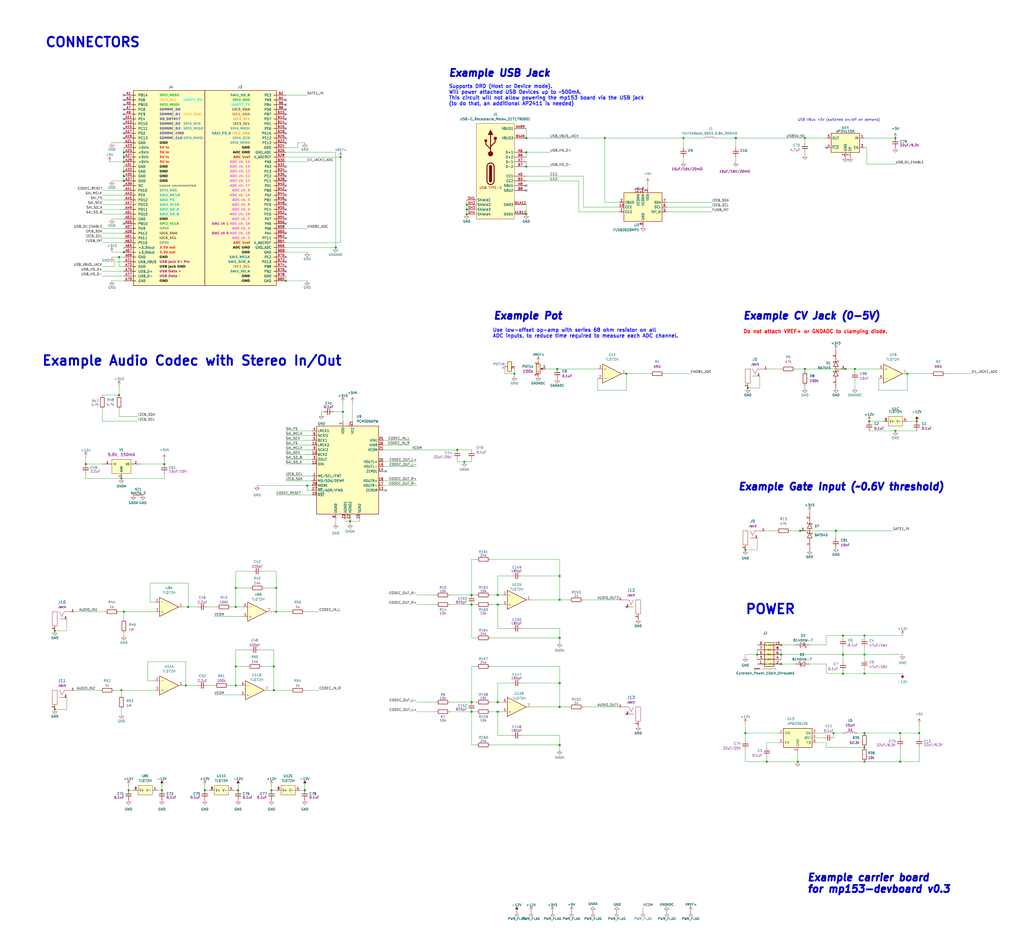
<source format=kicad_sch>
(kicad_sch (version 20250114) (generator "eeschema") (generator_version "9.0")
  (paper "User" 546.1 508)
  (lib_symbols
    (symbol "4ms_Capacitor:100nF_0402_16V" (pin_numbers (hide yes)) (pin_names (offset 0.254) (hide yes))
      (property "Reference" "C" (at 1.905 1.27 0))
      (property "Display" "0.1uF" (at 1.905 -1.27 0))
      (symbol "100nF_0402_16V_1_1"
        (pin passive line (at 0 2.54 270) (length 2.032) (name "~") (number "1"))
        (pin passive line (at 0 -2.54 90) (length 2.032) (name "~") (number "2"))
      )
    )
    (symbol "4ms_Capacitor:100nF_0402_50V" (pin_numbers (hide yes)) (pin_names (offset 0.254) (hide yes))
      (property "Reference" "C" (at 1.905 1.27 0))
      (property "Display" "0.1uF" (at 1.905 -1.27 0))
      (symbol "100nF_0402_50V_1_1"
        (pin passive line (at 0 2.54 270) (length 2.032) (name "~") (number "1"))
        (pin passive line (at 0 -2.54 90) (length 2.032) (name "~") (number "2"))
      )
    )
    (symbol "4ms_Capacitor:100nF_0603_16V" (pin_numbers (hide yes)) (pin_names (offset 0.254) (hide yes))
      (property "Reference" "C" (at 1.905 1.27 0))
      (property "Display" "0.1uF" (at 1.905 -1.27 0))
      (symbol "100nF_0603_16V_1_1"
        (pin passive line (at 0 2.54 270) (length 2.032) (name "~") (number "1"))
        (pin passive line (at 0 -2.54 90) (length 2.032) (name "~") (number "2"))
      )
    )
    (symbol "4ms_Capacitor:10nF_0603_25V" (pin_numbers (hide yes)) (pin_names (offset 0.254) (hide yes))
      (property "Reference" "C" (at 1.905 1.27 0))
      (property "Display" "10nF" (at 1.905 -1.27 0))
      (symbol "10nF_0603_25V_1_1"
        (pin passive line (at 0 2.54 270) (length 2.032) (name "~") (number "1"))
        (pin passive line (at 0 -2.54 90) (length 2.032) (name "~") (number "2"))
      )
    )
    (symbol "4ms_Capacitor:10uF_0603_10V" (pin_numbers (hide yes)) (pin_names (offset 0.254) (hide yes))
      (property "Reference" "C" (at 1.905 1.27 0))
      (property "Display" "10uF/10V" (at 1.905 -1.27 0))
      (symbol "10uF_0603_10V_1_1"
        (pin passive line (at 0 2.54 270) (length 2.032) (name "~") (number "1"))
        (pin passive line (at 0 -2.54 90) (length 2.032) (name "~") (number "2"))
      )
    )
    (symbol "4ms_Capacitor:10uF_0805_16V_lowESR" (pin_numbers (hide yes)) (pin_names (offset 0.254) (hide yes))
      (property "Reference" "C" (at 1.905 1.27 0))
      (property "Display" "10uF/16V/20mΩ" (at 1.905 -1.27 0))
      (symbol "10uF_0805_16V_lowESR_1_1"
        (pin passive line (at 0 2.54 270) (length 2.032) (name "~") (number "1"))
        (pin passive line (at 0 -2.54 90) (length 2.032) (name "~") (number "2"))
      )
    )
    (symbol "4ms_Capacitor:180pF_0402_25V" (pin_numbers (hide yes)) (pin_names (offset 0.254) (hide yes))
      (property "Reference" "C" (at 1.905 1.27 0))
      (property "Display" "180pF" (at 1.905 -1.27 0))
      (symbol "180pF_0402_25V_1_1"
        (pin passive line (at 0 2.54 270) (length 2.032) (name "~") (number "1"))
        (pin passive line (at 0 -2.54 90) (length 2.032) (name "~") (number "2"))
      )
    )
    (symbol "4ms_Capacitor:2.2uF_0603_25V" (pin_numbers (hide yes)) (pin_names (offset 0.254) (hide yes))
      (property "Reference" "C" (at 1.905 1.27 0))
      (property "Display" "2.2uF" (at 1.905 -1.27 0))
      (symbol "2.2uF_0603_25V_1_1"
        (pin passive line (at 0 2.54 270) (length 2.032) (name "~") (number "1"))
        (pin passive line (at 0 -2.54 90) (length 2.032) (name "~") (number "2"))
      )
    )
    (symbol "4ms_Capacitor:220pF_0603_25V" (pin_numbers (hide yes)) (pin_names (offset 0.254) (hide yes))
      (property "Reference" "C" (at 1.905 1.27 0))
      (property "Display" "220pF" (at 1.905 -1.27 0))
      (symbol "220pF_0603_25V_1_1"
        (pin passive line (at 0 2.54 270) (length 2.032) (name "~") (number "1"))
        (pin passive line (at 0 -2.54 90) (length 2.032) (name "~") (number "2"))
      )
    )
    (symbol "4ms_Capacitor:22uF_0603_6.3V" (pin_numbers (hide yes)) (pin_names (offset 0.254) (hide yes))
      (property "Reference" "C" (at 1.905 1.27 0))
      (property "Display" "22uF/6.3V" (at 1.905 -1.27 0))
      (symbol "22uF_0603_6.3V_1_1"
        (pin passive line (at 0 2.54 270) (length 2.032) (name "~") (number "1"))
        (pin passive line (at 0 -2.54 90) (length 2.032) (name "~") (number "2"))
      )
    )
    (symbol "4ms_Capacitor:22uF_0805_25V" (pin_numbers (hide yes)) (pin_names (offset 0.254))
      (property "Reference" "C" (at 1.905 1.27 0))
      (property "Display" "22uF/25V" (at 1.905 -1.27 0))
      (symbol "22uF_0805_25V_1_1"
        (pin passive line (at 0 2.54 270) (length 2.032) (name "~") (number "1"))
        (pin passive line (at 0 -2.54 90) (length 2.032) (name "~") (number "2"))
      )
    )
    (symbol "4ms_Capacitor:22uF_1206_25V" (pin_numbers (hide yes)) (pin_names (offset 0.254))
      (property "Reference" "C" (at 1.905 1.27 0))
      (property "Display" "22uF/25V" (at 1.905 -1.27 0))
      (symbol "22uF_1206_25V_1_1"
        (pin passive line (at 0 2.54 270) (length 2.032) (name "~") (number "1"))
        (pin passive line (at 0 -2.54 90) (length 2.032) (name "~") (number "2"))
      )
    )
    (symbol "4ms_Capacitor:4.7uF_0402_6.3V" (pin_numbers (hide yes)) (pin_names (offset 0.254) (hide yes))
      (property "Reference" "C" (at 1.905 1.27 0))
      (property "Display" "4.7uF" (at 1.905 -1.27 0))
      (symbol "4.7uF_0402_6.3V_1_1"
        (pin passive line (at 0 2.54 270) (length 2.032) (name "~") (number "1"))
        (pin passive line (at 0 -2.54 90) (length 2.032) (name "~") (number "2"))
      )
    )
    (symbol "4ms_Capacitor:47uF_5x5.3_16V" (pin_numbers (hide yes)) (pin_names (offset 0.254) (hide yes))
      (property "Reference" "C" (at 1.905 1.27 0))
      (property "Display" "47uF/16V" (at 1.905 -1.27 0))
      (symbol "47uF_5x5.3_16V_1_1"
        (pin passive line (at 0 2.54 270) (length 2.032) (name "~") (number "1"))
        (pin passive line (at 0 -2.54 90) (length 2.032) (name "~") (number "2"))
      )
    )
    (symbol "4ms_Capacitor:820pF_0402_10v" (pin_numbers (hide yes)) (pin_names (offset 0.254) (hide yes))
      (property "Reference" "C" (at 1.905 1.27 0))
      (property "Display" "820pF" (at 1.905 -1.27 0))
      (symbol "820pF_0402_10v_1_1"
        (pin passive line (at 0 2.54 270) (length 2.032) (name "~") (number "1"))
        (pin passive line (at 0 -2.54 90) (length 2.032) (name "~") (number "2"))
      )
    )
    (symbol "4ms_Connector:Eurorack_Power_10pin_Shrouded" (pin_names (offset 0.0254) (hide yes))
      (property "Reference" "J" (at 0 7.62 0))
      (property "Value" "Eurorack_Power_10pin_Shrouded" (at 0 10.16 0))
      (symbol "Eurorack_Power_10pin_Shrouded_0_0"
        (text "STRIPE" (at -6.35 -7.62 0) (effects (font (size 0.635 0.635))))
        (text "+12" (at 0 5.08 0) (effects (font (size 0.635 0.635))))
        (text "GND" (at 0 2.54 0) (effects (font (size 0.635 0.635))))
        (text "GND" (at 0 0 0) (effects (font (size 0.635 0.635))))
        (text "GND" (at 0 -2.54 0) (effects (font (size 0.635 0.635))))
        (text "-12" (at 0 -5.08 0) (effects (font (size 0.635 0.635))))
      )
      (symbol "Eurorack_Power_10pin_Shrouded_1_1"
        (pin passive line (at -6.35 5.08 0) (length 3.81) (name "+12V") (number "9"))
        (pin passive line (at -6.35 2.54 0) (length 3.81) (name "GND") (number "7"))
        (pin passive line (at -6.35 0 0) (length 3.81) (name "GND") (number "5"))
        (pin passive line (at -6.35 -2.54 0) (length 3.81) (name "GND") (number "3"))
        (pin passive line (at -6.35 -5.08 0) (length 3.81) (name "-12V") (number "1"))
        (pin passive line (at 6.35 5.08 180) (length 3.81) (name "+12V") (number "10"))
        (pin passive line (at 6.35 2.54 180) (length 3.81) (name "GND") (number "8"))
        (pin passive line (at 6.35 0 180) (length 3.81) (name "GND") (number "6"))
        (pin passive line (at 6.35 -2.54 180) (length 3.81) (name "GND") (number "4"))
        (pin passive line (at 6.35 -5.08 180) (length 3.81) (name "-12V") (number "2"))
      )
    )
    (symbol "4ms_Connector:USB-C_Receptacle_Molex_2171790001"
      (property "Reference" "J" (at -3.175 -2.54 0))
      (property "Value" "USB-C_Receptacle_Molex_2171790001" (at 0 31.75 0))
      (symbol "USB-C_Receptacle_Molex_2171790001_1_0"
        (text "USB TYPE-C" (at -2.4421 -4.1676 0) (effects (font (size 1.27 1.27)) (justify top)))
        (pin passive line (at -15.24 -11.43 0) (length 5.08) (name "Shield1") (number "SH1"))
        (pin passive line (at -15.24 -13.97 0) (length 5.08) (name "Shield2") (number "SH2"))
        (pin passive line (at -15.24 -16.51 0) (length 5.08) (name "Shield3") (number "SH3"))
        (pin passive line (at -15.24 -19.05 0) (length 5.08) (name "Shield4") (number "SH4"))
        (pin passive line (at 16.51 26.67 180) (length 6.35) (name "VBUS1") (number "A4B9"))
        (pin passive line (at 16.51 21.59 180) (length 6.35) (name "VBUS3") (number "B4A9"))
        (pin passive line (at 16.51 13.97 180) (length 6.35) (name "D+1") (number "A6"))
        (pin passive line (at 16.51 11.43 180) (length 6.35) (name "D+2") (number "B6"))
        (pin passive line (at 16.51 8.89 180) (length 6.35) (name "D-1") (number "A7"))
        (pin passive line (at 16.51 6.35 180) (length 6.35) (name "D-2") (number "B7"))
        (pin passive line (at 16.51 1.27 180) (length 6.35) (name "CC1") (number "A5"))
        (pin passive line (at 16.51 -1.27 180) (length 6.35) (name "CC2") (number "B5"))
        (pin passive line (at 16.51 -3.81 180) (length 6.35) (name "SBU1") (number "A8"))
        (pin passive line (at 16.51 -6.35 180) (length 6.35) (name "SBU2") (number "B8"))
        (pin passive line (at 16.51 -13.97 180) (length 6.35) (name "GND3") (number "B1A12"))
        (pin passive line (at 16.51 -19.05 180) (length 6.35) (name "GND1") (number "A1B12"))
      )
    )
    (symbol "4ms_Diode:B140HW-7" (pin_numbers (hide yes)) (pin_names (offset 1.016) (hide yes))
      (property "Reference" "D" (at 0 2.54 0))
      (property "Value" "B140HW-7" (at 0 -2.54 0))
      (symbol "B140HW-7_1_1"
        (pin passive line (at -3.81 0 0) (length 2.54) (name "K") (number "1"))
        (pin passive line (at 3.81 0 180) (length 2.54) (name "A") (number "2"))
      )
    )
    (symbol "4ms_Diode:BAT54S" (pin_names (offset 0.762) (hide yes))
      (property "Reference" "D" (at 2.54 -2.54 0))
      (property "Value" "BAT54S" (at 0 2.54 0))
      (symbol "BAT54S_0_1"
        (pin passive line (at -10.16 0 0) (length 6.35) (name "Anode") (number "1"))
        (pin passive line (at 0 -5.08 90) (length 2.54) (name "AK") (number "3"))
        (pin passive line (at 10.16 0 180) (length 6.35) (name "cathode") (number "2"))
      )
    )
    (symbol "4ms_IC:AP2411SN"
      (property "Reference" "U" (at -7.62 -6.35 0))
      (property "Value" "AP2411SN" (at -7.62 6.35 0))
      (symbol "AP2411SN_1_1"
        (pin power_in line (at -10.16 2.54 0) (length 2.54) (name "IN") (number "1"))
        (pin input line (at -10.16 -2.54 0) (length 2.54) (name "EN") (number "3"))
        (pin power_in line (at -2.54 -7.62 90) (length 2.54) (name "EP") (number "7"))
        (pin power_in line (at 0 -7.62 90) (length 2.54) (name "GND") (number "2"))
        (pin power_out line (at 10.16 2.54 180) (length 2.54) (name "OUT") (number "5"))
        (pin no_connect line (at 10.16 0 180) (length 2.54) (hide yes) (name "NC") (number "6"))
        (pin open_collector line (at 10.16 -2.54 180) (length 2.54) (name "~{FLG}") (number "4"))
      )
    )
    (symbol "4ms_IC:AP6230xZ6"
      (property "Reference" "U" (at 0 8.89 0))
      (property "Value" "AP6230xZ6" (at 0 6.35 0))
      (symbol "AP6230xZ6_1_1"
        (pin power_in line (at -10.16 2.54 0) (length 2.54) (name "VIN") (number "1"))
        (pin input line (at -10.16 -2.54 0) (length 2.54) (name "EN") (number "5"))
        (pin power_in line (at 0 -7.62 90) (length 2.54) (name "GND") (number "3"))
        (pin output line (at 10.16 2.54 180) (length 2.54) (name "SW") (number "2"))
        (pin passive line (at 10.16 0 180) (length 2.54) (name "BST") (number "4"))
        (pin input line (at 10.16 -2.54 180) (length 2.54) (name "FB") (number "6"))
      )
    )
    (symbol "4ms_IC:FUSB302BMPX"
      (property "Reference" "U" (at -10.16 8.89 0))
      (property "Value" "FUSB302BMPX" (at 3.81 8.89 0))
      (symbol "FUSB302BMPX_1_1"
        (pin bidirectional line (at -12.7 2.54 0) (length 2.54) (name "SDA") (number "7"))
        (pin input line (at -12.7 0 0) (length 2.54) (name "SCL") (number "6"))
        (pin open_collector line (at -12.7 -2.54 0) (length 2.54) (name "INT_N") (number "5"))
        (pin power_in line (at -2.54 10.16 270) (length 2.54) (name "VDD") (number "3"))
        (pin passive line (at -2.54 10.16 270) (length 2.54) (hide yes) (name "VDD") (number "4"))
        (pin power_in line (at 0 10.16 270) (length 2.54) (name "VCONN") (number "12"))
        (pin passive line (at 0 -10.16 90) (length 2.54) (hide yes) (name "GND") (number "15"))
        (pin power_in line (at 0 -10.16 90) (length 2.54) (name "GND") (number "8"))
        (pin passive line (at 0 -10.16 90) (length 2.54) (hide yes) (name "GND") (number "9"))
        (pin power_in line (at 2.54 10.16 270) (length 2.54) (name "VCONN") (number "13"))
        (pin input line (at 12.7 2.54 180) (length 2.54) (name "VBUS") (number "2"))
        (pin bidirectional line (at 12.7 0 180) (length 2.54) (name "CC1") (number "10"))
        (pin bidirectional line (at 12.7 0 180) (length 2.54) (hide yes) (name "CC1") (number "11"))
        (pin bidirectional line (at 12.7 -2.54 180) (length 2.54) (name "CC2") (number "1"))
        (pin bidirectional line (at 12.7 -2.54 180) (length 2.54) (hide yes) (name "CC2") (number "14"))
      )
    )
    (symbol "4ms_IC:PCM3060PW"
      (property "Reference" "U" (at 13.97 34.29 0))
      (property "Value" "PCM3060PW" (at 16.51 31.75 0))
      (symbol "PCM3060PW_1_1"
        (pin bidirectional line (at -17.78 24.13 0) (length 2.54) (name "LRCK1") (number "4"))
        (pin input line (at -17.78 21.59 0) (length 2.54) (name "SCKI1") (number "6"))
        (pin bidirectional line (at -17.78 19.05 0) (length 2.54) (name "BCK1") (number "5"))
        (pin bidirectional line (at -17.78 16.51 0) (length 2.54) (name "LRCK2") (number "11"))
        (pin input line (at -17.78 13.97 0) (length 2.54) (name "SCKI2") (number "9"))
        (pin bidirectional line (at -17.78 11.43 0) (length 2.54) (name "BCK2") (number "10"))
        (pin output line (at -17.78 8.89 0) (length 2.54) (name "DOUT") (number "3"))
        (pin input line (at -17.78 6.35 0) (length 2.54) (name "DIN") (number "12"))
        (pin input line (at -17.78 0 0) (length 2.54) (name "MC/SCL/FMT") (number "1"))
        (pin bidirectional line (at -17.78 -2.54 0) (length 2.54) (name "MD/SDA/DEMP") (number "2"))
        (pin input line (at -17.78 -5.08 0) (length 2.54) (name "MODE") (number "28"))
        (pin input line (at -17.78 -7.62 0) (length 2.54) (name "~{MS}/ADR/IFMD") (number "27"))
        (pin input line (at -17.78 -10.16 0) (length 2.54) (name "~{RST}") (number "15"))
        (pin power_in line (at -5.08 -22.86 90) (length 2.54) (name "DGND") (number "8"))
        (pin power_in line (at -1.27 29.21 270) (length 2.54) (name "VDD") (number "7"))
        (pin power_in line (at 0 -22.86 90) (length 2.54) (name "AGND1") (number "23"))
        (pin power_in line (at 2.54 -22.86 90) (length 2.54) (name "AGND2") (number "22"))
        (pin power_in line (at 3.81 29.21 270) (length 2.54) (name "VCC") (number "24"))
        (pin power_in line (at 7.62 -22.86 90) (length 2.54) (name "SGND") (number "16"))
        (pin input line (at 20.32 19.05 180) (length 2.54) (name "VINL") (number "25"))
        (pin input line (at 20.32 16.51 180) (length 2.54) (name "VINR") (number "26"))
        (pin power_in line (at 20.32 13.97 180) (length 2.54) (name "VCOM") (number "21"))
        (pin output line (at 20.32 7.62 180) (length 2.54) (name "VOUTL+") (number "20"))
        (pin output line (at 20.32 5.08 180) (length 2.54) (name "VOUTL-") (number "19"))
        (pin output line (at 20.32 2.54 180) (length 2.54) (name "ZEROL") (number "14"))
        (pin output line (at 20.32 -2.54 180) (length 2.54) (name "VOUTR+") (number "18"))
        (pin output line (at 20.32 -5.08 180) (length 2.54) (name "VOUTR-") (number "17"))
        (pin output line (at 20.32 -7.62 180) (length 2.54) (name "ZEROR") (number "13"))
      )
    )
    (symbol "4ms_IC:TL072H"
      (property "Reference" "U" (at 2.54 5.08 0))
      (property "Value" "TL072H" (at 2.54 -3.81 0))
      (symbol "TL072H_1_1"
        (pin input line (at -7.62 2.54 0) (length 2.54) (name "+") (number "3"))
        (pin input line (at -7.62 -2.54 0) (length 2.54) (name "-") (number "2"))
        (pin output line (at 7.62 0 180) (length 2.54) (name "~") (number "1"))
      )
      (symbol "TL072H_2_1"
        (pin input line (at -7.62 2.54 0) (length 2.54) (name "+") (number "5"))
        (pin input line (at -7.62 -2.54 0) (length 2.54) (name "-") (number "6"))
        (pin output line (at 7.62 0 180) (length 2.54) (name "~") (number "7"))
      )
      (symbol "TL072H_3_1"
        (pin power_in line (at 0 6.35 270) (length 2.54) (name "V+") (number "8"))
        (pin power_in line (at 0 -6.35 90) (length 2.54) (name "V-") (number "4"))
      )
    )
    (symbol "4ms_Inductor:15uH_1A_5040" (pin_numbers (hide yes)) (pin_names (offset 1.016) (hide yes))
      (property "Reference" "L" (at -1.27 0 90))
      (property "Display" "15uH" (at 2.54 0 90))
      (property "Display 2" "1A" (at 4.4196 0.1016 90))
      (symbol "15uH_1A_5040_1_1"
        (pin passive line (at 0 3.81 270) (length 1.27) (name "1") (number "1"))
        (pin passive line (at 0 -3.81 90) (length 1.27) (name "2") (number "2"))
      )
    )
    (symbol "4ms_Inductor:FerriteBead_0603_0.8A_300mΩ" (pin_numbers (hide yes)) (pin_names (offset 1.016) (hide yes))
      (property "Reference" "L1" (at -3.81 1.27 90))
      (property "Value" "FerriteBead_0603_0.8A_300mΩ" (at -1.27 2.54 90))
      (symbol "FerriteBead_0603_0.8A_300mΩ_1_1"
        (pin passive line (at 0 3.81 270) (length 1.27) (name "1") (number "1"))
        (pin passive line (at 0 -3.81 90) (length 1.27) (name "2") (number "2"))
      )
    )
    (symbol "4ms_Jack:3.5mm_Mono_Switched_sm" (pin_names (offset 0) (hide yes))
      (property "Reference" "J" (at -5.334 9.144 0))
      (property "Display" "Jack" (at -4.064 6.858 0))
      (symbol "3.5mm_Mono_Switched_sm_1_1"
        (pin passive line (at -5.08 -5.08 90) (length 2.54) (name "SHEILD") (number "2"))
        (pin passive line (at 1.27 1.27 180) (length 1.27) (name "SW") (number "3"))
        (pin passive line (at 5.08 5.08 180) (length 1.27) (name "SIG") (number "1"))
      )
    )
    (symbol "4ms_Potentiometer:9mm_NoDet_100k_Knurled_Lined" (pin_names (offset 1.016) (hide yes))
      (property "Reference" "POT" (at -4.572 -0.127 90))
      (property "Display" "100k" (at -2.794 0 90))
      (symbol "9mm_NoDet_100k_Knurled_Lined_1_1"
        (text "Left/1" (at 0 1.27 900) (effects (font (size 0.254 0.254))))
        (text "Right/3" (at 0 -1.27 900) (effects (font (size 0.254 0.254))))
        (pin passive line (at 0 3.81 270) (length 1.27) (name "Left") (number "1"))
        (pin passive line (at 0 -3.81 90) (length 1.27) (name "Right") (number "3"))
        (pin passive line (at 3.81 0 180) (length 1.27) (name "Center") (number "2"))
      )
      (symbol "9mm_NoDet_100k_Knurled_Lined_2_1"
        (pin passive line (at -2.54 -1.27 90) (length 1.27) (name "Tab1") (number "4"))
        (pin passive line (at 2.54 -1.27 90) (length 1.27) (name "Tab2") (number "5"))
      )
    )
    (symbol "4ms_Power_Symbol:+12V" (power) (pin_names (offset 0))
      (property "Value" "+12V" (at 0 3.556 0))
      (symbol "+12V_1_1"
        (pin power_in line (at 0 0 90) (length 0) (hide yes) (name "+12V") (number "1"))
      )
    )
    (symbol "4ms_Power_Symbol:+5V" (power) (pin_names (offset 0))
      (property "Value" "+5V" (at 0 3.556 0))
      (symbol "+5V_1_1"
        (pin power_in line (at 0 0 90) (length 0) (hide yes) (name "+5V") (number "1"))
      )
    )
    (symbol "4ms_Power_Symbol:GND" (power) (pin_names (offset 0))
      (property "Value" "GND" (at 0 -3.81 0))
      (symbol "GND_1_1"
        (pin power_in line (at 0 0 270) (length 0) (hide yes) (name "GND") (number "1"))
      )
    )
    (symbol "4ms_Power_Symbol:GNDA" (power) (pin_numbers (hide yes)) (pin_names (offset 0) (hide yes))
      (property "Value" "GNDA" (at 0 -3.81 0))
      (symbol "GNDA_1_1"
        (pin power_in line (at 0 0 270) (length 0) (hide yes) (name "GNDA") (number "1"))
      )
    )
    (symbol "4ms_Power_Symbol:GNDADC" (power) (pin_numbers (hide yes)) (pin_names (offset 0) (hide yes))
      (property "Value" "GNDADC" (at 0 -3.81 0))
      (symbol "GNDADC_1_1"
        (pin power_in line (at 0 0 270) (length 0) (hide yes) (name "GNDADC") (number "1"))
      )
    )
    (symbol "4ms_Power_Symbol:VREF+" (power) (pin_names (offset 0))
      (property "Value" "VREF+" (at 0 3.556 0))
      (symbol "VREF+_1_1"
        (pin power_in line (at 0 0 90) (length 0) (hide yes) (name "VREF+") (number "1"))
      )
    )
    (symbol "4ms_Regulator:AP2120N-5.0TRG1" (pin_names (offset 0.762))
      (property "Reference" "V" (at 3.81 -4.9784 0))
      (property "Display" "5.0V, 150mA" (at 0 5.08 0))
      (symbol "AP2120N-5.0TRG1_1_1"
        (pin input line (at -10.16 1.27 0) (length 5.08) (name "VI") (number "3"))
        (pin input line (at 0 -6.35 90) (length 2.54) (name "GND") (number "1"))
        (pin power_out line (at 10.16 1.27 180) (length 5.08) (name "VO") (number "2"))
      )
    )
    (symbol "4ms_Resistor_0402:100k_0402" (pin_numbers (hide yes)) (pin_names (offset 0))
      (property "Reference" "R" (at 2.032 0 90))
      (property "Display" "100k" (at 3.81 0 90))
      (symbol "100k_0402_1_1"
        (pin passive line (at 0 3.81 270) (length 1.27) (name "~") (number "1"))
        (pin passive line (at 0 -3.81 90) (length 1.27) (name "~") (number "2"))
      )
    )
    (symbol "4ms_Resistor_0402:10k_0402" (pin_numbers (hide yes)) (pin_names (offset 0))
      (property "Reference" "R" (at 2.032 0 90))
      (property "Display" "10k" (at 3.81 0 90))
      (symbol "10k_0402_1_1"
        (pin passive line (at 0 3.81 270) (length 1.27) (name "~") (number "1"))
        (pin passive line (at 0 -3.81 90) (length 1.27) (name "~") (number "2"))
      )
    )
    (symbol "4ms_Resistor_0402:14k_0402" (pin_numbers (hide yes)) (pin_names (offset 0))
      (property "Reference" "R" (at 2.032 0 90))
      (property "Display" "14k" (at 3.81 0 90))
      (symbol "14k_0402_1_1"
        (pin passive line (at 0 3.81 270) (length 1.27) (name "~") (number "1"))
        (pin passive line (at 0 -3.81 90) (length 1.27) (name "~") (number "2"))
      )
    )
    (symbol "4ms_Resistor_0402:1M_0402" (pin_numbers (hide yes)) (pin_names (offset 0))
      (property "Reference" "R" (at 2.032 0 90))
      (property "Display" "1M" (at 3.81 0 90))
      (symbol "1M_0402_1_1"
        (pin passive line (at 0 3.81 270) (length 1.27) (name "~") (number "1"))
        (pin passive line (at 0 -3.81 90) (length 1.27) (name "~") (number "2"))
      )
    )
    (symbol "4ms_Resistor_0402:1k_0402" (pin_numbers (hide yes)) (pin_names (offset 0))
      (property "Reference" "R" (at 2.032 0 90))
      (property "Display" "1k" (at 3.81 0 90))
      (symbol "1k_0402_1_1"
        (pin passive line (at 0 3.81 270) (length 1.27) (name "~") (number "1"))
        (pin passive line (at 0 -3.81 90) (length 1.27) (name "~") (number "2"))
      )
    )
    (symbol "4ms_Resistor_0402:24k_0402" (pin_numbers (hide yes)) (pin_names (offset 0))
      (property "Reference" "R" (at 2.032 0 90))
      (property "Display" "24k" (at 3.81 0 90))
      (symbol "24k_0402_1_1"
        (pin passive line (at 0 3.81 270) (length 1.27) (name "~") (number "1"))
        (pin passive line (at 0 -3.81 90) (length 1.27) (name "~") (number "2"))
      )
    )
    (symbol "4ms_Resistor_0402:4.7k_0402" (pin_numbers (hide yes)) (pin_names (offset 0))
      (property "Reference" "R" (at 2.032 0 90))
      (property "Display" "4.7k" (at 3.81 0 90))
      (symbol "4.7k_0402_1_1"
        (pin passive line (at 0 3.81 270) (length 1.27) (name "~") (number "1"))
        (pin passive line (at 0 -3.81 90) (length 1.27) (name "~") (number "2"))
      )
    )
    (symbol "4ms_Resistor_0402:52.3k_0402" (pin_numbers (hide yes)) (pin_names (offset 0))
      (property "Reference" "R" (at 2.032 0 90))
      (property "Display" "52.3k" (at 3.81 0 90))
      (symbol "52.3k_0402_1_1"
        (pin passive line (at 0 3.81 270) (length 1.27) (name "~") (number "1"))
        (pin passive line (at 0 -3.81 90) (length 1.27) (name "~") (number "2"))
      )
    )
    (symbol "4ms_Resistor_0603:100k_0603" (pin_numbers (hide yes)) (pin_names (offset 0))
      (property "Reference" "R" (at 2.032 0 90))
      (property "Display" "100k" (at 3.81 0 90))
      (symbol "100k_0603_1_1"
        (pin passive line (at 0 3.81 270) (length 1.27) (name "~") (number "1"))
        (pin passive line (at 0 -3.81 90) (length 1.27) (name "~") (number "2"))
      )
    )
    (symbol "4ms_Resistor_0603:47k_0603" (pin_numbers (hide yes)) (pin_names (offset 0))
      (property "Reference" "R" (at 2.032 0 90))
      (property "Display" "47k" (at 3.81 0 90))
      (symbol "47k_0603_1_1"
        (pin passive line (at 0 3.81 270) (length 1.27) (name "~") (number "1"))
        (pin passive line (at 0 -3.81 90) (length 1.27) (name "~") (number "2"))
      )
    )
    (symbol "4ms_Resistor_0603:68Ω_0603" (pin_numbers (hide yes)) (pin_names (offset 0))
      (property "Reference" "R" (at 2.032 0 90))
      (property "Display" "68Ω" (at 3.81 0 90))
      (symbol "68Ω_0603_1_1"
        (pin passive line (at 0 3.81 270) (length 1.27) (name "~") (number "1"))
        (pin passive line (at 0 -3.81 90) (length 1.27) (name "~") (number "2"))
      )
    )
    (symbol "Device:NetTie_2" (pin_numbers (hide yes)) (pin_names (offset 0) (hide yes)) (in_bom no)
      (property "Reference" "NT" (at 0 1.27 0))
      (property "Value" "NetTie_2" (at 0 -1.27 0))
      (symbol "NetTie_2_1_1"
        (pin passive line (at -2.54 0 0) (length 2.54) (name "1") (number "1"))
        (pin passive line (at 2.54 0 180) (length 2.54) (name "2") (number "2"))
      )
    )
    (symbol "mp153-devboard:mp153-devboard-v0.1-guide-A" (pin_names (offset 2.54))
      (property "Reference" "U" (at -1.27 53.34 0))
      (symbol "mp153-devboard-v0.1-guide-A_1_1"
        (text "SPI2_MISO" (at -5.08 49.53 0) (effects (font (size 1.27 1.27) (bold yes)) (justify left)))
        (text "I2C3_SCL" (at -5.08 46.99 0) (effects (font (size 1.27 1.27) (bold yes)) (justify left)))
        (text "SPI2_MOSI" (at -5.08 44.45 0) (effects (font (size 1.27 1.27) (bold yes)) (justify left)))
        (text "SDMMC_D0" (at -5.08 41.91 0) (effects (font (size 1.27 1.27) (bold yes)) (justify left)))
        (text "SDMMC_D1" (at -5.08 39.37 0) (effects (font (size 1.27 1.27) (bold yes)) (justify left)))
        (text "SD_DETECT" (at -5.08 36.83 0) (effects (font (size 1.27 1.27) (bold yes)) (justify left)))
        (text "SDMMC_D2" (at -5.08 34.29 0) (effects (font (size 1.27 1.27) (bold yes)) (justify left)))
        (text "SDMMC_D3" (at -5.08 31.75 0) (effects (font (size 1.27 1.27) (bold yes)) (justify left)))
        (text "SDMMC_CMD" (at -5.08 29.21 0) (effects (font (size 1.27 1.27) (bold yes)) (justify left)))
        (text "SDMMC_CLK" (at -5.08 26.67 0) (effects (font (size 1.27 1.27) (bold yes)) (justify left)))
        (text "GND" (at -5.08 24.13 0) (effects (font (size 1.27 1.27) (bold yes)) (justify left)))
        (text "5V In" (at -5.08 21.59 0) (effects (font (size 1.27 1.27) (bold yes)) (justify left)))
        (text "5V In" (at -5.08 19.05 0) (effects (font (size 1.27 1.27) (bold yes)) (justify left)))
        (text "5V In" (at -5.08 16.51 0) (effects (font (size 1.27 1.27) (bold yes)) (justify left)))
        (text "5V In" (at -5.08 13.97 0) (effects (font (size 1.27 1.27) (bold yes)) (justify left)))
        (text "GND" (at -5.08 11.43 0) (effects (font (size 1.27 1.27) (bold yes)) (justify left)))
        (text "GND" (at -5.08 8.89 0) (effects (font (size 1.27 1.27) (bold yes)) (justify left)))
        (text "GND" (at -5.08 6.35 0) (effects (font (size 1.27 1.27) (bold yes)) (justify left)))
        (text "GND" (at -5.08 3.81 0) (effects (font (size 1.27 1.27) (bold yes)) (justify left)))
        (text "Leave unconnected" (at -5.08 1.27 0) (effects (font (size 1.27 1.27) (bold yes)) (justify left)))
        (text "SPI3_NSS" (at -5.08 -1.27 0) (effects (font (size 1.27 1.27) (bold yes)) (justify left)))
        (text "SAI2_MCLK" (at -5.08 -3.81 0) (effects (font (size 1.27 1.27) (bold yes)) (justify left)))
        (text "SAI2_FS" (at -5.08 -6.35 0) (effects (font (size 1.27 1.27) (bold yes)) (justify left)))
        (text "SAI2_SCLK" (at -5.08 -8.89 0) (effects (font (size 1.27 1.27) (bold yes)) (justify left)))
        (text "SAI2_SD_A" (at -5.08 -11.43 0) (effects (font (size 1.27 1.27) (bold yes)) (justify left)))
        (text "SAI2_SD_B" (at -5.08 -13.97 0) (effects (font (size 1.27 1.27) (bold yes)) (justify left)))
        (text "GND" (at -5.08 -16.51 0) (effects (font (size 1.27 1.27) (bold yes)) (justify left)))
        (text "SPI2_SCLK" (at -5.08 -19.05 0) (effects (font (size 1.27 1.27) (bold yes)) (justify left)))
        (text "GPIO" (at -5.08 -21.59 0) (effects (font (size 1.27 1.27) (bold yes)) (justify left)))
        (text "I2C6_SDA" (at -5.08 -24.13 0) (effects (font (size 1.27 1.27) (bold yes)) (justify left)))
        (text "I2C6_SCL" (at -5.08 -26.67 0) (effects (font (size 1.27 1.27) (bold yes)) (justify left)))
        (text "GPIO" (at -5.08 -29.21 0) (effects (font (size 1.27 1.27) (bold yes)) (justify left)))
        (text "3.3V out" (at -5.08 -31.75 0) (effects (font (size 1.27 1.27) (bold yes)) (justify left)))
        (text "3.3V out" (at -5.08 -34.29 0) (effects (font (size 1.27 1.27) (bold yes)) (justify left)))
        (text "GND" (at -5.08 -36.83 0) (effects (font (size 1.27 1.27) (bold yes)) (justify left)))
        (text "USB Jack V+ Pin" (at -5.08 -39.37 0) (effects (font (size 1.27 1.27) (bold yes)) (justify left)))
        (text "USB Jack GND" (at -5.08 -41.91 0) (effects (font (size 1.27 1.27) (bold yes)) (justify left)))
        (text "USB Data +" (at -5.08 -44.45 0) (effects (font (size 1.27 1.27) (bold yes)) (justify left)))
        (text "USB Data -" (at -5.08 -46.99 0) (effects (font (size 1.27 1.27) (bold yes)) (justify left)))
        (text "GND" (at -5.08 -49.53 0) (effects (font (size 1.27 1.27) (bold yes)) (justify left)))
        (text "UART7_RX" (at 7.62 46.99 0) (effects (font (size 1.27 1.27) (bold yes)) (justify left)))
        (text "I2C3_SDA" (at 7.62 39.37 0) (effects (font (size 1.27 1.27) (bold yes)) (justify left)))
        (text "SPI3_SCK" (at 7.62 34.29 0) (effects (font (size 1.27 1.27) (bold yes)) (justify left)))
        (text "SPI3_MISO" (at 7.62 31.75 0) (effects (font (size 1.27 1.27) (bold yes)) (justify left)))
        (text "SPI3_MOSI" (at 7.62 26.67 0) (effects (font (size 1.27 1.27) (bold yes)) (justify left)))
        (pin passive line (at -24.13 49.53 0) (length 5.08) (name "PB14") (number "A1"))
        (pin passive line (at -24.13 46.99 0) (length 5.08) (name "PA8") (number "A3"))
        (pin passive line (at -24.13 44.45 0) (length 5.08) (name "PB15") (number "A5"))
        (pin passive line (at -24.13 41.91 0) (length 5.08) (name "PC8") (number "A7"))
        (pin passive line (at -24.13 39.37 0) (length 5.08) (name "PC9") (number "A9"))
        (pin passive line (at -24.13 36.83 0) (length 5.08) (name "PE4") (number "A11"))
        (pin passive line (at -24.13 34.29 0) (length 5.08) (name "PC10") (number "A13"))
        (pin passive line (at -24.13 31.75 0) (length 5.08) (name "PC11") (number "A15"))
        (pin passive line (at -24.13 29.21 0) (length 5.08) (name "PD2") (number "A17"))
        (pin passive line (at -24.13 26.67 0) (length 5.08) (name "PC12") (number "A19"))
        (pin passive line (at -24.13 24.13 0) (length 5.08) (name "GND") (number "A21"))
        (pin passive line (at -24.13 21.59 0) (length 5.08) (name "+5Vin") (number "A23"))
        (pin passive line (at -24.13 19.05 0) (length 5.08) (name "+5Vin") (number "A25"))
        (pin passive line (at -24.13 16.51 0) (length 5.08) (name "+5Vin") (number "A27"))
        (pin passive line (at -24.13 13.97 0) (length 5.08) (name "+5Vin") (number "A29"))
        (pin passive line (at -24.13 11.43 0) (length 5.08) (name "GND") (number "A31"))
        (pin passive line (at -24.13 8.89 0) (length 5.08) (name "GND") (number "A33"))
        (pin passive line (at -24.13 6.35 0) (length 5.08) (name "GND") (number "A35"))
        (pin passive line (at -24.13 3.81 0) (length 5.08) (name "GND") (number "A37"))
        (pin no_connect line (at -24.13 1.27 0) (length 5.08) (name "NC") (number "A39"))
        (pin passive line (at -24.13 -1.27 0) (length 5.08) (name "PA10") (number "A41"))
        (pin passive line (at -24.13 -3.81 0) (length 5.08) (name "PE0") (number "A43"))
        (pin passive line (at -24.13 -6.35 0) (length 5.08) (name "PD12") (number "A45"))
        (pin passive line (at -24.13 -8.89 0) (length 5.08) (name "PD13") (number "A47"))
        (pin passive line (at -24.13 -11.43 0) (length 5.08) (name "PD11") (number "A49"))
        (pin passive line (at -24.13 -13.97 0) (length 5.08) (name "PG10") (number "A51"))
        (pin passive line (at -24.13 -16.51 0) (length 5.08) (name "GND") (number "A53"))
        (pin passive line (at -24.13 -19.05 0) (length 5.08) (name "PB10") (number "A55"))
        (pin passive line (at -24.13 -21.59 0) (length 5.08) (name "PG9") (number "A57"))
        (pin passive line (at -24.13 -24.13 0) (length 5.08) (name "PA12") (number "A59"))
        (pin passive line (at -24.13 -26.67 0) (length 5.08) (name "PA11") (number "A61"))
        (pin passive line (at -24.13 -29.21 0) (length 5.08) (name "PE10") (number "A63"))
        (pin passive line (at -24.13 -31.75 0) (length 5.08) (name "+3.3Vout") (number "A65"))
        (pin passive line (at -24.13 -34.29 0) (length 5.08) (name "+3.3Vout") (number "A67"))
        (pin passive line (at -24.13 -36.83 0) (length 5.08) (name "GND") (number "A69"))
        (pin passive line (at -24.13 -39.37 0) (length 5.08) (name "USB_VBUS") (number "A71"))
        (pin passive line (at -24.13 -41.91 0) (length 5.08) (name "GND") (number "A73"))
        (pin passive line (at -24.13 -44.45 0) (length 5.08) (name "USB_D+") (number "A75"))
        (pin passive line (at -24.13 -46.99 0) (length 5.08) (name "USB_D-") (number "A77"))
        (pin passive line (at -24.13 -49.53 0) (length 5.08) (name "GND") (number "A79"))
      )
    )
    (symbol "mp153-devboard:mp153-devboard-v0.1-guide-B" (pin_names (offset 2.54))
      (property "Reference" "U" (at 0 53.086 0))
      (symbol "mp153-devboard-v0.1-guide-B_1_1"
        (text "DAC ch 1" (at -6.35 -19.05 0) (effects (font (size 1.27 1.27) (bold yes)) (justify right)))
        (text "DAC ch 0" (at -6.35 -24.13 0) (effects (font (size 1.27 1.27) (bold yes)) (justify right)))
        (text "SAI1_FS_A" (at -5.08 29.21 0) (effects (font (size 1.27 1.27) (bold yes)) (justify right)))
        (text "SAI1_SD_B" (at 5.08 49.53 0) (effects (font (size 1.27 1.27) (bold yes)) (justify right)))
        (text "SPI2_NSS" (at 5.08 46.99 0) (effects (font (size 1.27 1.27) (bold yes)) (justify right)))
        (text "UART7_TX" (at 5.08 44.45 0) (effects (font (size 1.27 1.27) (bold yes)) (justify right)))
        (text "I2C5_SDA" (at 5.08 41.91 0) (effects (font (size 1.27 1.27) (bold yes)) (justify right)))
        (text "I2C1_SDA" (at 5.08 39.37 0) (effects (font (size 1.27 1.27) (bold yes)) (justify right)))
        (text "I2C2_SCL" (at 5.08 36.83 0) (effects (font (size 1.27 1.27) (bold yes)) (justify right)))
        (text "I2C5_SCL" (at 5.08 34.29 0) (effects (font (size 1.27 1.27) (bold yes)) (justify right)))
        (text "SPI4_MOSI" (at 5.08 31.75 0) (effects (font (size 1.27 1.27) (bold yes)) (justify right)))
        (text "I2C2_SDA" (at 5.08 29.21 0) (effects (font (size 1.27 1.27) (bold yes)) (justify right)))
        (text "SPI4_SCK" (at 5.08 26.67 0) (effects (font (size 1.27 1.27) (bold yes)) (justify right)))
        (text "SPI4_MISO" (at 5.08 24.13 0) (effects (font (size 1.27 1.27) (bold yes)) (justify right)))
        (text "GND" (at 5.08 21.59 0) (effects (font (size 1.27 1.27) (bold yes)) (justify right)))
        (text "ADC GND" (at 5.08 19.05 0) (effects (font (size 1.27 1.27) (bold yes)) (justify right)))
        (text "ADC Vref" (at 5.08 16.51 0) (effects (font (size 1.27 1.27) (bold yes)) (justify right)))
        (text "ADC ch. 16" (at 5.08 13.97 0) (effects (font (size 1.27 1.27) (bold yes)) (justify right)))
        (text "ADC ch. 15" (at 5.08 11.43 0) (effects (font (size 1.27 1.27) (bold yes)) (justify right)))
        (text "ADC ch. 13" (at 5.08 8.89 0) (effects (font (size 1.27 1.27) (bold yes)) (justify right)))
        (text "ADC ch. 12" (at 5.08 6.35 0) (effects (font (size 1.27 1.27) (bold yes)) (justify right)))
        (text "ADC ch. 11" (at 5.08 3.81 0) (effects (font (size 1.27 1.27) (bold yes)) (justify right)))
        (text "ADC ch. 17" (at 5.08 1.27 0) (effects (font (size 1.27 1.27) (bold yes)) (justify right)))
        (text "ADC ch. 9" (at 5.08 -1.27 0) (effects (font (size 1.27 1.27) (bold yes)) (justify right)))
        (text "ADC ch. 14" (at 5.08 -3.81 0) (effects (font (size 1.27 1.27) (bold yes)) (justify right)))
        (text "ADC ch. 5" (at 5.08 -6.35 0) (effects (font (size 1.27 1.27) (bold yes)) (justify right)))
        (text "ADC ch. 8" (at 5.08 -8.89 0) (effects (font (size 1.27 1.27) (bold yes)) (justify right)))
        (text "ADC ch. 4" (at 5.08 -11.43 0) (effects (font (size 1.27 1.27) (bold yes)) (justify right)))
        (text "ADC ch. 10" (at 5.08 -13.97 0) (effects (font (size 1.27 1.27) (bold yes)) (justify right)))
        (text "ADC ch. 7" (at 5.08 -16.51 0) (effects (font (size 1.27 1.27) (bold yes)) (justify right)))
        (text "ADC ch. 19" (at 5.08 -19.05 0) (effects (font (size 1.27 1.27) (bold yes)) (justify right)))
        (text "ADC ch. 3" (at 5.08 -21.59 0) (effects (font (size 1.27 1.27) (bold yes)) (justify right)))
        (text "ADC ch. 18" (at 5.08 -24.13 0) (effects (font (size 1.27 1.27) (bold yes)) (justify right)))
        (text "ADC ch. 2" (at 5.08 -26.67 0) (effects (font (size 1.27 1.27) (bold yes)) (justify right)))
        (text "ADC Vref" (at 5.08 -29.21 0) (effects (font (size 1.27 1.27) (bold yes)) (justify right)))
        (text "ADC GND" (at 5.08 -31.75 0) (effects (font (size 1.27 1.27) (bold yes)) (justify right)))
        (text "GND" (at 5.08 -34.29 0) (effects (font (size 1.27 1.27) (bold yes)) (justify right)))
        (text "SAI1_MCLK" (at 5.08 -36.83 0) (effects (font (size 1.27 1.27) (bold yes)) (justify right)))
        (text "SAI1_SCK_A" (at 5.08 -39.37 0) (effects (font (size 1.27 1.27) (bold yes)) (justify right)))
        (text "I2C1_SCL" (at 5.08 -41.91 0) (effects (font (size 1.27 1.27) (bold yes)) (justify right)))
        (text "SAI1_SD_A" (at 5.08 -44.45 0) (effects (font (size 1.27 1.27) (bold yes)) (justify right)))
        (text "GND" (at 5.08 -46.99 0) (effects (font (size 1.27 1.27) (bold yes)) (justify right)))
        (text "GND" (at 5.08 -49.53 0) (effects (font (size 1.27 1.27) (bold yes)) (justify right)))
        (pin passive line (at 24.13 49.53 180) (length 5.08) (name "PE3") (number "B2"))
        (pin passive line (at 24.13 46.99 180) (length 5.08) (name "PA9") (number "B4"))
        (pin passive line (at 24.13 44.45 180) (length 5.08) (name "PB4") (number "B6"))
        (pin passive line (at 24.13 41.91 180) (length 5.08) (name "PD0") (number "B8"))
        (pin passive line (at 24.13 39.37 180) (length 5.08) (name "PB7") (number "B10"))
        (pin passive line (at 24.13 36.83 180) (length 5.08) (name "PD7") (number "B12"))
        (pin passive line (at 24.13 34.29 180) (length 5.08) (name "PD1") (number "B14"))
        (pin passive line (at 24.13 31.75 180) (length 5.08) (name "PE6") (number "B16"))
        (pin passive line (at 24.13 29.21 180) (length 5.08) (name "PG15") (number "B18"))
        (pin passive line (at 24.13 26.67 180) (length 5.08) (name "PE12") (number "B20"))
        (pin passive line (at 24.13 24.13 180) (length 5.08) (name "PE13") (number "B22"))
        (pin passive line (at 24.13 21.59 180) (length 5.08) (name "GND") (number "B24"))
        (pin passive line (at 24.13 19.05 180) (length 5.08) (name "GND_ADC") (number "B26"))
        (pin passive line (at 24.13 16.51 180) (length 5.08) (name "V_ADCREF") (number "B28"))
        (pin passive line (at 24.13 13.97 180) (length 5.08) (name "PA0") (number "B30"))
        (pin passive line (at 24.13 11.43 180) (length 5.08) (name "PA3") (number "B32"))
        (pin passive line (at 24.13 8.89 180) (length 5.08) (name "PC3") (number "B34"))
        (pin passive line (at 24.13 6.35 180) (length 5.08) (name "PC2") (number "B36"))
        (pin passive line (at 24.13 3.81 180) (length 5.08) (name "PC1") (number "B38"))
        (pin passive line (at 24.13 1.27 180) (length 5.08) (name "PA1") (number "B40"))
        (pin passive line (at 24.13 -1.27 180) (length 5.08) (name "PB0") (number "B42"))
        (pin passive line (at 24.13 -3.81 180) (length 5.08) (name "PA2") (number "B44"))
        (pin passive line (at 24.13 -6.35 180) (length 5.08) (name "PB1") (number "B46"))
        (pin passive line (at 24.13 -8.89 180) (length 5.08) (name "PC5") (number "B48"))
        (pin passive line (at 24.13 -11.43 180) (length 5.08) (name "PC4") (number "B50"))
        (pin passive line (at 24.13 -13.97 180) (length 5.08) (name "PC0") (number "B52"))
        (pin passive line (at 24.13 -16.51 180) (length 5.08) (name "PA7") (number "B54"))
        (pin passive line (at 24.13 -19.05 180) (length 5.08) (name "PA5") (number "B56"))
        (pin passive line (at 24.13 -21.59 180) (length 5.08) (name "PA6") (number "B58"))
        (pin passive line (at 24.13 -24.13 180) (length 5.08) (name "PA4") (number "B60"))
        (pin passive line (at 24.13 -26.67 180) (length 5.08) (name "PF11") (number "B62"))
        (pin passive line (at 24.13 -29.21 180) (length 5.08) (name "V_ADCREF") (number "B64"))
        (pin passive line (at 24.13 -31.75 180) (length 5.08) (name "GND_ADC") (number "B66"))
        (pin passive line (at 24.13 -34.29 180) (length 5.08) (name "GND") (number "B68"))
        (pin passive line (at 24.13 -36.83 180) (length 5.08) (name "PE2") (number "B70"))
        (pin passive line (at 24.13 -39.37 180) (length 5.08) (name "PG13") (number "B72"))
        (pin passive line (at 24.13 -41.91 180) (length 5.08) (name "PB8") (number "B74"))
        (pin passive line (at 24.13 -44.45 180) (length 5.08) (name "PB2") (number "B76"))
        (pin passive line (at 24.13 -46.99 180) (length 5.08) (name "GND") (number "B78"))
        (pin passive line (at 24.13 -49.53 180) (length 5.08) (name "GND") (number "B80"))
      )
    )
    (symbol "power:+12V" (power) (pin_numbers (hide yes)) (pin_names (offset 0) (hide yes))
      (property "Value" "+12V" (at 0 3.556 0))
      (symbol "+12V_1_1"
        (pin power_in line (at 0 0 90) (length 0) (name "~") (number "1"))
      )
    )
    (symbol "power:+3.3V" (power) (pin_numbers (hide yes)) (pin_names (offset 0) (hide yes))
      (property "Value" "+3.3V" (at 0 3.556 0))
      (symbol "+3.3V_1_1"
        (pin power_in line (at 0 0 90) (length 0) (name "~") (number "1"))
      )
    )
    (symbol "power:+5V" (power) (pin_numbers (hide yes)) (pin_names (offset 0) (hide yes))
      (property "Value" "+5V" (at 0 3.556 0))
      (symbol "+5V_1_1"
        (pin power_in line (at 0 0 90) (length 0) (name "~") (number "1"))
      )
    )
    (symbol "power:+5VA" (power) (pin_numbers (hide yes)) (pin_names (offset 0) (hide yes))
      (property "Value" "+5VA" (at 0 3.556 0))
      (symbol "+5VA_1_1"
        (pin power_in line (at 0 0 90) (length 0) (name "~") (number "1"))
      )
    )
    (symbol "power:-12V" (power) (pin_numbers (hide yes)) (pin_names (offset 0) (hide yes))
      (property "Value" "-12V" (at 0 3.556 0))
      (symbol "-12V_0_0"
        (pin power_in line (at 0 0 90) (length 0) (name "~") (number "1"))
      )
    )
    (symbol "power:GND" (power) (pin_numbers (hide yes)) (pin_names (offset 0) (hide yes))
      (property "Value" "GND" (at 0 -3.81 0))
      (symbol "GND_1_1"
        (pin power_in line (at 0 0 270) (length 0) (name "~") (number "1"))
      )
    )
    (symbol "power:PWR_FLAG" (power) (pin_numbers (hide yes)) (pin_names (offset 0) (hide yes))
      (property "Value" "PWR_FLAG" (at 0 3.81 0))
      (symbol "PWR_FLAG_0_0"
        (pin power_out line (at 0 0 90) (length 0) (name "~") (number "1"))
      )
    )
  )
  (text "Example CV Jack (0-5V)" (at 395.986 168.656 0) (effects (font (size 3.81 3.81) (thickness 1.016) (bold yes) (italic yes)) (justify left)))
  (text "POWER" (at 397.256 328.168 0) (effects (font (size 5.08 5.08) (thickness 1.016) (bold yes)) (justify left bottom)))
  (text "CONNECTORS " (at 23.876 25.654 0) (effects (font (size 5.08 5.08) (thickness 1.016) (bold yes)) (justify left bottom)))
  (text "Use low-offset op-amp with series 68 ohm resistor on all\nADC inputs, to reduce time required to measure each ADC channel." (at 262.636 177.8 0) (effects (font (size 1.905 1.905) (thickness 0.381) (bold yes)) (justify left)))
  (text "Example Gate Input (~0.6V threshold)" (at 393.446 259.842 0) (effects (font (size 3.81 3.81) (thickness 1.016) (bold yes) (italic yes)) (justify left)))
  (text "Supports DRD (Host or Device mode).\nWill power attached USB Devices up to ~500mA.\nThis circuit will not allow powering the mp153 board via the USB jack\n(to do that, an additional AP2411 is needed)" (at 239.268 50.8 0) (effects (font (size 1.905 1.905) (thickness 0.381) (bold yes)) (justify left)))
  (text "Example USB Jack" (at 266.446 39.116 0) (effects (font (size 3.81 3.81) (thickness 1.016) (bold yes) (italic yes))))
  (text "Do not attach VREF+ or GNDADC to clamping diode." (at 434.848 177.038 0) (effects (font (size 1.905 1.905) (thickness 0.381) (bold yes))))
  (text "Example Audio Codec with Stereo In/Out" (at 22.098 195.58 0) (effects (font (size 5.08 5.08) (thickness 1.016) (bold yes)) (justify left bottom)))
  (text "Example Pot" (at 262.89 168.656 0) (effects (font (size 3.81 3.81) (thickness 1.016) (bold yes) (italic yes)) (justify left)))
  (text "Example carrier board\nfor mp153-devboard v0.3" (at 430.276 476.758 0) (effects (font (size 3.81 3.81) (thickness 1.27) (bold yes) (italic yes)) (justify left bottom)))
  (text "USB VBus +5V (switched on/off on demand)" (at 469.392 64.77 0) (effects (font (size 1.27 1.27)) (justify right bottom)))
  (junction (at 403.86 349.25))
  (junction (at 100.33 323.85))
  (junction (at 248.92 109.22))
  (junction (at 297.18 196.85))
  (junction (at 398.78 207.01))
  (junction (at 298.45 340.36) (diameter 1.016))
  (junction (at 125.73 355.6))
  (junction (at 322.58 73.66))
  (junction (at 251.46 379.73) (diameter 1.016))
  (junction (at 64.77 255.27))
  (junction (at 480.06 406.4))
  (junction (at 280.67 73.66))
  (junction (at 182.88 219.71))
  (junction (at 63.5 210.82))
  (junction (at 298.45 377.19) (diameter 1.016))
  (junction (at 247.65 246.38))
  (junction (at 265.43 317.5) (diameter 1.016))
  (junction (at 125.73 313.69))
  (junction (at 68.58 421.64))
  (junction (at 461.01 406.4))
  (junction (at 449.58 349.25))
  (junction (at 66.04 93.98))
  (junction (at 483.87 199.39))
  (junction (at 444.5 391.16))
  (junction (at 152.4 149.86))
  (junction (at 265.43 374.65) (diameter 1.016))
  (junction (at 109.22 421.64))
  (junction (at 248.92 111.76))
  (junction (at 334.01 199.39))
  (junction (at 248.92 114.3))
  (junction (at 488.95 224.79))
  (junction (at 426.72 283.21))
  (junction (at 45.72 247.65))
  (junction (at 416.56 344.17))
  (junction (at 66.04 81.28))
  (junction (at 429.26 73.66))
  (junction (at 87.63 247.65))
  (junction (at 461.01 398.78))
  (junction (at 461.01 359.41))
  (junction (at 480.06 391.16))
  (junction (at 243.84 240.03))
  (junction (at 99.06 365.76))
  (junction (at 461.01 391.16))
  (junction (at 66.04 83.82))
  (junction (at 66.04 134.62))
  (junction (at 429.26 196.85))
  (junction (at 449.58 339.09))
  (junction (at 186.69 278.13))
  (junction (at 29.21 378.46))
  (junction (at 147.32 326.39))
  (junction (at 298.45 320.04))
  (junction (at 66.04 86.36))
  (junction (at 163.83 259.08))
  (junction (at 146.05 355.6))
  (junction (at 63.5 137.16))
  (junction (at 425.45 406.4))
  (junction (at 127 421.64))
  (junction (at 125.73 323.85))
  (junction (at 181.61 83.82))
  (junction (at 66.04 91.44))
  (junction (at 64.77 368.3))
  (junction (at 445.77 283.21))
  (junction (at 397.51 293.37))
  (junction (at 461.01 339.09))
  (junction (at 251.46 317.5) (diameter 1.016))
  (junction (at 298.45 397.51) (diameter 1.016))
  (junction (at 86.36 421.64))
  (junction (at 477.52 73.66))
  (junction (at 280.67 114.3))
  (junction (at 364.49 73.66))
  (junction (at 251.46 322.58) (diameter 1.016))
  (junction (at 179.07 132.08))
  (junction (at 251.46 374.65) (diameter 1.016))
  (junction (at 144.78 421.64))
  (junction (at 66.04 326.39))
  (junction (at 162.56 421.64))
  (junction (at 455.93 196.85))
  (junction (at 274.32 199.39))
  (junction (at 298.45 364.49) (diameter 1.016))
  (junction (at 392.43 73.66) (diameter 1.016))
  (junction (at 450.85 196.85))
  (junction (at 265.43 322.58) (diameter 1.016))
  (junction (at 477.52 229.87))
  (junction (at 147.32 313.69))
  (junction (at 490.22 391.16))
  (junction (at 461.01 349.25))
  (junction (at 280.67 81.28))
  (junction (at 463.55 224.79))
  (junction (at 125.73 365.76))
  (junction (at 280.67 88.9))
  (junction (at 265.43 379.73) (diameter 1.016))
  (junction (at 416.56 354.33))
  (junction (at 408.94 406.4))
  (junction (at 449.58 359.41))
  (junction (at 298.45 307.34))
  (junction (at 66.04 96.52))
  (junction (at 397.51 391.16))
  (junction (at 416.56 349.25))
  (junction (at 146.05 368.3))
  (junction (at 29.21 336.55))
  (no_connect (at 152.4 106.68))
  (no_connect (at 440.69 78.74))
  (no_connect (at 152.4 63.5))
  (no_connect (at 152.4 55.88))
  (no_connect (at 152.4 111.76))
  (no_connect (at 152.4 73.66))
  (no_connect (at 342.9 100.33))
  (no_connect (at 66.04 58.42))
  (no_connect (at 66.04 60.96))
  (no_connect (at 66.04 71.12))
  (no_connect (at 152.4 119.38))
  (no_connect (at 152.4 124.46))
  (no_connect (at 152.4 58.42))
  (no_connect (at 280.67 101.6))
  (no_connect (at 152.4 104.14))
  (no_connect (at 152.4 93.98))
  (no_connect (at 152.4 88.9))
  (no_connect (at 152.4 60.96))
  (no_connect (at 152.4 68.58))
  (no_connect (at 66.04 55.88))
  (no_connect (at 152.4 99.06))
  (no_connect (at 66.04 73.66))
  (no_connect (at 152.4 101.6))
  (no_connect (at 205.74 251.46))
  (no_connect (at 334.01 323.85))
  (no_connect (at 152.4 127))
  (no_connect (at 66.04 66.04))
  (no_connect (at 152.4 96.52))
  (no_connect (at 66.04 50.8))
  (no_connect (at 66.04 63.5))
  (no_connect (at 205.74 261.62))
  (no_connect (at 66.04 53.34))
  (no_connect (at 280.67 99.06))
  (no_connect (at 152.4 144.78))
  (no_connect (at 152.4 91.44))
  (no_connect (at 152.4 114.3))
  (no_connect (at 340.36 100.33))
  (no_connect (at 152.4 139.7))
  (no_connect (at 152.4 116.84))
  (no_connect (at 152.4 137.16))
  (no_connect (at 152.4 53.34))
  (no_connect (at 152.4 66.04))
  (no_connect (at 66.04 119.38))
  (no_connect (at 334.01 381))
  (no_connect (at 152.4 109.22))
  (no_connect (at 152.4 142.24))
  (no_connect (at 152.4 76.2))
  (no_connect (at 152.4 71.12))
  (no_connect (at 66.04 68.58))
  (wire (pts (xy 158.75 76.2) (xy 162.56 76.2)))
  (wire (pts (xy 152.4 256.54) (xy 166.37 256.54)))
  (wire (pts (xy 248.92 111.76) (xy 248.92 114.3)))
  (wire (pts (xy 408.94 396.24) (xy 415.29 396.24)))
  (wire (pts (xy 243.84 240.03) (xy 251.46 240.03)))
  (wire (pts (xy 355.6 107.95) (xy 379.73 107.95)))
  (wire (pts (xy 265.43 392.43) (xy 273.05 392.43)))
  (wire (pts (xy 152.4 78.74) (xy 158.75 78.74)))
  (wire (pts (xy 397.51 406.4) (xy 408.94 406.4)))
  (wire (pts (xy 87.63 245.11) (xy 87.63 247.65)))
  (wire (pts (xy 54.61 142.24) (xy 60.96 142.24)))
  (wire (pts (xy 63.5 205.74) (xy 63.5 210.82)))
  (wire (pts (xy 397.51 391.16) (xy 415.29 391.16)))
  (wire (pts (xy 132.08 355.6) (xy 125.73 355.6)))
  (wire (pts (xy 462.28 78.74) (xy 461.01 78.74)))
  (wire (pts (xy 403.86 349.25) (xy 403.86 351.79)))
  (wire (pts (xy 152.4 237.49) (xy 166.37 237.49)))
  (wire (pts (xy 222.25 256.54) (xy 204.47 256.54)))
  (wire (pts (xy 461.01 340.36) (xy 461.01 339.09)))
  (wire (pts (xy 435.61 393.7) (xy 439.42 393.7)))
  (wire (pts (xy 265.43 307.34) (xy 273.05 307.34)))
  (wire (pts (xy 54.61 147.32) (xy 66.04 147.32)))
  (wire (pts (xy 160.02 421.64) (xy 162.56 421.64)))
  (wire (pts (xy 100.33 311.15) (xy 100.33 323.85)))
  (wire (pts (xy 187.96 214.63) (xy 187.96 224.79)))
  (wire (pts (xy 64.77 255.27) (xy 87.63 255.27)))
  (wire (pts (xy 54.61 129.54) (xy 66.04 129.54)))
  (wire (pts (xy 144.78 419.1) (xy 144.78 421.64)))
  (wire (pts (xy 146.05 368.3) (xy 143.51 368.3)))
  (wire (pts (xy 461.01 359.41) (xy 481.33 359.41)))
  (wire (pts (xy 440.69 398.78) (xy 461.01 398.78)))
  (wire (pts (xy 54.61 106.68) (xy 66.04 106.68)))
  (wire (pts (xy 177.8 219.71) (xy 182.88 219.71)))
  (wire (pts (xy 431.8 344.17) (xy 440.69 344.17)))
  (wire (pts (xy 59.69 149.86) (xy 66.04 149.86)))
  (wire (pts (xy 330.2 107.95) (xy 322.58 107.95)))
  (wire (pts (xy 298.45 397.51) (xy 298.45 400.05)))
  (wire (pts (xy 146.05 355.6) (xy 146.05 368.3)))
  (wire (pts (xy 82.55 368.3) (xy 64.77 368.3)))
  (wire (pts (xy 397.51 350.52) (xy 397.51 349.25)))
  (wire (pts (xy 204.47 246.38) (xy 222.25 246.38)))
  (wire (pts (xy 455.93 196.85) (xy 455.93 198.12)))
  (wire (pts (xy 280.67 81.28) (xy 293.37 81.28)))
  (wire (pts (xy 66.04 86.36) (xy 58.42 86.36)))
  (wire (pts (xy 274.32 200.66) (xy 274.32 199.39)))
  (wire (pts (xy 144.78 421.64) (xy 147.32 421.64)))
  (wire (pts (xy 416.56 344.17) (xy 424.18 344.17)))
  (wire (pts (xy 39.37 326.39) (xy 55.88 326.39)))
  (wire (pts (xy 280.67 68.58) (xy 280.67 73.66)))
  (wire (pts (xy 114.3 370.84) (xy 128.27 370.84)))
  (wire (pts (xy 408.94 196.85) (xy 416.56 196.85)))
  (wire (pts (xy 254 317.5) (xy 251.46 317.5)))
  (wire (pts (xy 490.22 386.08) (xy 490.22 391.16)))
  (wire (pts (xy 405.13 200.66) (xy 405.13 207.01)))
  (wire (pts (xy 265.43 317.5) (xy 267.97 317.5)))
  (wire (pts (xy 171.45 220.98) (xy 171.45 219.71)))
  (wire (pts (xy 127 419.1) (xy 127 421.64)))
  (wire (pts (xy 278.13 392.43) (xy 298.45 392.43)))
  (wire (pts (xy 449.58 345.44) (xy 449.58 349.25)))
  (wire (pts (xy 392.43 73.66) (xy 429.26 73.66)))
  (wire (pts (xy 74.93 247.65) (xy 87.63 247.65)))
  (wire (pts (xy 68.58 419.1) (xy 68.58 421.64)))
  (wire (pts (xy 152.4 247.65) (xy 166.37 247.65)))
  (wire (pts (xy 222.25 322.58) (xy 232.41 322.58)))
  (wire (pts (xy 54.61 101.6) (xy 66.04 101.6)))
  (wire (pts (xy 425.45 401.32) (xy 425.45 406.4)))
  (wire (pts (xy 322.58 73.66) (xy 364.49 73.66)))
  (wire (pts (xy 490.22 398.78) (xy 490.22 406.4)))
  (wire (pts (xy 265.43 307.34) (xy 265.43 317.5)))
  (wire (pts (xy 261.62 379.73) (xy 265.43 379.73)))
  (wire (pts (xy 283.21 320.04) (xy 298.45 320.04)))
  (wire (pts (xy 463.55 229.87) (xy 477.52 229.87)))
  (wire (pts (xy 54.61 144.78) (xy 66.04 144.78)))
  (wire (pts (xy 254 322.58) (xy 251.46 322.58)))
  (wire (pts (xy 480.06 406.4) (xy 480.06 398.78)))
  (wire (pts (xy 66.04 83.82) (xy 66.04 81.28)))
  (wire (pts (xy 480.06 391.16) (xy 480.06 393.7)))
  (wire (pts (xy 204.47 234.95) (xy 218.44 234.95)))
  (wire (pts (xy 364.49 73.66) (xy 364.49 78.74)))
  (wire (pts (xy 311.15 110.49) (xy 330.2 110.49)))
  (wire (pts (xy 269.24 199.39) (xy 269.24 196.85)))
  (wire (pts (xy 152.4 232.41) (xy 166.37 232.41)))
  (wire (pts (xy 163.83 259.08) (xy 166.37 259.08)))
  (wire (pts (xy 152.4 254) (xy 166.37 254)))
  (wire (pts (xy 397.51 349.25) (xy 403.86 349.25)))
  (wire (pts (xy 308.61 96.52) (xy 280.67 96.52)))
  (wire (pts (xy 449.58 340.36) (xy 449.58 339.09)))
  (wire (pts (xy 298.45 298.45) (xy 298.45 307.34)))
  (wire (pts (xy 163.83 261.62) (xy 163.83 259.08)))
  (wire (pts (xy 416.56 349.25) (xy 416.56 351.79)))
  (wire (pts (xy 311.15 320.04) (xy 330.2 320.04)))
  (wire (pts (xy 204.47 240.03) (xy 243.84 240.03)))
  (wire (pts (xy 66.04 326.39) (xy 63.5 326.39)))
  (wire (pts (xy 290.83 196.85) (xy 297.18 196.85)))
  (wire (pts (xy 449.58 349.25) (xy 449.58 353.06)))
  (wire (pts (xy 109.22 421.64) (xy 111.76 421.64)))
  (wire (pts (xy 147.32 326.39) (xy 144.78 326.39)))
  (wire (pts (xy 429.26 82.55) (xy 429.26 81.28)))
  (wire (pts (xy 59.69 116.84) (xy 66.04 116.84)))
  (wire (pts (xy 265.43 379.73) (xy 267.97 379.73)))
  (wire (pts (xy 181.61 129.54) (xy 181.61 83.82)))
  (wire (pts (xy 59.69 134.62) (xy 66.04 134.62)))
  (wire (pts (xy 54.61 109.22) (xy 66.04 109.22)))
  (wire (pts (xy 408.94 403.86) (xy 408.94 406.4)))
  (wire (pts (xy 137.16 259.08) (xy 163.83 259.08)))
  (wire (pts (xy 205.74 261.62) (xy 204.47 261.62)))
  (wire (pts (xy 45.72 243.84) (xy 45.72 247.65)))
  (wire (pts (xy 461.01 345.44) (xy 461.01 349.25)))
  (wire (pts (xy 80.01 321.31) (xy 80.01 311.15)))
  (wire (pts (xy 114.3 328.93) (xy 129.54 328.93)))
  (wire (pts (xy 54.61 224.79) (xy 54.61 218.44)))
  (wire (pts (xy 179.07 276.86) (xy 179.07 279.4)))
  (wire (pts (xy 254 298.45) (xy 251.46 298.45)))
  (wire (pts (xy 204.47 259.08) (xy 222.25 259.08)))
  (wire (pts (xy 152.4 132.08) (xy 179.07 132.08)))
  (wire (pts (xy 66.04 83.82) (xy 66.04 86.36)))
  (wire (pts (xy 186.69 278.13) (xy 186.69 276.86)))
  (wire (pts (xy 64.77 368.3) (xy 60.96 368.3)))
  (wire (pts (xy 450.85 196.85) (xy 455.93 196.85)))
  (wire (pts (xy 147.32 313.69) (xy 147.32 326.39)))
  (wire (pts (xy 80.01 311.15) (xy 100.33 311.15)))
  (wire (pts (xy 278.13 335.28) (xy 298.45 335.28)))
  (wire (pts (xy 82.55 363.22) (xy 78.74 363.22)))
  (wire (pts (xy 397.51 406.4) (xy 397.51 400.05)))
  (wire (pts (xy 397.51 293.37) (xy 403.86 293.37)))
  (wire (pts (xy 280.67 81.28) (xy 280.67 83.82)))
  (wire (pts (xy 435.61 396.24) (xy 440.69 396.24)))
  (wire (pts (xy 490.22 393.7) (xy 490.22 391.16)))
  (wire (pts (xy 166.37 261.62) (xy 163.83 261.62)))
  (wire (pts (xy 110.49 323.85) (xy 115.57 323.85)))
  (wire (pts (xy 392.43 83.82) (xy 392.43 86.36)))
  (wire (pts (xy 152.4 86.36) (xy 163.83 86.36)))
  (wire (pts (xy 355.6 110.49) (xy 379.73 110.49)))
  (wire (pts (xy 280.67 86.36) (xy 280.67 88.9)))
  (wire (pts (xy 462.28 87.63) (xy 462.28 78.74)))
  (wire (pts (xy 54.61 104.14) (xy 66.04 104.14)))
  (wire (pts (xy 162.56 419.1) (xy 162.56 421.64)))
  (wire (pts (xy 251.46 246.38) (xy 251.46 245.11)))
  (wire (pts (xy 463.55 224.79) (xy 471.17 224.79)))
  (wire (pts (xy 444.5 391.16) (xy 449.58 391.16)))
  (wire (pts (xy 468.63 201.93) (xy 468.63 208.28)))
  (wire (pts (xy 251.46 379.73) (xy 251.46 397.51)))
  (wire (pts (xy 261.62 322.58) (xy 265.43 322.58)))
  (wire (pts (xy 440.69 344.17) (xy 440.69 339.09)))
  (wire (pts (xy 152.4 129.54) (xy 181.61 129.54)))
  (wire (pts (xy 265.43 322.58) (xy 265.43 335.28)))
  (wire (pts (xy 125.73 355.6) (xy 125.73 365.76)))
  (wire (pts (xy 86.36 419.1) (xy 86.36 421.64)))
  (wire (pts (xy 66.04 88.9) (xy 66.04 91.44)))
  (wire (pts (xy 408.94 396.24) (xy 408.94 398.78)))
  (wire (pts (xy 455.93 203.2) (xy 455.93 207.01)))
  (wire (pts (xy 461.01 406.4) (xy 480.06 406.4)))
  (wire (pts (xy 382.27 73.66) (xy 392.43 73.66)))
  (wire (pts (xy 254 379.73) (xy 251.46 379.73)))
  (wire (pts (xy 64.77 368.3) (xy 64.77 370.84)))
  (wire (pts (xy 280.67 73.66) (xy 322.58 73.66)))
  (wire (pts (xy 298.45 340.36) (xy 261.62 340.36)))
  (wire (pts (xy 139.7 355.6) (xy 146.05 355.6)))
  (wire (pts (xy 334.01 199.39) (xy 346.71 199.39)))
  (wire (pts (xy 87.63 252.73) (xy 87.63 255.27)))
  (wire (pts (xy 35.56 336.55) (xy 29.21 336.55)))
  (wire (pts (xy 251.46 374.65) (xy 240.03 374.65)))
  (wire (pts (xy 440.69 339.09) (xy 449.58 339.09)))
  (wire (pts (xy 490.22 391.16) (xy 480.06 391.16)))
  (wire (pts (xy 308.61 113.03) (xy 330.2 113.03)))
  (wire (pts (xy 440.69 354.33) (xy 440.69 359.41)))
  (wire (pts (xy 66.04 132.08) (xy 66.04 134.62)))
  (wire (pts (xy 35.56 330.2) (xy 35.56 336.55)))
  (wire (pts (xy 403.86 354.33) (xy 416.56 354.33)))
  (wire (pts (xy 477.52 87.63) (xy 462.28 87.63)))
  (wire (pts (xy 251.46 379.73) (xy 240.03 379.73)))
  (wire (pts (xy 265.43 374.65) (xy 267.97 374.65)))
  (wire (pts (xy 311.15 93.98) (xy 280.67 93.98)))
  (wire (pts (xy 182.88 219.71) (xy 182.88 224.79)))
  (wire (pts (xy 133.35 313.69) (xy 125.73 313.69)))
  (wire (pts (xy 435.61 391.16) (xy 444.5 391.16)))
  (wire (pts (xy 403.86 349.25) (xy 416.56 349.25)))
  (wire (pts (xy 204.47 248.92) (xy 222.25 248.92)))
  (wire (pts (xy 63.5 137.16) (xy 66.04 137.16)))
  (wire (pts (xy 425.45 406.4) (xy 461.01 406.4)))
  (wire (pts (xy 147.32 326.39) (xy 154.94 326.39)))
  (wire (pts (xy 248.92 109.22) (xy 248.92 111.76)))
  (wire (pts (xy 162.56 326.39) (xy 170.18 326.39)))
  (wire (pts (xy 73.66 224.79) (xy 54.61 224.79)))
  (wire (pts (xy 66.04 93.98) (xy 66.04 96.52)))
  (wire (pts (xy 45.72 255.27) (xy 64.77 255.27)))
  (wire (pts (xy 265.43 322.58) (xy 267.97 322.58)))
  (wire (pts (xy 483.87 208.28) (xy 483.87 199.39)))
  (wire (pts (xy 45.72 247.65) (xy 54.61 247.65)))
  (wire (pts (xy 78.74 363.22) (xy 78.74 353.06)))
  (wire (pts (xy 298.45 364.49) (xy 298.45 377.19)))
  (wire (pts (xy 445.77 283.21) (xy 445.77 287.02)))
  (wire (pts (xy 59.69 96.52) (xy 66.04 96.52)))
  (wire (pts (xy 280.67 88.9) (xy 293.37 88.9)))
  (wire (pts (xy 186.69 278.13) (xy 186.69 279.4)))
  (wire (pts (xy 265.43 379.73) (xy 265.43 392.43)))
  (wire (pts (xy 82.55 321.31) (xy 80.01 321.31)))
  (wire (pts (xy 63.5 137.16) (xy 63.5 142.24)))
  (wire (pts (xy 461.01 391.16) (xy 480.06 391.16)))
  (wire (pts (xy 59.69 76.2) (xy 66.04 76.2)))
  (wire (pts (xy 265.43 335.28) (xy 273.05 335.28)))
  (wire (pts (xy 243.84 246.38) (xy 247.65 246.38)))
  (wire (pts (xy 152.4 50.8) (xy 163.83 50.8)))
  (wire (pts (xy 426.72 283.21) (xy 445.77 283.21)))
  (wire (pts (xy 152.4 234.95) (xy 166.37 234.95)))
  (wire (pts (xy 449.58 349.25) (xy 461.01 349.25)))
  (wire (pts (xy 83.82 421.64) (xy 86.36 421.64)))
  (wire (pts (xy 60.96 139.7) (xy 60.96 142.24)))
  (wire (pts (xy 431.8 354.33) (xy 440.69 354.33)))
  (wire (pts (xy 128.27 365.76) (xy 125.73 365.76)))
  (wire (pts (xy 468.63 208.28) (xy 483.87 208.28)))
  (wire (pts (xy 298.45 397.51) (xy 261.62 397.51)))
  (wire (pts (xy 261.62 374.65) (xy 265.43 374.65)))
  (wire (pts (xy 73.66 222.25) (xy 63.5 222.25)))
  (wire (pts (xy 407.67 283.21) (xy 414.02 283.21)))
  (wire (pts (xy 298.45 392.43) (xy 298.45 397.51)))
  (wire (pts (xy 311.15 93.98) (xy 311.15 110.49)))
  (wire (pts (xy 222.25 317.5) (xy 232.41 317.5)))
  (wire (pts (xy 445.77 283.21) (xy 476.25 283.21)))
  (wire (pts (xy 334.01 208.28) (xy 334.01 199.39)))
  (wire (pts (xy 251.46 397.51) (xy 254 397.51)))
  (wire (pts (xy 54.61 210.82) (xy 63.5 210.82)))
  (wire (pts (xy 354.33 199.39) (xy 368.3 199.39)))
  (wire (pts (xy 152.4 81.28) (xy 179.07 81.28)))
  (wire (pts (xy 298.45 340.36) (xy 298.45 342.9)))
  (wire (pts (xy 416.56 354.33) (xy 424.18 354.33)))
  (wire (pts (xy 408.94 406.4) (xy 425.45 406.4)))
  (wire (pts (xy 204.47 237.49) (xy 218.44 237.49)))
  (wire (pts (xy 298.45 364.49) (xy 278.13 364.49)))
  (wire (pts (xy 54.61 124.46) (xy 66.04 124.46)))
  (wire (pts (xy 403.86 344.17) (xy 416.56 344.17)))
  (wire (pts (xy 251.46 355.6) (xy 251.46 374.65)))
  (wire (pts (xy 308.61 96.52) (xy 308.61 113.03)))
  (wire (pts (xy 99.06 353.06) (xy 99.06 365.76)))
  (wire (pts (xy 254 374.65) (xy 251.46 374.65)))
  (wire (pts (xy 222.25 374.65) (xy 232.41 374.65)))
  (wire (pts (xy 186.69 278.13) (xy 191.77 278.13)))
  (wire (pts (xy 182.88 214.63) (xy 182.88 219.71)))
  (wire (pts (xy 280.67 109.22) (xy 280.67 114.3)))
  (wire (pts (xy 449.58 339.09) (xy 461.01 339.09)))
  (wire (pts (xy 133.35 346.71) (xy 125.73 346.71)))
  (wire (pts (xy 265.43 364.49) (xy 273.05 364.49)))
  (wire (pts (xy 461.01 349.25) (xy 481.33 349.25)))
  (wire (pts (xy 298.45 355.6) (xy 261.62 355.6)))
  (wire (pts (xy 251.46 298.45) (xy 251.46 317.5)))
  (wire (pts (xy 99.06 365.76) (xy 97.79 365.76)))
  (wire (pts (xy 251.46 340.36) (xy 254 340.36)))
  (wire (pts (xy 63.5 142.24) (xy 66.04 142.24)))
  (wire (pts (xy 152.4 147.32) (xy 152.4 149.86)))
  (wire (pts (xy 63.5 218.44) (xy 63.5 222.25)))
  (wire (pts (xy 247.65 246.38) (xy 251.46 246.38)))
  (wire (pts (xy 269.24 199.39) (xy 274.32 199.39)))
  (wire (pts (xy 311.15 377.19) (xy 330.2 377.19)))
  (wire (pts (xy 134.62 304.8) (xy 125.73 304.8)))
  (wire (pts (xy 345.44 97.79) (xy 345.44 100.33)))
  (wire (pts (xy 392.43 73.66) (xy 392.43 78.74)))
  (wire (pts (xy 261.62 317.5) (xy 265.43 317.5)))
  (wire (pts (xy 35.56 372.11) (xy 35.56 378.46)))
  (wire (pts (xy 477.52 73.66) (xy 461.01 73.66)))
  (wire (pts (xy 125.73 323.85) (xy 123.19 323.85)))
  (wire (pts (xy 254 355.6) (xy 251.46 355.6)))
  (wire (pts (xy 298.45 335.28) (xy 298.45 340.36)))
  (wire (pts (xy 66.04 326.39) (xy 66.04 330.2)))
  (wire (pts (xy 66.04 326.39) (xy 82.55 326.39)))
  (wire (pts (xy 297.18 196.85) (xy 318.77 196.85)))
  (wire (pts (xy 100.33 323.85) (xy 105.41 323.85)))
  (wire (pts (xy 251.46 317.5) (xy 240.03 317.5)))
  (wire (pts (xy 429.26 196.85) (xy 429.26 198.12)))
  (wire (pts (xy 66.04 78.74) (xy 66.04 81.28)))
  (wire (pts (xy 222.25 379.73) (xy 232.41 379.73)))
  (wire (pts (xy 440.69 359.41) (xy 449.58 359.41)))
  (wire (pts (xy 152.4 149.86) (xy 163.83 149.86)))
  (wire (pts (xy 59.69 137.16) (xy 63.5 137.16)))
  (wire (pts (xy 397.51 391.16) (xy 397.51 394.97)))
  (wire (pts (xy 147.32 304.8) (xy 147.32 313.69)))
  (wire (pts (xy 278.13 307.34) (xy 298.45 307.34)))
  (wire (pts (xy 184.15 278.13) (xy 186.69 278.13)))
  (wire (pts (xy 179.07 81.28) (xy 179.07 132.08)))
  (wire (pts (xy 477.52 229.87) (xy 488.95 229.87)))
  (wire (pts (xy 66.04 337.82) (xy 66.04 339.09)))
  (wire (pts (xy 403.86 293.37) (xy 403.86 287.02)))
  (wire (pts (xy 490.22 406.4) (xy 480.06 406.4)))
  (wire (pts (xy 158.75 76.2) (xy 158.75 78.74)))
  (wire (pts (xy 54.61 111.76) (xy 66.04 111.76)))
  (wire (pts (xy 146.05 346.71) (xy 146.05 355.6)))
  (wire (pts (xy 364.49 83.82) (xy 364.49 86.36)))
  (wire (pts (xy 45.72 252.73) (xy 45.72 255.27)))
  (wire (pts (xy 440.69 73.66) (xy 429.26 73.66)))
  (wire (pts (xy 274.32 199.39) (xy 274.32 196.85)))
  (wire (pts (xy 322.58 73.66) (xy 322.58 107.95)))
  (wire (pts (xy 483.87 224.79) (xy 488.95 224.79)))
  (wire (pts (xy 205.74 251.46) (xy 204.47 251.46)))
  (wire (pts (xy 125.73 365.76) (xy 121.92 365.76)))
  (wire (pts (xy 138.43 346.71) (xy 146.05 346.71)))
  (wire (pts (xy 68.58 421.64) (xy 71.12 421.64)))
  (wire (pts (xy 129.54 323.85) (xy 125.73 323.85)))
  (wire (pts (xy 152.4 240.03) (xy 166.37 240.03)))
  (wire (pts (xy 147.32 264.16) (xy 166.37 264.16)))
  (wire (pts (xy 125.73 346.71) (xy 125.73 355.6)))
  (wire (pts (xy 265.43 364.49) (xy 265.43 374.65)))
  (wire (pts (xy 298.45 307.34) (xy 298.45 320.04)))
  (wire (pts (xy 64.77 378.46) (xy 64.77 381)))
  (wire (pts (xy 39.37 368.3) (xy 53.34 368.3)))
  (wire (pts (xy 424.18 196.85) (xy 429.26 196.85)))
  (wire (pts (xy 125.73 304.8) (xy 125.73 313.69)))
  (wire (pts (xy 35.56 378.46) (xy 29.21 378.46)))
  (wire (pts (xy 171.45 219.71) (xy 172.72 219.71)))
  (wire (pts (xy 146.05 368.3) (xy 154.94 368.3)))
  (wire (pts (xy 364.49 73.66) (xy 374.65 73.66)))
  (wire (pts (xy 416.56 346.71) (xy 416.56 349.25)))
  (wire (pts (xy 54.61 127) (xy 66.04 127)))
  (wire (pts (xy 251.46 322.58) (xy 251.46 340.36)))
  (wire (pts (xy 403.86 346.71) (xy 403.86 349.25)))
  (wire (pts (xy 421.64 283.21) (xy 426.72 283.21)))
  (wire (pts (xy 78.74 353.06) (xy 99.06 353.06)))
  (wire (pts (xy 54.61 114.3) (xy 66.04 114.3)))
  (wire (pts (xy 416.56 349.25) (xy 449.58 349.25)))
  (wire (pts (xy 66.04 91.44) (xy 66.04 93.98)))
  (wire (pts (xy 139.7 304.8) (xy 147.32 304.8)))
  (wire (pts (xy 298.45 355.6) (xy 298.45 364.49)))
  (wire (pts (xy 504.19 199.39) (xy 518.16 199.39)))
  (wire (pts (xy 152.4 121.92) (xy 163.83 121.92)))
  (wire (pts (xy 444.5 393.7) (xy 444.5 391.16)))
  (wire (pts (xy 99.06 365.76) (xy 105.41 365.76)))
  (wire (pts (xy 184.15 278.13) (xy 184.15 276.86)))
  (wire (pts (xy 483.87 199.39) (xy 496.57 199.39)))
  (wire (pts (xy 152.4 134.62) (xy 163.83 134.62)))
  (wire (pts (xy 110.49 365.76) (xy 114.3 365.76)))
  (wire (pts (xy 429.26 196.85) (xy 450.85 196.85)))
  (wire (pts (xy 152.4 83.82) (xy 181.61 83.82)))
  (wire (pts (xy 397.51 386.08) (xy 397.51 391.16)))
  (wire (pts (xy 152.4 245.11) (xy 166.37 245.11)))
  (wire (pts (xy 355.6 113.03) (xy 379.73 113.03)))
  (wire (pts (xy 440.69 398.78) (xy 440.69 396.24)))
  (wire (pts (xy 298.45 298.45) (xy 261.62 298.45)))
  (wire (pts (xy 54.61 121.92) (xy 66.04 121.92)))
  (wire (pts (xy 140.97 313.69) (xy 147.32 313.69)))
  (wire (pts (xy 109.22 419.1) (xy 109.22 421.64)))
  (wire (pts (xy 124.46 421.64) (xy 127 421.64)))
  (wire (pts (xy 298.45 377.19) (xy 283.21 377.19)))
  (wire (pts (xy 152.4 229.87) (xy 166.37 229.87)))
  (wire (pts (xy 152.4 242.57) (xy 166.37 242.57)))
  (wire (pts (xy 162.56 368.3) (xy 170.18 368.3)))
  (wire (pts (xy 457.2 391.16) (xy 461.01 391.16)))
  (wire (pts (xy 461.01 356.87) (xy 461.01 359.41)))
  (wire (pts (xy 100.33 323.85) (xy 97.79 323.85)))
  (wire (pts (xy 318.77 201.93) (xy 318.77 208.28)))
  (wire (pts (xy 429.26 76.2) (xy 429.26 73.66)))
  (wire (pts (xy 251.46 322.58) (xy 240.03 322.58)))
  (wire (pts (xy 243.84 245.11) (xy 243.84 246.38)))
  (wire (pts (xy 461.01 339.09) (xy 481.33 339.09)))
  (wire (pts (xy 248.92 106.68) (xy 248.92 109.22)))
  (wire (pts (xy 342.9 483.87) (xy 342.9 486.41)))
  (wire (pts (xy 429.26 205.74) (xy 429.26 207.01)))
  (wire (pts (xy 318.77 208.28) (xy 334.01 208.28)))
  (wire (pts (xy 405.13 207.01) (xy 398.78 207.01)))
  (wire (pts (xy 449.58 358.14) (xy 449.58 359.41)))
  (wire (pts (xy 298.45 377.19) (xy 303.53 377.19)))
  (wire (pts (xy 461.01 349.25) (xy 461.01 351.79)))
  (wire (pts (xy 449.58 359.41) (xy 461.01 359.41)))
  (wire (pts (xy 191.77 276.86) (xy 191.77 278.13)))
  (wire (pts (xy 125.73 313.69) (xy 125.73 323.85)))
  (wire (pts (xy 455.93 196.85) (xy 468.63 196.85)))
  (wire (pts (xy 303.53 320.04) (xy 298.45 320.04)))
  (wire (pts (xy 66.04 139.7) (xy 60.96 139.7)))
  (label "CC1" (at 293.37 93.98 0))
  (label "AUDIO_OUT2" (at 330.2 320.04 180))
  (label "CV_JACK1_ADC" (at 518.16 199.39 0))
  (label "SAI_MCLK" (at 152.4 232.41 0))
  (label "USB_VBUS_JACK" (at 54.61 142.24 180))
  (label "CODEC_IN_R" (at 218.44 237.49 180))
  (label "SAI_SCK" (at 152.4 234.95 0))
  (label "CODEC_OUT_L-" (at 222.25 248.92 180))
  (label "CODEC_RESET" (at 147.32 264.16 0))
  (label "I2C6_SCL" (at 379.73 110.49 0))
  (label "SAI_SCK" (at 54.61 109.22 180))
  (label "FUSB_INT" (at 379.73 113.03 0))
  (label "I2C6_SDA" (at 73.66 222.25 0))
  (label "SAI_SCK" (at 152.4 242.57 0))
  (label "CODEC_OUT_R-" (at 222.25 317.5 180))
  (label "I2C6_SDA" (at 152.4 256.54 0))
  (label "CC2" (at 293.37 96.52 0))
  (label "CODEC_OUT_L+" (at 222.25 246.38 180))
  (label "I2C6_SDA" (at 379.73 107.95 0))
  (label "CODEC_OUT_R-" (at 222.25 259.08 180))
  (label "KNOB1_ADC" (at 368.3 199.39 0))
  (label "USB_VBUS_JACK" (at 293.37 73.66 0))
  (label "VCOM" (at 342.9 483.87 0))
  (label "CODEC_OUT_R+" (at 222.25 256.54 180))
  (label "CODEC_RESET" (at 54.61 101.6 180))
  (label "VCOM" (at 114.3 370.84 0))
  (label "USB_HS_D+" (at 54.61 144.78 180))
  (label "GATE1_IN" (at 163.83 50.8 0))
  (label "SAI_FS" (at 152.4 229.87 0))
  (label "AUDIO_OUT1" (at 330.2 377.19 180))
  (label "AUDIO_IN2" (at 50.8 368.3 180))
  (label "SAI_FS" (at 54.61 106.68 180))
  (label "USB_HS_D-" (at 54.61 147.32 180))
  (label "SAI_SD_A" (at 152.4 247.65 0))
  (label "CV_JACK1_ADC" (at 163.83 86.36 0))
  (label "SAI_MCLK" (at 152.4 240.03 0))
  (label "VCOM" (at 114.3 328.93 0))
  (label "SAI_SD_A" (at 54.61 111.76 180))
  (label "USB_HS_D-" (at 293.37 88.9 0))
  (label "USB_HS_D+" (at 293.37 81.28 0))
  (label "USBSW_5V" (at 429.26 73.66 180))
  (label "I2C6_SCL" (at 54.61 127 180))
  (label "USB_5V_ENABLE" (at 477.52 87.63 0))
  (label "I2C6_SDA" (at 54.61 124.46 180))
  (label "CODEC_IN_L" (at 170.18 326.39 0))
  (label "CODEC_OUT_L-" (at 222.25 374.65 180))
  (label "CODEC_OUT_L+" (at 222.25 379.73 180))
  (label "SAI_MCLK" (at 54.61 104.14 180))
  (label "SAI_FS" (at 152.4 237.49 0))
  (label "SAI_SD_B" (at 54.61 114.3 180))
  (label "SAI_SD_B" (at 152.4 245.11 0))
  (label "KNOB1_ADC" (at 163.83 121.92 0))
  (label "I2C6_SCL" (at 73.66 224.79 0))
  (label "I2C6_SCL" (at 152.4 254 0))
  (label "VCOM" (at 219.71 240.03 0))
  (label "CODEC_OUT_R+" (at 222.25 322.58 180))
  (label "CODEC_IN_L" (at 218.44 234.95 180))
  (label "FUSB_INT" (at 54.61 129.54 180))
  (label "USB_5V_ENABLE" (at 54.61 121.92 180))
  (label "GATE1_IN" (at 476.25 283.21 0))
  (label "CODEC_IN_R" (at 170.18 368.3 0))
  (label "AUDIO_IN1" (at 52.07 326.39 180))
  (symbol (lib_id "4ms_Power_Symbol:GNDA") (at 247.65 246.38 0) (unit 1)
    (property "Reference" "#PWR0170" (effects (hide yes)))
    (property "Value" "GNDA" (at 247.65 250.5155 0))
  )
  (symbol (lib_id "4ms_Potentiometer:9mm_NoDet_100k_Knurled_Lined") (at 271.78 195.58 0) (unit 2)
    (property "Reference" "POT1" (at 269.24 194.3099 0) (effects (justify right)))
    (property "Value" "9mm_NoDet_100k_Knurled_Lined" (effects (hide yes)))
    (property "Footprint" "4ms_Potentiometer:Pot_9mm_Knurl_NoDet" (effects (hide yes)))
    (property "Description" "100k Linear, 9mm pot, No Detent, Knurled, Lined" (effects (hide yes)))
    (property "Specifications" "100k Linear, 9mm pot, No Detent, Knurled, Lined" (effects (hide yes)))
    (property "Manufacturer" "Song Huei " (effects (hide yes)))
    (property "Part Number" "R0904N-B100K L-25KQ/LWS" (effects (hide yes)))
    (property "Display" "100k" (effects (hide yes)))
    (property "Manufacturer 2" "Song Huei" (effects (hide yes)))
    (property "Part Number 2" "16K6-B10K L-15F/CI/4-8/CC/NS/H=13" (effects (hide yes)))
    (property "Production Stage" "C" (effects (hide yes)))
  )
  (symbol (lib_id "power:-12V") (at 127 419.1 0) (unit 1)
    (property "Reference" "#PWR0148" (effects (hide yes)))
    (property "Value" "-12V" (at 127 415.5981 0))
  )
  (symbol (lib_id "power:GND") (at 68.58 426.72 0) (unit 1)
    (property "Reference" "#PWR0152" (effects (hide yes)))
    (property "Value" "GND" (at 68.58 431.8 0))
    (property "Description" "Power symbol creates a global label with name \"GND\" , ground" (effects (hide yes)))
  )
  (symbol (lib_id "4ms_Resistor_0402:24k_0402") (at 257.81 340.36 270) (mirror x) (unit 1)
    (property "Reference" "R164" (at 257.81 336.3341 90))
    (property "Value" "24k_0402" (effects (hide yes)))
    (property "Footprint" "4ms_Resistor:R_0402" (effects (hide yes)))
    (property "Specifications" "24k, 1%, 1/16W, 0402" (effects (hide yes)))
    (property "Manufacturer" "Yageo" (effects (hide yes)))
    (property "Part Number" "RC0402FR-0724KL" (effects (hide yes)))
    (property "Display" "24k" (at 257.81 338.2551 90))
    (property "JLCPCB ID" "C138026" (effects (hide yes)))
    (property "Production Stage" "A" (effects (hide yes)))
  )
  (symbol (lib_id "4ms_Resistor_0402:24k_0402") (at 257.81 355.6 270) (mirror x) (unit 1)
    (property "Reference" "R157" (at 257.81 351.5741 90))
    (property "Value" "24k_0402" (effects (hide yes)))
    (property "Footprint" "4ms_Resistor:R_0402" (effects (hide yes)))
    (property "Specifications" "24k, 1%, 1/16W, 0402" (effects (hide yes)))
    (property "Manufacturer" "Yageo" (effects (hide yes)))
    (property "Part Number" "RC0402FR-0724KL" (effects (hide yes)))
    (property "Display" "24k" (at 257.81 353.4951 90))
    (property "JLCPCB ID" "C138026" (effects (hide yes)))
    (property "Production Stage" "A" (effects (hide yes)))
  )
  (symbol (lib_id "4ms_Capacitor:100nF_0603_16V") (at 297.18 199.39 0) (unit 1)
    (property "Reference" "C8" (at 299.72 198.1262 0) (effects (justify left)))
    (property "Value" "100nF_0603_16V" (effects (hide yes)))
    (property "Footprint" "4ms_Capacitor:C_0603" (effects (hide yes)))
    (property "Description" "0.1uF, Min. 16V 10%, X7R or X5R or similar" (effects (hide yes)))
    (property "Specifications" "0.1uF, Min. 16V 10%, X7R or X5R or similar" (effects (hide yes)))
    (property "Manufacturer" "AVX Corporation" (effects (hide yes)))
    (property "Part Number" "0603YC104KAT2A" (effects (hide yes)))
    (property "Display" "0.1uF" (at 299.72 200.6662 0) (effects (justify left)))
    (property "JLCPCB ID" "C14663" (effects (hide yes)))
    (property "Production Stage" "A" (effects (hide yes)))
  )
  (symbol (lib_id "power:GND") (at 179.07 279.4 0) (unit 1)
    (property "Reference" "#PWR0101" (effects (hide yes)))
    (property "Value" "GND" (at 179.07 284.48 0))
    (property "Description" "Power symbol creates a global label with name \"GND\" , ground" (effects (hide yes)))
  )
  (symbol (lib_id "4ms_Capacitor:100nF_0402_50V") (at 162.56 424.18 0) (unit 1)
    (property "Reference" "C78" (at 164.8841 423.5426 0) (effects (justify left)))
    (property "Value" "100nF_0402_50V" (effects (hide yes)))
    (property "Footprint" "4ms_Capacitor:C_0402" (effects (hide yes)))
    (property "Specifications" "0.1uF, Min. 50V 10%, X7R or X5R or similar" (effects (hide yes)))
    (property "Display" "0.1uF" (at 164.8841 425.4636 0) (effects (justify left)))
    (property "Manufacturer" "Murata" (effects (hide yes)))
    (property "Part Number" "GRM155R71H104KE14D " (effects (hide yes)))
    (property "JLCPCB ID" "C307331" (effects (hide yes)))
    (property "Alt JLCPCB ID" "C77020" (effects (hide yes)))
    (property "Production Stage" "A" (effects (hide yes)))
  )
  (symbol (lib_id "power:-12V") (at 275.59 486.41 0) (unit 1)
    (property "Reference" "#PWR044" (effects (hide yes)))
    (property "Value" "-12V" (at 275.59 482.854 0))
  )
  (symbol (lib_id "Device:NetTie_2") (at 73.66 264.16 0) (unit 1) (in_bom no)
    (property "Reference" "NT1" (at 73.66 261.1501 0))
    (property "Value" "NetTie_2" (at 73.66 263.0711 0))
    (property "Footprint" "NetTie:NetTie-2_SMD_Pad0.5mm" (effects (hide yes)))
  )
  (symbol (lib_id "4ms_Capacitor:220pF_0603_25V") (at 135.89 346.71 270) (mirror x) (unit 1)
    (property "Reference" "C48" (at 135.8836 341.63 90))
    (property "Value" "220pF_0603_25V" (effects (hide yes)))
    (property "Footprint" "4ms_Capacitor:C_0603" (effects (hide yes)))
    (property "Specifications" "220pF, Min 25V, C0G/NP0, 5% 0603" (effects (hide yes)))
    (property "Manufacturer" "Yageo" (effects (hide yes)))
    (property "Part Number" "CC0603JRNPO9BN221" (effects (hide yes)))
    (property "Display" "220pF" (at 135.8836 344.17 90))
    (property "JLCPCB ID" "C1603" (effects (hide yes)))
    (property "Production Stage" "A" (effects (hide yes)))
  )
  (symbol (lib_id "4ms_Regulator:AP2120N-5.0TRG1") (at 64.77 248.92 0) (unit 1)
    (property "Reference" "V1" (at 64.77 240.03 0))
    (property "Value" "AP2120N-5.0TRG1" (effects (hide yes)))
    (property "Footprint" "4ms_Package_SOT:SOT23-3_PO132" (effects (hide yes)))
    (property "Datasheet" "https://www.diodes.com/assets/Datasheets/AP2120.pdf" (effects (hide yes)))
    (property "Description" "LDO Voltage Regulator, 5v, 150mA" (effects (hide yes)))
    (property "Specifications" "LDO Voltage Regulator, 5v, 150mA" (effects (hide yes)))
    (property "Manufacturer" "Diodes Incorporated" (effects (hide yes)))
    (property "Part Number" "AP2120N-5.0TRG1" (effects (hide yes)))
    (property "Display" "5.0V, 150mA" (at 64.77 242.57 0) (effects (font (size 1.524 1.524))))
    (property "Production Stage" "A" (effects (hide yes)))
    (property "JLCPCB ID" "C50754" (effects (hide yes)))
    (property "JLCPCB ID 2" "C512090" (effects (hide yes)))
    (property "JLCPCB ID 3" "C625398" (effects (hide yes)))
  )
  (symbol (lib_id "4ms_Inductor:FerriteBead_0603_0.8A_300mΩ") (at 378.46 73.66 90) (unit 1)
    (property "Reference" "L1" (at 379.095 68.58 90))
    (property "Value" "FerriteBead_0603_0.8A_300mΩ" (at 378.46 71.12 90))
    (property "Footprint" "4ms_Resistor:R_0603" (effects (hide yes)))
    (property "Datasheet" "https://datasheet.lcsc.com/lcsc/1811131631_TDK-MPZ1608S102ATA00_C76814.pdf" (effects (hide yes)))
    (property "Manufacturer" "TDK" (effects (hide yes)))
    (property "Part Number" "MPZ1608S102ATA00" (effects (hide yes)))
    (property "Specifications" "Ferrite Bead 0.8A 300mΩ 0603" (effects (hide yes)))
    (property "JLCPCB ID" "C76814" (effects (hide yes)))
    (property "Production Stage" "A" (effects (hide yes)))
  )
  (symbol (lib_id "power:GND") (at 431.8 293.37 0) (unit 1)
    (property "Reference" "#PWR0151" (effects (hide yes)))
    (property "Value" "GND" (at 431.8 297.18 0))
    (property "Description" "Power symbol creates a global label with name \"GND\" , ground" (effects (hide yes)))
  )
  (symbol (lib_id "4ms_Resistor_0402:10k_0402") (at 257.81 322.58 270) (mirror x) (unit 1)
    (property "Reference" "R163" (at 257.81 325.3185 90))
    (property "Value" "10k_0402" (effects (hide yes)))
    (property "Footprint" "4ms_Resistor:R_0402" (effects (hide yes)))
    (property "Specifications" "10k, 1%, 1/16W, 0402" (effects (hide yes)))
    (property "Manufacturer" "Yageo" (effects (hide yes)))
    (property "Part Number" "RC0402FR-0710KL" (effects (hide yes)))
    (property "Display" "10k" (at 257.81 327.2395 90))
    (property "JLCPCB ID" "C60490" (effects (hide yes)))
    (property "Production Stage" "A" (effects (hide yes)))
  )
  (symbol (lib_id "4ms_Power_Symbol:GNDADC") (at 455.93 207.01 0) (mirror y) (unit 1)
    (property "Reference" "#PWR041" (effects (hide yes)))
    (property "Value" "GNDADC" (at 455.93 210.82 0))
  )
  (symbol (lib_id "power:GND") (at 163.83 134.62 0) (unit 1)
    (property "Reference" "#PWR057" (effects (hide yes)))
    (property "Value" "GND" (at 163.83 138.176 0))
    (property "Description" "Power symbol creates a global label with name \"GND\" , ground" (effects (hide yes)))
  )
  (symbol (lib_id "4ms_Capacitor:100nF_0402_16V") (at 175.26 219.71 270) (unit 1)
    (property "Reference" "C41" (at 175.2536 215.138 90))
    (property "Value" "100nF_0402_16V" (effects (hide yes)))
    (property "Footprint" "4ms_Capacitor:C_0402" (effects (hide yes)))
    (property "Specifications" "0.1uF, Min. 16V 10%, X7R or X5R or similar" (effects (hide yes)))
    (property "Display" "0.1uF" (at 175.2536 217.059 90))
    (property "Manufacturer" "Murata" (effects (hide yes)))
    (property "Part Number" "GCM155R71C104KA55D" (effects (hide yes)))
    (property "JLCPCB ID" "C1525" (effects (hide yes)))
    (property "Manufacturer 2" "Yageo" (effects (hide yes)))
    (property "Part Number 2" "CC0402KRX7R7BB104" (effects (hide yes)))
    (property "Production Stage" "A" (effects (hide yes)))
  )
  (symbol (lib_id "4ms_Capacitor:100nF_0603_16V") (at 463.55 227.33 0) (unit 1)
    (property "Reference" "C2" (at 466.09 226.0662 0) (effects (justify left)))
    (property "Value" "100nF_0603_16V" (effects (hide yes)))
    (property "Footprint" "4ms_Capacitor:C_0603" (effects (hide yes)))
    (property "Description" "0.1uF, Min. 16V 10%, X7R or X5R or similar" (effects (hide yes)))
    (property "Specifications" "0.1uF, Min. 16V 10%, X7R or X5R or similar" (effects (hide yes)))
    (property "Manufacturer" "AVX Corporation" (effects (hide yes)))
    (property "Part Number" "0603YC104KAT2A" (effects (hide yes)))
    (property "Display" "0.1uF" (at 466.09 228.6062 0) (effects (justify left)))
    (property "JLCPCB ID" "C14663" (effects (hide yes)))
    (property "Production Stage" "A" (effects (hide yes)))
  )
  (symbol (lib_id "4ms_Resistor_0402:1M_0402") (at 66.04 334.01 0) (mirror y) (unit 1)
    (property "Reference" "R49" (at 68.58 333.375 0) (effects (justify right)))
    (property "Value" "1M_0402" (effects (hide yes)))
    (property "Footprint" "4ms_Resistor:R_0402" (effects (hide yes)))
    (property "Specifications" "1M, 1%, 1/16W, 0402" (effects (hide yes)))
    (property "Manufacturer" "Yageo" (effects (hide yes)))
    (property "Part Number" "RC0402FR-071ML" (effects (hide yes)))
    (property "Display" "1M" (at 68.58 335.915 0) (effects (justify right)))
    (property "JLCPCB ID" "C138033" (effects (hide yes)))
    (property "Production Stage" "A" (effects (hide yes)))
  )
  (symbol (lib_id "power:GND") (at 429.26 207.01 0) (unit 1)
    (property "Reference" "#PWR08" (effects (hide yes)))
    (property "Value" "GND" (at 429.26 210.82 0))
    (property "Description" "Power symbol creates a global label with name \"GND\" , ground" (effects (hide yes)))
  )
  (symbol (lib_id "4ms_Resistor_0402:24k_0402") (at 257.81 298.45 270) (mirror x) (unit 1)
    (property "Reference" "R161" (at 257.81 294.4241 90))
    (property "Value" "24k_0402" (effects (hide yes)))
    (property "Footprint" "4ms_Resistor:R_0402" (effects (hide yes)))
    (property "Specifications" "24k, 1%, 1/16W, 0402" (effects (hide yes)))
    (property "Manufacturer" "Yageo" (effects (hide yes)))
    (property "Part Number" "RC0402FR-0724KL" (effects (hide yes)))
    (property "Display" "24k" (at 257.81 296.3451 90))
    (property "JLCPCB ID" "C138026" (effects (hide yes)))
    (property "Production Stage" "A" (effects (hide yes)))
  )
  (symbol (lib_id "4ms_Resistor_0402:10k_0402") (at 236.22 317.5 90) (unit 1)
    (property "Reference" "R10" (at 236.22 313.4741 90))
    (property "Value" "10k_0402" (effects (hide yes)))
    (property "Footprint" "4ms_Resistor:R_0402" (effects (hide yes)))
    (property "Specifications" "10k, 1%, 1/16W, 0402" (effects (hide yes)))
    (property "Manufacturer" "Yageo" (effects (hide yes)))
    (property "Part Number" "RC0402FR-0710KL" (effects (hide yes)))
    (property "Display" "10k" (at 236.22 315.3951 90))
    (property "JLCPCB ID" "C60490" (effects (hide yes)))
    (property "Production Stage" "A" (effects (hide yes)))
  )
  (symbol (lib_id "power:+12V") (at 109.22 419.1 0) (unit 1)
    (property "Reference" "#PWR0147" (effects (hide yes)))
    (property "Value" "+12V" (at 109.22 415.5981 0))
  )
  (symbol (lib_id "power:GND") (at 397.51 350.52 0) (unit 1)
    (property "Reference" "#PWR09" (effects (hide yes)))
    (property "Value" "GND" (at 397.51 354.9634 0))
    (property "Description" "Power symbol creates a global label with name \"GND\" , ground" (effects (hide yes)))
  )
  (symbol (lib_id "4ms_Capacitor:100nF_0603_16V") (at 449.58 355.6 0) (mirror x) (unit 1)
    (property "Reference" "C7" (at 447.04 354.3235 0) (effects (justify right)))
    (property "Value" "100nF_0603_16V" (effects (hide yes)))
    (property "Footprint" "4ms_Capacitor:C_0603" (effects (hide yes)))
    (property "Description" "0.1uF, Min. 16V 10%, X7R or X5R or similar" (effects (hide yes)))
    (property "Display" "0.1uF" (at 447.04 356.8635 0) (effects (justify right)))
    (property "Specifications" "0.1uF, Min. 16V 10%, X7R or X5R or similar" (effects (hide yes)))
    (property "Manufacturer" "AVX Corporation" (effects (hide yes)))
    (property "Part Number" "0603YC104KAT2A" (effects (hide yes)))
    (property "JLCPCB ID" "C14663" (effects (hide yes)))
    (property "Production Stage" "A" (effects (hide yes)))
    (property "Manufacturer 2" "Yageo" (effects (hide yes)))
    (property "Part Number 2" "CC0402KRX7R7BB104" (effects (hide yes)))
  )
  (symbol (lib_id "4ms_Resistor_0402:10k_0402") (at 257.81 374.65 270) (mirror x) (unit 1)
    (property "Reference" "R158" (at 257.81 370.6241 90))
    (property "Value" "10k_0402" (effects (hide yes)))
    (property "Footprint" "4ms_Resistor:R_0402" (effects (hide yes)))
    (property "Specifications" "10k, 1%, 1/16W, 0402" (effects (hide yes)))
    (property "Manufacturer" "Yageo" (effects (hide yes)))
    (property "Part Number" "RC0402FR-0710KL" (effects (hide yes)))
    (property "Display" "10k" (at 257.81 372.5451 90))
    (property "JLCPCB ID" "C60490" (effects (hide yes)))
    (property "Production Stage" "A" (effects (hide yes)))
  )
  (symbol (lib_id "4ms_Resistor_0402:10k_0402") (at 236.22 379.73 90) (unit 1)
    (property "Reference" "R7" (at 236.22 382.4685 90))
    (property "Value" "10k_0402" (effects (hide yes)))
    (property "Footprint" "4ms_Resistor:R_0402" (effects (hide yes)))
    (property "Specifications" "10k, 1%, 1/16W, 0402" (effects (hide yes)))
    (property "Manufacturer" "Yageo" (effects (hide yes)))
    (property "Part Number" "RC0402FR-0710KL" (effects (hide yes)))
    (property "Display" "10k" (at 236.22 384.3895 90))
    (property "JLCPCB ID" "C60490" (effects (hide yes)))
    (property "Production Stage" "A" (effects (hide yes)))
  )
  (symbol (lib_id "4ms_Power_Symbol:GNDA") (at 71.12 264.16 0) (unit 1)
    (property "Reference" "#PWR0118" (effects (hide yes)))
    (property "Value" "GNDA" (at 71.12 268.2955 0))
  )
  (symbol (lib_id "4ms_Capacitor:2.2uF_0603_25V") (at 45.72 250.19 0) (unit 1)
    (property "Reference" "C49" (at 48.0441 249.5526 0) (effects (justify left)))
    (property "Value" "2.2uF_0603_25V" (effects (hide yes)))
    (property "Footprint" "4ms_Capacitor:C_0603" (effects (hide yes)))
    (property "Specifications" "2.2uF, Min 25V 10% X5R" (effects (hide yes)))
    (property "Manufacturer" "Murata" (effects (hide yes)))
    (property "Part Number" "GRM188R6YA225KA12D" (effects (hide yes)))
    (property "Display" "2.2uF" (at 48.0441 251.4736 0) (effects (justify left)))
    (property "JLCPCB ID" "C57895" (effects (hide yes)))
    (property "Production Stage" "A" (effects (hide yes)))
  )
  (symbol (lib_id "4ms_Capacitor:100nF_0402_50V") (at 144.78 424.18 0) (unit 1)
    (property "Reference" "C77" (at 142.4559 423.5426 0) (effects (justify right)))
    (property "Value" "100nF_0402_50V" (effects (hide yes)))
    (property "Footprint" "4ms_Capacitor:C_0402" (effects (hide yes)))
    (property "Specifications" "0.1uF, Min. 50V 10%, X7R or X5R or similar" (effects (hide yes)))
    (property "Display" "0.1uF" (at 142.4559 425.4636 0) (effects (justify right)))
    (property "Manufacturer" "Murata" (effects (hide yes)))
    (property "Part Number" "GRM155R71H104KE14D " (effects (hide yes)))
    (property "JLCPCB ID" "C307331" (effects (hide yes)))
    (property "Alt JLCPCB ID" "C77020" (effects (hide yes)))
    (property "Production Stage" "A" (effects (hide yes)))
  )
  (symbol (lib_id "4ms_Power_Symbol:VREF+") (at 368.3 486.41 0) (mirror y) (unit 1)
    (property "Reference" "#PWR042" (effects (hide yes)))
    (property "Value" "VREF+" (at 368.554 482.6 0))
  )
  (symbol (lib_id "power:GND") (at 29.21 336.55 0) (mirror y) (unit 1)
    (property "Reference" "#PWR0123" (effects (hide yes)))
    (property "Value" "GND" (at 29.21 340.36 0))
    (property "Description" "Power symbol creates a global label with name \"GND\" , ground" (effects (hide yes)))
  )
  (symbol (lib_id "4ms_Resistor_0402:1k_0402") (at 158.75 368.3 270) (mirror x) (unit 1)
    (property "Reference" "R54" (at 158.75 363.22 90))
    (property "Value" "1k_0402" (effects (hide yes)))
    (property "Footprint" "4ms_Resistor:R_0402" (effects (hide yes)))
    (property "Specifications" "1k, 1%, 1/16W, 0402" (effects (hide yes)))
    (property "Manufacturer" "Yageo" (effects (hide yes)))
    (property "Part Number" "RC0402FR-071KL" (effects (hide yes)))
    (property "Display" "1k" (at 158.75 365.76 90))
    (property "JLCPCB ID" "C106235" (effects (hide yes)))
    (property "Production Stage" "A" (effects (hide yes)))
  )
  (symbol (lib_id "power:GND") (at 59.69 96.52 0) (unit 1)
    (property "Reference" "#PWR045" (effects (hide yes)))
    (property "Value" "GND" (at 59.69 100.076 0))
    (property "Description" "Power symbol creates a global label with name \"GND\" , ground" (effects (hide yes)))
  )
  (symbol (lib_id "4ms_Capacitor:180pF_0402_25V") (at 275.59 307.34 270) (mirror x) (unit 1)
    (property "Reference" "C149" (at 275.5836 302.768 90))
    (property "Value" "180pF_0402_25V" (effects (hide yes)))
    (property "Footprint" "4ms_Capacitor:C_0402" (effects (hide yes)))
    (property "Specifications" "180pF, 50V, 5%, C0G or NP0" (effects (hide yes)))
    (property "Manufacturer" "Murata" (effects (hide yes)))
    (property "Part Number" "GRM1555C2A181JE01D" (effects (hide yes)))
    (property "Display" "180pF" (at 275.5836 304.689 90))
    (property "JLCPCB ID" "C106999" (effects (hide yes)))
    (property "Production Stage" "A" (effects (hide yes)))
  )
  (symbol (lib_id "4ms_Power_Symbol:+5V") (at 477.52 73.66 0) (mirror y) (unit 1)
    (property "Reference" "#PWR0223" (effects (hide yes)))
    (property "Value" "+5V" (at 477.52 68.58 0))
  )
  (symbol (lib_id "power:GND") (at 59.69 137.16 0) (unit 1)
    (property "Reference" "#PWR054" (effects (hide yes)))
    (property "Value" "GND" (at 56.388 138.938 0))
    (property "Description" "Power symbol creates a global label with name \"GND\" , ground" (effects (hide yes)))
  )
  (symbol (lib_id "power:+12V") (at 283.21 486.41 0) (unit 1)
    (property "Reference" "#PWR043" (effects (hide yes)))
    (property "Value" "+12V" (at 283.21 482.9081 0))
  )
  (symbol (lib_id "power:PWR_FLAG") (at 304.8 486.41 180) (unit 1)
    (property "Reference" "#FLG06" (effects (hide yes)))
    (property "Value" "PWR_FLAG" (at 304.8 490.22 0))
  )
  (symbol (lib_id "power:GND") (at 66.04 339.09 0) (mirror y) (unit 1)
    (property "Reference" "#PWR0122" (effects (hide yes)))
    (property "Value" "GND" (at 66.04 342.9 0))
    (property "Description" "Power symbol creates a global label with name \"GND\" , ground" (effects (hide yes)))
  )
  (symbol (lib_id "4ms_Resistor_0402:14k_0402") (at 137.16 313.69 270) (mirror x) (unit 1)
    (property "Reference" "R42" (at 137.16 308.61 90))
    (property "Value" "14k_0402" (effects (hide yes)))
    (property "Footprint" "4ms_Resistor:R_0402" (effects (hide yes)))
    (property "Specifications" "14k, 1%, 1/16W, 0402" (effects (hide yes)))
    (property "Manufacturer" "Yageo" (effects (hide yes)))
    (property "Part Number" "RC0402FR-0714KL" (effects (hide yes)))
    (property "Display" "14k" (at 137.16 311.15 90))
    (property "JLCPCB ID" "C327372" (effects (hide yes)))
    (property "Production Stage" "A" (effects (hide yes)))
  )
  (symbol (lib_id "4ms_IC:TL072H") (at 77.47 421.64 90) (unit 3)
    (property "Reference" "U8" (at 77.47 414.02 90))
    (property "Value" "TL072H" (at 77.47 416.56 90))
    (property "Footprint" "4ms_Package_SSOP:TSSOP-8_4.4x3mm_Pitch0.65mm" (effects (hide yes)))
    (property "Datasheet" "https://www.ti.com/lit/ds/symlink/tl072h.pdf" (effects (hide yes)))
    (property "Description" "TL072 Dual Opamp TSSOP-8" (effects (hide yes)))
    (property "Specifications" "Dual Opamp TSSOP-8" (effects (hide yes)))
    (property "Manufacturer" "Texas Instruments" (effects (hide yes)))
    (property "Part Number" "TL072HIPWR" (effects (hide yes)))
    (property "JLCPCB ID" "C4370341" (effects (hide yes)))
    (property "Production Stage" "A" (effects (hide yes)))
  )
  (symbol (lib_id "4ms_Capacitor:100nF_0402_50V") (at 86.36 424.18 0) (unit 1)
    (property "Reference" "C72" (at 88.6841 423.5426 0) (effects (justify left)))
    (property "Value" "100nF_0402_50V" (effects (hide yes)))
    (property "Footprint" "4ms_Capacitor:C_0402" (effects (hide yes)))
    (property "Specifications" "0.1uF, Min. 50V 10%, X7R or X5R or similar" (effects (hide yes)))
    (property "Display" "0.1uF" (at 88.6841 425.4636 0) (effects (justify left)))
    (property "Manufacturer" "Murata" (effects (hide yes)))
    (property "Part Number" "GRM155R71H104KE14D " (effects (hide yes)))
    (property "JLCPCB ID" "C307331" (effects (hide yes)))
    (property "Alt JLCPCB ID" "C77020" (effects (hide yes)))
    (property "Production Stage" "A" (effects (hide yes)))
  )
  (symbol (lib_id "4ms_IC:AP6230xZ6") (at 425.45 393.7 0) (unit 1)
    (property "Reference" "U13" (at 421.64 383.54 0))
    (property "Value" "AP6230xZ6" (at 425.45 386.08 0))
    (property "Footprint" "4ms_Package_SOT:SOT-563" (effects (hide yes)))
    (property "Datasheet" "https://www.diodes.com/assets/Datasheets/AP62300_AP62301_AP62300T.pdf" (effects (hide yes)))
    (property "Description" "3A, 750kHz Buck DC/DC Converter, VinMax>=12V, SOT-563" (effects (hide yes)))
    (property "Manufacturer" "Diodes Inc" (effects (hide yes)))
    (property "Part Number" "AP62301Z6" (effects (hide yes)))
    (property "Specifications" "3A, 750kHz Buck DC/DC Converter, VinMax>=12V" (effects (hide yes)))
    (property "Note" "-01Z6 disables PFM mode at low Iout. -00TZ6 has Vref=0.763 (otherwise 0.8V)" (effects (hide yes)))
    (property "Manufacturer 2" "Diodes Inc" (effects (hide yes)))
    (property "Part Number 2" "AP62300Z6" (effects (hide yes)))
    (property "Manufacturer 3" "Diodes Inc" (effects (hide yes)))
    (property "Part Number 3" "AP62300TZ6" (effects (hide yes)))
    (property "Production Stage" "A" (effects (hide yes)))
    (property "JLCPCB ID" "C1880992" (effects (hide yes)))
  )
  (symbol (lib_id "4ms_Capacitor:10uF_0603_10V") (at 87.63 250.19 0) (unit 1)
    (property "Reference" "C51" (at 89.9541 249.5526 0) (effects (justify left)))
    (property "Value" "10uF_0603_10V" (effects (hide yes)))
    (property "Footprint" "4ms_Capacitor:C_0603" (effects (hide yes)))
    (property "Specifications" "10uF, Min. 10V X5R 10%" (effects (hide yes)))
    (property "Manufacturer" "Murata" (effects (hide yes)))
    (property "Part Number" "GRM188R61A106KE69D" (effects (hide yes)))
    (property "Display" "10uF/10V" (at 89.9541 251.4736 0) (effects (justify left)))
    (property "JLCPCB ID" "C19702" (effects (hide yes)))
    (property "Production Stage" "A" (effects (hide yes)))
  )
  (symbol (lib_id "4ms_Capacitor:100nF_0402_16V") (at 408.94 401.32 0) (unit 1)
    (property "Reference" "C3" (at 406.6159 400.4916 0) (effects (justify right)))
    (property "Value" "100nF_0402_16V" (effects (hide yes)))
    (property "Footprint" "4ms_Capacitor:C_0402" (effects (hide yes)))
    (property "Display" "0.1uF" (at 406.6159 403.0285 0) (effects (justify right)))
    (property "Specifications" "0.1uF, Min. 16V 10%, X7R or X5R or similar" (effects (hide yes)))
    (property "Manufacturer" "Murata" (effects (hide yes)))
    (property "Part Number" "GCM155R71C104KA55D" (effects (hide yes)))
    (property "Manufacturer 2" "Yageo" (effects (hide yes)))
    (property "Part Number 2" "CC0402KRX7R7BB104" (effects (hide yes)))
    (property "JLCPCB ID" "C1525" (effects (hide yes)))
    (property "Production Stage" "A" (effects (hide yes)))
  )
  (symbol (lib_id "4ms_Resistor_0402:1k_0402") (at 59.69 326.39 270) (mirror x) (unit 1)
    (property "Reference" "R44" (at 59.69 321.31 90))
    (property "Value" "1k_0402" (effects (hide yes)))
    (property "Footprint" "4ms_Resistor:R_0402" (effects (hide yes)))
    (property "Specifications" "1k, 1%, 1/16W, 0402" (effects (hide yes)))
    (property "Manufacturer" "Yageo" (effects (hide yes)))
    (property "Part Number" "RC0402FR-071KL" (effects (hide yes)))
    (property "Display" "1k" (at 59.69 323.85 90))
    (property "JLCPCB ID" "C106235" (effects (hide yes)))
    (property "Production Stage" "A" (effects (hide yes)))
  )
  (symbol (lib_id "4ms_Resistor_0402:1M_0402") (at 64.77 374.65 0) (mirror y) (unit 1)
    (property "Reference" "R53" (at 67.31 374.015 0) (effects (justify right)))
    (property "Value" "1M_0402" (effects (hide yes)))
    (property "Footprint" "4ms_Resistor:R_0402" (effects (hide yes)))
    (property "Specifications" "1M, 1%, 1/16W, 0402" (effects (hide yes)))
    (property "Manufacturer" "Yageo" (effects (hide yes)))
    (property "Part Number" "RC0402FR-071ML" (effects (hide yes)))
    (property "Display" "1M" (at 67.31 376.555 0) (effects (justify right)))
    (property "JLCPCB ID" "C138033" (effects (hide yes)))
    (property "Production Stage" "A" (effects (hide yes)))
  )
  (symbol (lib_id "power:GND") (at 340.36 387.35 0) (mirror y) (unit 1)
    (property "Reference" "#PWR0125" (effects (hide yes)))
    (property "Value" "GND" (at 340.36 391.16 0))
    (property "Description" "Power symbol creates a global label with name \"GND\" , ground" (effects (hide yes)))
  )
  (symbol (lib_id "4ms_Resistor_0402:1k_0402") (at 57.15 368.3 270) (mirror x) (unit 1)
    (property "Reference" "R52" (at 57.15 363.22 90))
    (property "Value" "1k_0402" (effects (hide yes)))
    (property "Footprint" "4ms_Resistor:R_0402" (effects (hide yes)))
    (property "Specifications" "1k, 1%, 1/16W, 0402" (effects (hide yes)))
    (property "Manufacturer" "Yageo" (effects (hide yes)))
    (property "Part Number" "RC0402FR-071KL" (effects (hide yes)))
    (property "Display" "1k" (at 57.15 365.76 90))
    (property "JLCPCB ID" "C106235" (effects (hide yes)))
    (property "Production Stage" "A" (effects (hide yes)))
  )
  (symbol (lib_id "4ms_Capacitor:100nF_0402_50V") (at 127 424.18 0) (unit 1)
    (property "Reference" "C76" (at 129.3241 423.5426 0) (effects (justify left)))
    (property "Value" "100nF_0402_50V" (effects (hide yes)))
    (property "Footprint" "4ms_Capacitor:C_0402" (effects (hide yes)))
    (property "Specifications" "0.1uF, Min. 50V 10%, X7R or X5R or similar" (effects (hide yes)))
    (property "Display" "0.1uF" (at 129.3241 425.4636 0) (effects (justify left)))
    (property "Manufacturer" "Murata" (effects (hide yes)))
    (property "Part Number" "GRM155R71H104KE14D " (effects (hide yes)))
    (property "JLCPCB ID" "C307331" (effects (hide yes)))
    (property "Alt JLCPCB ID" "C77020" (effects (hide yes)))
    (property "Production Stage" "A" (effects (hide yes)))
  )
  (symbol (lib_id "4ms_Capacitor:220pF_0603_25V") (at 137.16 304.8 270) (mirror x) (unit 1)
    (property "Reference" "C42" (at 137.1536 299.72 90))
    (property "Value" "220pF_0603_25V" (effects (hide yes)))
    (property "Footprint" "4ms_Capacitor:C_0603" (effects (hide yes)))
    (property "Specifications" "220pF, Min 25V, C0G/NP0, 5% 0603" (effects (hide yes)))
    (property "Manufacturer" "Yageo" (effects (hide yes)))
    (property "Part Number" "CC0603JRNPO9BN221" (effects (hide yes)))
    (property "Display" "220pF" (at 137.1536 302.26 90))
    (property "JLCPCB ID" "C1603" (effects (hide yes)))
    (property "Production Stage" "A" (effects (hide yes)))
  )
  (symbol (lib_id "4ms_Power_Symbol:GND") (at 392.43 86.36 0) (unit 1)
    (property "Reference" "#PWR048" (effects (hide yes)))
    (property "Value" "GND" (effects (hide yes)))
  )
  (symbol (lib_id "4ms_IC:TL072H") (at 90.17 323.85 0) (mirror x) (unit 1)
    (property "Reference" "U8" (at 90.17 313.69 0))
    (property "Value" "TL072H" (at 90.17 316.23 0))
    (property "Footprint" "4ms_Package_SSOP:TSSOP-8_4.4x3mm_Pitch0.65mm" (effects (hide yes)))
    (property "Datasheet" "https://www.ti.com/lit/ds/symlink/tl072h.pdf" (effects (hide yes)))
    (property "Description" "TL072 Dual Opamp TSSOP-8" (effects (hide yes)))
    (property "Specifications" "Dual Opamp TSSOP-8" (effects (hide yes)))
    (property "Manufacturer" "Texas Instruments" (effects (hide yes)))
    (property "Part Number" "TL072HIPWR" (effects (hide yes)))
    (property "JLCPCB ID" "C4370341" (effects (hide yes)))
    (property "Production Stage" "A" (effects (hide yes)))
  )
  (symbol (lib_id "4ms_Power_Symbol:GND") (at 425.45 406.4 0) (mirror y) (unit 1)
    (property "Reference" "#PWR094" (effects (hide yes)))
    (property "Value" "GND" (effects (hide yes)))
  )
  (symbol (lib_id "4ms_Capacitor:10uF_0805_16V_lowESR") (at 364.49 81.28 0) (unit 1)
    (property "Reference" "C9" (at 366.8141 80.3778 0) (effects (justify left)))
    (property "Value" "10uF_0805_16V_lowESR" (effects (hide yes)))
    (property "Footprint" "4ms_Capacitor:C_0805" (effects (hide yes)))
    (property "Specifications" "10uF, Min. 16V, ESR<=20mΩ@1MHz, 0805, MLCC" (effects (hide yes)))
    (property "Manufacturer" "Taiyo Yuden" (effects (hide yes)))
    (property "Part Number" "EMK212ABJ106KG-T" (effects (hide yes)))
    (property "Display" "10uF/16V/20mΩ" (at 358.14 90.17 0) (effects (justify left)))
    (property "JLCPCB ID" "C190442" (effects (hide yes)))
    (property "Production Stage" "A" (effects (hide yes)))
  )
  (symbol (lib_id "4ms_IC:AP2411SN") (at 450.85 76.2 0) (mirror y) (unit 1)
    (property "Reference" "U14" (at 450.85 68.1101 0))
    (property "Value" "AP2411SN" (at 450.85 70.0311 0))
    (property "Footprint" "4ms_Package_QFP:DFN-6-1EP_2x2mm_P0.65mm_EP1x1.6mm" (effects (hide yes)))
    (property "Datasheet" "https://www.diodes.com/assets/Datasheets/AP24x1.pdf" (effects (hide yes)))
    (property "JLCPCB ID" "C2149815" (effects (hide yes)))
    (property "Manufacturer" "Diodes Incorporated" (effects (hide yes)))
    (property "Part Number" "AP2411SN-7" (effects (hide yes)))
    (property "Production Stage" "A" (effects (hide yes)))
    (property "Specifications" "Power Switch, 2A" (effects (hide yes)))
  )
  (symbol (lib_id "4ms_Jack:3.5mm_Mono_Switched_sm") (at 403.86 201.93 0) (unit 1)
    (property "Reference" "J5" (at 402.59 191.77 0) (effects (font (size 1.524 1.524))))
    (property "Value" "3.5mm_Mono_Switched_sm" (effects (hide yes)))
    (property "Footprint" "4ms_Jack:EighthInch_PJ398SM" (effects (hide yes)))
    (property "Description" "Audio 3.5mm Jack, mono, switched, PC-pin Vertical" (effects (hide yes)))
    (property "Specifications" "Audio 3.5mm Jack, mono, switched, PC-pin Vertical" (effects (hide yes)))
    (property "Manufacturer" "Wenzhou QingPu Electronics Co" (effects (hide yes)))
    (property "Part Number" "WQP-WQP518MA" (effects (hide yes)))
    (property "Production Stage" "C" (effects (hide yes)))
    (property "Display" "Jack" (at 402.59 194.31 0) (effects (font (italic yes))))
  )
  (symbol (lib_id "power:+3.3V") (at 445.77 186.69 0) (unit 1)
    (property "Reference" "#PWR0164" (effects (hide yes)))
    (property "Value" "+3V3" (at 445.77 183.134 0))
  )
  (symbol (lib_id "power:GND") (at 76.2 264.16 0) (unit 1)
    (property "Reference" "#PWR0119" (effects (hide yes)))
    (property "Value" "GND" (at 76.2 268.2955 0))
    (property "Description" "Power symbol creates a global label with name \"GND\" , ground" (effects (hide yes)))
  )
  (symbol (lib_id "4ms_Power_Symbol:GNDADC") (at 297.18 201.93 0) (mirror y) (unit 1)
    (property "Reference" "#PWR030" (effects (hide yes)))
    (property "Value" "GNDADC" (at 297.18 205.74 0))
  )
  (symbol (lib_id "power:GND") (at 127 426.72 0) (unit 1)
    (property "Reference" "#PWR0157" (effects (hide yes)))
    (property "Value" "GND" (at 127 431.8 0))
    (property "Description" "Power symbol creates a global label with name \"GND\" , ground" (effects (hide yes)))
  )
  (symbol (lib_id "power:GND") (at 59.69 116.84 0) (unit 1)
    (property "Reference" "#PWR038" (effects (hide yes)))
    (property "Value" "GND" (at 59.69 120.396 0))
    (property "Description" "Power symbol creates a global label with name \"GND\" , ground" (effects (hide yes)))
  )
  (symbol (lib_id "power:-12V") (at 162.56 419.1 0) (unit 1)
    (property "Reference" "#PWR039" (effects (hide yes)))
    (property "Value" "-12V" (at 162.56 415.5981 0))
  )
  (symbol (lib_id "4ms_Capacitor:180pF_0402_25V") (at 275.59 364.49 270) (mirror x) (unit 1)
    (property "Reference" "C147" (at 275.5836 359.918 90))
    (property "Value" "180pF_0402_25V" (effects (hide yes)))
    (property "Footprint" "4ms_Capacitor:C_0402" (effects (hide yes)))
    (property "Specifications" "180pF, 50V, 5%, C0G or NP0" (effects (hide yes)))
    (property "Manufacturer" "Murata" (effects (hide yes)))
    (property "Part Number" "GRM1555C2A181JE01D" (effects (hide yes)))
    (property "Display" "180pF" (at 275.5836 361.839 90))
    (property "JLCPCB ID" "C106999" (effects (hide yes)))
    (property "Production Stage" "A" (effects (hide yes)))
  )
  (symbol (lib_id "4ms_Capacitor:100nF_0402_50V") (at 68.58 424.18 0) (unit 1)
    (property "Reference" "C71" (at 66.2559 423.5426 0) (effects (justify right)))
    (property "Value" "100nF_0402_50V" (effects (hide yes)))
    (property "Footprint" "4ms_Capacitor:C_0402" (effects (hide yes)))
    (property "Specifications" "0.1uF, Min. 50V 10%, X7R or X5R or similar" (effects (hide yes)))
    (property "Display" "0.1uF" (at 66.2559 425.4636 0) (effects (justify right)))
    (property "Manufacturer" "Murata" (effects (hide yes)))
    (property "Part Number" "GRM155R71H104KE14D " (effects (hide yes)))
    (property "JLCPCB ID" "C307331" (effects (hide yes)))
    (property "Alt JLCPCB ID" "C77020" (effects (hide yes)))
    (property "Production Stage" "A" (effects (hide yes)))
  )
  (symbol (lib_id "4ms_Power_Symbol:GND") (at 342.9 120.65 0) (mirror y) (unit 1)
    (property "Reference" "#PWR052" (effects (hide yes)))
    (property "Value" "GND" (effects (hide yes)))
  )
  (symbol (lib_id "4ms_Capacitor:180pF_0402_25V") (at 275.59 335.28 270) (mirror x) (unit 1)
    (property "Reference" "C150" (at 275.5836 330.708 90))
    (property "Value" "180pF_0402_25V" (effects (hide yes)))
    (property "Footprint" "4ms_Capacitor:C_0402" (effects (hide yes)))
    (property "Specifications" "180pF, 50V, 5%, C0G or NP0" (effects (hide yes)))
    (property "Manufacturer" "Murata" (effects (hide yes)))
    (property "Part Number" "GRM1555C2A181JE01D" (effects (hide yes)))
    (property "Display" "180pF" (at 275.5836 332.629 90))
    (property "JLCPCB ID" "C106999" (effects (hide yes)))
    (property "Production Stage" "A" (effects (hide yes)))
  )
  (symbol (lib_id "4ms_Capacitor:10nF_0603_25V") (at 455.93 200.66 0) (unit 1)
    (property "Reference" "C98" (at 458.47 199.3962 0) (effects (justify left)))
    (property "Value" "10nF_0603_25V" (effects (hide yes)))
    (property "Footprint" "4ms_Capacitor:C_0603" (effects (hide yes)))
    (property "Description" "10nF, Min 25V, 10%, X7R or similar" (effects (hide yes)))
    (property "Specifications" "10nF, Min 25V, 10%, X7R or similar" (effects (hide yes)))
    (property "Display" "10nF" (at 458.47 201.9362 0) (effects (justify left)))
    (property "Manufacturer" "AVX Corporation" (effects (hide yes)))
    (property "Part Number" "06035C103KAT2A" (effects (hide yes)))
    (property "JLCPCB ID" "C57112" (effects (hide yes)))
    (property "Production Stage" "A" (effects (hide yes)))
  )
  (symbol (lib_id "4ms_Resistor_0402:10k_0402") (at 257.81 379.73 270) (mirror x) (unit 1)
    (property "Reference" "R159" (at 257.81 382.4685 90))
    (property "Value" "10k_0402" (effects (hide yes)))
    (property "Footprint" "4ms_Resistor:R_0402" (effects (hide yes)))
    (property "Specifications" "10k, 1%, 1/16W, 0402" (effects (hide yes)))
    (property "Manufacturer" "Yageo" (effects (hide yes)))
    (property "Part Number" "RC0402FR-0710KL" (effects (hide yes)))
    (property "Display" "10k" (at 257.81 384.3895 90))
    (property "JLCPCB ID" "C60490" (effects (hide yes)))
    (property "Production Stage" "A" (effects (hide yes)))
  )
  (symbol (lib_id "4ms_Power_Symbol:GND") (at 450.85 83.82 0) (unit 1)
    (property "Reference" "#PWR0104" (effects (hide yes)))
    (property "Value" "GND" (effects (hide yes)))
  )
  (symbol (lib_id "power:+3.3V") (at 294.64 486.41 0) (unit 1)
    (property "Reference" "#PWR0102" (effects (hide yes)))
    (property "Value" "+3V3" (at 294.64 482.854 0))
  )
  (symbol (lib_id "4ms_Power_Symbol:GND") (at 429.26 82.55 0) (unit 1)
    (property "Reference" "#PWR0211" (effects (hide yes)))
    (property "Value" "GND" (effects (hide yes)))
  )
  (symbol (lib_id "4ms_Resistor_0402:1k_0402") (at 158.75 326.39 270) (mirror x) (unit 1)
    (property "Reference" "R55" (at 158.75 321.31 90))
    (property "Value" "1k_0402" (effects (hide yes)))
    (property "Footprint" "4ms_Resistor:R_0402" (effects (hide yes)))
    (property "Specifications" "1k, 1%, 1/16W, 0402" (effects (hide yes)))
    (property "Manufacturer" "Yageo" (effects (hide yes)))
    (property "Part Number" "RC0402FR-071KL" (effects (hide yes)))
    (property "Display" "1k" (at 158.75 323.85 90))
    (property "JLCPCB ID" "C106235" (effects (hide yes)))
    (property "Production Stage" "A" (effects (hide yes)))
  )
  (symbol (lib_id "4ms_Power_Symbol:VREF+") (at 181.61 83.82 0) (mirror y) (unit 1)
    (property "Reference" "#PWR061" (effects (hide yes)))
    (property "Value" "VREF+" (at 181.864 80.01 0))
  )
  (symbol (lib_id "4ms_Resistor_0402:1k_0402") (at 307.34 377.19 270) (mirror x) (unit 1)
    (property "Reference" "R152" (at 307.34 373.1641 90))
    (property "Value" "1k_0402" (effects (hide yes)))
    (property "Footprint" "4ms_Resistor:R_0402" (effects (hide yes)))
    (property "Specifications" "1k, 1%, 1/16W, 0402" (effects (hide yes)))
    (property "Manufacturer" "Yageo" (effects (hide yes)))
    (property "Part Number" "RC0402FR-071KL" (effects (hide yes)))
    (property "Display" "1k" (at 307.34 375.0851 90))
    (property "JLCPCB ID" "C106235" (effects (hide yes)))
    (property "Production Stage" "A" (effects (hide yes)))
  )
  (symbol (lib_id "power:+12V") (at 45.72 243.84 0) (unit 1)
    (property "Reference" "#PWR0113" (effects (hide yes)))
    (property "Value" "+12V" (at 45.72 240.3381 0))
  )
  (symbol (lib_id "4ms_Capacitor:47uF_5x5.3_16V") (at 461.01 354.33 0) (mirror y) (unit 1)
    (property "Reference" "C5" (at 463.55 353.2632 0) (effects (justify right)))
    (property "Value" "47uF_5x5.3_16V" (effects (hide yes)))
    (property "Footprint" "4ms_Capacitor:CP_Elec_5x5.3" (effects (hide yes)))
    (property "Specifications" "47uF, 16V, 20%, 5.00mmD*5.30mmH, 2000Hrs@85℃" (effects (hide yes)))
    (property "Manufacturer" "Lelon" (effects (hide yes)))
    (property "Part Number" "VES470M1CTR-0505" (effects (hide yes)))
    (property "Display" "47uF/16V" (at 463.55 355.8032 0) (effects (justify right)))
    (property "JLCPCB ID" "C134798" (effects (hide yes)))
    (property "Production Stage" "A" (effects (hide yes)))
  )
  (symbol (lib_id "4ms_Power_Symbol:GND") (at 477.52 78.74 0) (unit 1)
    (property "Reference" "#PWR0224" (effects (hide yes)))
    (property "Value" "GND" (effects (hide yes)))
  )
  (symbol (lib_id "4ms_Power_Symbol:GNDA") (at 298.45 400.05 0) (unit 1)
    (property "Reference" "#PWR0173" (effects (hide yes)))
    (property "Value" "GNDA" (at 298.45 404.1855 0))
  )
  (symbol (lib_id "power:PWR_FLAG") (at 275.59 486.41 180) (unit 1)
    (property "Reference" "#FLG04" (effects (hide yes)))
    (property "Value" "PWR_FLAG" (at 275.59 490.22 0))
  )
  (symbol (lib_id "4ms_Jack:3.5mm_Mono_Switched_sm") (at 34.29 331.47 0) (unit 1)
    (property "Reference" "J10" (at 33.02 321.31 0) (effects (font (size 1.524 1.524))))
    (property "Value" "3.5mm_Mono_Switched_sm" (effects (hide yes)))
    (property "Footprint" "4ms_Jack:EighthInch_PJ398SM" (effects (hide yes)))
    (property "Description" "Audio 3.5mm Jack, mono, switched, PC-pin Vertical" (effects (hide yes)))
    (property "Specifications" "Audio 3.5mm Jack, mono, switched, PC-pin Vertical" (effects (hide yes)))
    (property "Manufacturer" "Wenzhou QingPu Electronics Co" (effects (hide yes)))
    (property "Part Number" "WQP-WQP518MA" (effects (hide yes)))
    (property "Production Stage" "C" (effects (hide yes)))
    (property "Display" "Jack" (at 33.02 323.85 0) (effects (font (italic yes))))
  )
  (symbol (lib_id "4ms_IC:TL072H") (at 118.11 421.64 90) (unit 3)
    (property "Reference" "U11" (at 118.11 414.02 90))
    (property "Value" "TL072H" (at 118.11 416.56 90))
    (property "Footprint" "4ms_Package_SSOP:TSSOP-8_4.4x3mm_Pitch0.65mm" (effects (hide yes)))
    (property "Datasheet" "https://www.ti.com/lit/ds/symlink/tl072h.pdf" (effects (hide yes)))
    (property "Description" "TL072 Dual Opamp TSSOP-8" (effects (hide yes)))
    (property "Specifications" "Dual Opamp TSSOP-8" (effects (hide yes)))
    (property "Manufacturer" "Texas Instruments" (effects (hide yes)))
    (property "Part Number" "TL072HIPWR" (effects (hide yes)))
    (property "JLCPCB ID" "C4370341" (effects (hide yes)))
    (property "Production Stage" "A" (effects (hide yes)))
  )
  (symbol (lib_id "4ms_IC:TL072H") (at 275.59 320.04 0) (mirror x) (unit 1)
    (property "Reference" "U12" (at 275.59 311.912 0))
    (property "Value" "TL072H" (at 275.59 314.452 0))
    (property "Footprint" "4ms_Package_SSOP:TSSOP-8_4.4x3mm_Pitch0.65mm" (effects (hide yes)))
    (property "Datasheet" "https://www.ti.com/lit/ds/symlink/tl072h.pdf" (effects (hide yes)))
    (property "Description" "TL072 Dual Opamp TSSOP-8" (effects (hide yes)))
    (property "Specifications" "Dual Opamp TSSOP-8" (effects (hide yes)))
    (property "Manufacturer" "Texas Instruments" (effects (hide yes)))
    (property "Part Number" "TL072HIPWR" (effects (hide yes)))
    (property "JLCPCB ID" "C4370341" (effects (hide yes)))
    (property "Production Stage" "A" (effects (hide yes)))
  )
  (symbol (lib_id "power:GND") (at 328.93 486.41 180) (unit 1)
    (property "Reference" "#PWR0103" (effects (hide yes)))
    (property "Value" "GND" (at 329.184 482.6 0))
    (property "Description" "Power symbol creates a global label with name \"GND\" , ground" (effects (hide yes)))
  )
  (symbol (lib_id "power:GND") (at 163.83 149.86 0) (unit 1)
    (property "Reference" "#PWR056" (effects (hide yes)))
    (property "Value" "GND" (at 163.83 153.416 0))
    (property "Description" "Power symbol creates a global label with name \"GND\" , ground" (effects (hide yes)))
  )
  (symbol (lib_id "4ms_Resistor_0402:14k_0402") (at 135.89 355.6 270) (mirror x) (unit 1)
    (property "Reference" "R50" (at 135.89 350.52 90))
    (property "Value" "14k_0402" (effects (hide yes)))
    (property "Footprint" "4ms_Resistor:R_0402" (effects (hide yes)))
    (property "Specifications" "14k, 1%, 1/16W, 0402" (effects (hide yes)))
    (property "Manufacturer" "Yageo" (effects (hide yes)))
    (property "Part Number" "RC0402FR-0714KL" (effects (hide yes)))
    (property "Display" "14k" (at 135.89 353.06 90))
    (property "JLCPCB ID" "C327372" (effects (hide yes)))
    (property "Production Stage" "A" (effects (hide yes)))
  )
  (symbol (lib_id "4ms_Resistor_0402:4.7k_0402") (at 54.61 214.63 0) (mirror x) (unit 1)
    (property "Reference" "R47" (at 52.8321 213.9863 0) (effects (justify right)))
    (property "Value" "4.7k_0402" (effects (hide yes)))
    (property "Footprint" "4ms_Resistor:R_0402" (effects (hide yes)))
    (property "Specifications" "4.7k, 1%, 1/16W, 0402" (effects (hide yes)))
    (property "Manufacturer" "Yageo" (effects (hide yes)))
    (property "Part Number" "RC0402FR-074K7L" (effects (hide yes)))
    (property "Display" "4.7k" (at 52.8321 215.9073 0) (effects (justify right)))
    (property "JLCPCB ID" "C105871" (effects (hide yes)))
    (property "Production Stage" "A" (effects (hide yes)))
  )
  (symbol (lib_id "4ms_Jack:3.5mm_Mono_Switched_sm") (at 335.28 325.12 0) (mirror y) (unit 1)
    (property "Reference" "J12" (at 336.55 314.96 0) (effects (font (size 1.524 1.524))))
    (property "Value" "3.5mm_Mono_Switched_sm" (effects (hide yes)))
    (property "Footprint" "4ms_Jack:EighthInch_PJ398SM" (effects (hide yes)))
    (property "Description" "Audio 3.5mm Jack, mono, switched, PC-pin Vertical" (effects (hide yes)))
    (property "Specifications" "Audio 3.5mm Jack, mono, switched, PC-pin Vertical" (effects (hide yes)))
    (property "Manufacturer" "Wenzhou QingPu Electronics Co" (effects (hide yes)))
    (property "Part Number" "WQP-WQP518MA" (effects (hide yes)))
    (property "Production Stage" "C" (effects (hide yes)))
    (property "Display" "Jack" (at 336.55 317.5 0) (effects (font (italic yes))))
  )
  (symbol (lib_id "4ms_Resistor_0603:47k_0603") (at 420.37 196.85 90) (unit 1)
    (property "Reference" "R5" (at 420.37 190.5 90))
    (property "Value" "47k_0603" (effects (hide yes)))
    (property "Footprint" "4ms_Resistor:R_0603" (effects (hide yes)))
    (property "Description" "47k, 1%, 1/10W, 0603" (effects (hide yes)))
    (property "Specifications" "47k, 1%, 1/10W, 0603" (effects (hide yes)))
    (property "Manufacturer" "Yageo" (effects (hide yes)))
    (property "Part Number" "RC0603FR-0747KL" (effects (hide yes)))
    (property "Display" "47k" (at 420.37 193.04 90))
    (property "JLCPCB ID" "C105579" (effects (hide yes)))
    (property "Production Stage" "A" (effects (hide yes)))
  )
  (symbol (lib_id "4ms_Power_Symbol:GNDA") (at 298.45 342.9 0) (unit 1)
    (property "Reference" "#PWR0175" (effects (hide yes)))
    (property "Value" "GNDA" (at 298.45 347.0355 0))
  )
  (symbol (lib_id "4ms_Jack:3.5mm_Mono_Switched_sm") (at 402.59 288.29 0) (unit 1)
    (property "Reference" "J9" (at 401.32 278.13 0) (effects (font (size 1.524 1.524))))
    (property "Value" "3.5mm_Mono_Switched_sm" (effects (hide yes)))
    (property "Footprint" "4ms_Jack:EighthInch_PJ398SM" (effects (hide yes)))
    (property "Description" "Audio 3.5mm Jack, mono, switched, PC-pin Vertical" (effects (hide yes)))
    (property "Specifications" "Audio 3.5mm Jack, mono, switched, PC-pin Vertical" (effects (hide yes)))
    (property "Manufacturer" "Wenzhou QingPu Electronics Co" (effects (hide yes)))
    (property "Part Number" "WQP-WQP518MA" (effects (hide yes)))
    (property "Production Stage" "C" (effects (hide yes)))
    (property "Display" "Jack" (at 401.32 280.67 0) (effects (font (italic yes))))
  )
  (symbol (lib_id "4ms_Diode:B140HW-7") (at 427.99 354.33 0) (unit 1)
    (property "Reference" "D3" (at 427.6725 349.25 0))
    (property "Value" "B140HW-7" (at 427.6725 351.79 0))
    (property "Footprint" "4ms_Diode:D_SOD-123" (effects (hide yes)))
    (property "Specifications" "SCHOTTKY RECTIFIER 1.0A 40Vrrm 0.55Vf" (effects (hide yes)))
    (property "Manufacturer" "Diodes Incorporated" (effects (hide yes)))
    (property "Part Number" "B140HW-7" (effects (hide yes)))
    (property "JLCPCB ID" "C134429" (effects (hide yes)))
    (property "Alt JLCPCB ID" "C8598" (effects (hide yes)))
    (property "Alt JLCPCB Part" "B5819W" (effects (hide yes)))
    (property "Production Stage" "A" (effects (hide yes)))
  )
  (symbol (lib_id "mp153-devboard:mp153-devboard-v0.1-guide-B") (at 128.27 100.33 0) (unit 1)
    (property "Reference" "J3" (at 128.016 46.482 0))
    (property "Footprint" "mp153-devboard:mp153-devboard-v0.1-sockets_B" (effects (hide yes)))
    (property "Datasheet" "https://github.com/4ms/mp153-devboard" (effects (hide yes)))
    (property "Description" "Socket B for an mp153-devboard v0.1 (requires Socket A)" (effects (hide yes)))
  )
  (symbol (lib_id "4ms_Power_Symbol:GNDADC") (at 355.6 486.41 180) (unit 1)
    (property "Reference" "#PWR0168" (effects (hide yes)))
    (property "Value" "GNDADC" (at 355.6 482.6 0))
  )
  (symbol (lib_id "4ms_Power_Symbol:GNDADC") (at 179.07 132.08 0) (mirror y) (unit 1)
    (property "Reference" "#PWR060" (effects (hide yes)))
    (property "Value" "GNDADC" (at 179.07 135.89 0))
  )
  (symbol (lib_id "4ms_Resistor_0402:10k_0402") (at 236.22 322.58 90) (unit 1)
    (property "Reference" "R14" (at 236.22 325.3185 90))
    (property "Value" "10k_0402" (effects (hide yes)))
    (property "Footprint" "4ms_Resistor:R_0402" (effects (hide yes)))
    (property "Specifications" "10k, 1%, 1/16W, 0402" (effects (hide yes)))
    (property "Manufacturer" "Yageo" (effects (hide yes)))
    (property "Part Number" "RC0402FR-0710KL" (effects (hide yes)))
    (property "Display" "10k" (at 236.22 327.2395 90))
    (property "JLCPCB ID" "C60490" (effects (hide yes)))
    (property "Production Stage" "A" (effects (hide yes)))
  )
  (symbol (lib_id "4ms_Capacitor:100nF_0402_16V") (at 441.96 393.7 270) (unit 1)
    (property "Reference" "C11" (at 441.9536 387.35 90))
    (property "Value" "100nF_0402_16V" (effects (hide yes)))
    (property "Footprint" "4ms_Capacitor:C_0402" (effects (hide yes)))
    (property "Display" "0.1uF" (at 441.9536 389.89 90))
    (property "Specifications" "0.1uF, Min. 16V 10%, X7R or X5R or similar" (effects (hide yes)))
    (property "Manufacturer" "Murata" (effects (hide yes)))
    (property "Part Number" "GCM155R71C104KA55D" (effects (hide yes)))
    (property "JLCPCB ID" "C1525" (effects (hide yes)))
    (property "Manufacturer 2" "Yageo" (effects (hide yes)))
    (property "Part Number 2" "CC0402KRX7R7BB104" (effects (hide yes)))
    (property "Production Stage" "A" (effects (hide yes)))
  )
  (symbol (lib_id "4ms_Inductor:15uH_1A_5040") (at 453.39 391.16 90) (unit 1)
    (property "Reference" "L5" (at 453.39 384.4154 90))
    (property "Value" "15uH_1A_5040" (effects (hide yes)))
    (property "Footprint" "4ms_Inductor:COIL_5040" (effects (hide yes)))
    (property "Specifications" "15uH, Isat>1A, Rdc<=100mOhms, shielded" (effects (hide yes)))
    (property "Manufacturer" "Bournes" (effects (hide yes)))
    (property "Part Number" "SRN5040TA-150M" (effects (hide yes)))
    (property "Display" "15uH" (at 453.39 386.9523 90))
    (property "Display 2" "1A" (at 453.39 389.4892 90))
    (property "JLCPCB ID" "C222950" (effects (hide yes)))
    (property "Production Stage" "A" (effects (hide yes)))
  )
  (symbol (lib_id "4ms_Capacitor:100nF_0603_16V") (at 488.95 227.33 0) (unit 1)
    (property "Reference" "C1" (at 491.49 226.0662 0) (effects (justify left)))
    (property "Value" "100nF_0603_16V" (effects (hide yes)))
    (property "Footprint" "4ms_Capacitor:C_0603" (effects (hide yes)))
    (property "Description" "0.1uF, Min. 16V 10%, X7R or X5R or similar" (effects (hide yes)))
    (property "Specifications" "0.1uF, Min. 16V 10%, X7R or X5R or similar" (effects (hide yes)))
    (property "Manufacturer" "AVX Corporation" (effects (hide yes)))
    (property "Part Number" "0603YC104KAT2A" (effects (hide yes)))
    (property "Display" "0.1uF" (at 491.49 228.6062 0) (effects (justify left)))
    (property "JLCPCB ID" "C14663" (effects (hide yes)))
    (property "Production Stage" "A" (effects (hide yes)))
  )
  (symbol (lib_id "4ms_Capacitor:4.7uF_0402_6.3V") (at 429.26 78.74 0) (mirror x) (unit 1)
    (property "Reference" "C70" (at 426.72 77.4635 0) (effects (justify right)))
    (property "Value" "4.7uF_0402_6.3V" (effects (hide yes)))
    (property "Footprint" "4ms_Capacitor:C_0402" (effects (hide yes)))
    (property "Specifications" "4.7uF, Min. 6.3V 20%, X7R or X5R or similar" (effects (hide yes)))
    (property "Manufacturer" "Murata" (effects (hide yes)))
    (property "Part Number" "GRM155R60J475ME47" (effects (hide yes)))
    (property "Display" "4.7uF" (at 426.72 80.0035 0) (effects (justify right)))
    (property "JLCPCB ID" "C23733" (effects (hide yes)))
    (property "Production Stage" "A" (effects (hide yes)))
  )
  (symbol (lib_id "4ms_Connector:USB-C_Receptacle_Molex_2171790001") (at 264.16 95.25 0) (unit 1)
    (property "Reference" "J1" (at 264.16 60.96 0))
    (property "Value" "USB-C_Receptacle_Molex_2171790001" (at 264.16 63.5 0))
    (property "Footprint" "4ms_Connector:USB_C_Receptacle_Molex_2171790001" (effects (hide yes)))
    (property "Datasheet" "https://www.molex.com/content/dam/molex/molex-dot-com/products/automated/en-us/salesdrawingpdf/217/217179/2171790001_sd.pdf" (effects (hide yes)))
    (property "Description" "USB type C receptacle, no TX or RX pins," (effects (hide yes)))
    (property "Manufacturer" "Molex" (effects (hide yes)))
    (property "Part Number" "217179-0001" (effects (hide yes)))
    (property "JLCPCB ID" "C2894899" (effects (hide yes)))
    (property "Manufacturer 2" "HCTL" (effects (hide yes)))
    (property "Part Number 2" "HC-TYPE-C-16P-01M" (effects (hide yes)))
  )
  (symbol (lib_id "power:GND") (at 445.77 292.1 0) (unit 1)
    (property "Reference" "#PWR0161" (effects (hide yes)))
    (property "Value" "GND" (at 445.77 295.91 0))
    (property "Description" "Power symbol creates a global label with name \"GND\" , ground" (effects (hide yes)))
  )
  (symbol (lib_id "power:GND") (at 445.77 207.01 0) (unit 1)
    (property "Reference" "#PWR07" (effects (hide yes)))
    (property "Value" "GND" (at 445.77 210.82 0))
    (property "Description" "Power symbol creates a global label with name \"GND\" , ground" (effects (hide yes)))
  )
  (symbol (lib_id "power:+5V") (at 58.42 86.36 0) (unit 1)
    (property "Reference" "#PWR046" (effects (hide yes)))
    (property "Value" "+5V" (at 58.42 82.55 0))
    (property "Description" "Power symbol creates a global label with name \"+5V\"" (effects (hide yes)))
  )
  (symbol (lib_id "4ms_IC:TL072H") (at 275.59 377.19 0) (mirror x) (unit 2)
    (property "Reference" "U12" (at 276.86 370.078 0))
    (property "Value" "TL072H" (at 276.86 372.618 0))
    (property "Footprint" "4ms_Package_SSOP:TSSOP-8_4.4x3mm_Pitch0.65mm" (effects (hide yes)))
    (property "Datasheet" "https://www.ti.com/lit/ds/symlink/tl072h.pdf" (effects (hide yes)))
    (property "Description" "TL072 Dual Opamp TSSOP-8" (effects (hide yes)))
    (property "Specifications" "Dual Opamp TSSOP-8" (effects (hide yes)))
    (property "Manufacturer" "Texas Instruments" (effects (hide yes)))
    (property "Part Number" "TL072HIPWR" (effects (hide yes)))
    (property "JLCPCB ID" "C4370341" (effects (hide yes)))
    (property "Production Stage" "A" (effects (hide yes)))
  )
  (symbol (lib_id "4ms_IC:TL072H") (at 153.67 421.64 90) (unit 3)
    (property "Reference" "U12" (at 153.67 414.02 90))
    (property "Value" "TL072H" (at 153.67 416.56 90))
    (property "Footprint" "4ms_Package_SSOP:TSSOP-8_4.4x3mm_Pitch0.65mm" (effects (hide yes)))
    (property "Datasheet" "https://www.ti.com/lit/ds/symlink/tl072h.pdf" (effects (hide yes)))
    (property "Description" "TL072 Dual Opamp TSSOP-8" (effects (hide yes)))
    (property "Specifications" "Dual Opamp TSSOP-8" (effects (hide yes)))
    (property "Manufacturer" "Texas Instruments" (effects (hide yes)))
    (property "Part Number" "TL072HIPWR" (effects (hide yes)))
    (property "JLCPCB ID" "C4370341" (effects (hide yes)))
    (property "Production Stage" "A" (effects (hide yes)))
  )
  (symbol (lib_id "4ms_Jack:3.5mm_Mono_Switched_sm") (at 335.28 382.27 0) (mirror y) (unit 1)
    (property "Reference" "J13" (at 336.55 372.11 0) (effects (font (size 1.524 1.524))))
    (property "Value" "3.5mm_Mono_Switched_sm" (effects (hide yes)))
    (property "Footprint" "4ms_Jack:EighthInch_PJ398SM" (effects (hide yes)))
    (property "Description" "Audio 3.5mm Jack, mono, switched, PC-pin Vertical" (effects (hide yes)))
    (property "Specifications" "Audio 3.5mm Jack, mono, switched, PC-pin Vertical" (effects (hide yes)))
    (property "Manufacturer" "Wenzhou QingPu Electronics Co" (effects (hide yes)))
    (property "Part Number" "WQP-WQP518MA" (effects (hide yes)))
    (property "Production Stage" "C" (effects (hide yes)))
    (property "Display" "Jack" (at 336.55 374.65 0) (effects (font (italic yes))))
  )
  (symbol (lib_id "4ms_Resistor_0402:10k_0402") (at 236.22 374.65 90) (unit 1)
    (property "Reference" "R6" (at 236.22 370.6241 90))
    (property "Value" "10k_0402" (effects (hide yes)))
    (property "Footprint" "4ms_Resistor:R_0402" (effects (hide yes)))
    (property "Specifications" "10k, 1%, 1/16W, 0402" (effects (hide yes)))
    (property "Manufacturer" "Yageo" (effects (hide yes)))
    (property "Part Number" "RC0402FR-0710KL" (effects (hide yes)))
    (property "Display" "10k" (at 236.22 372.5451 90))
    (property "JLCPCB ID" "C60490" (effects (hide yes)))
    (property "Production Stage" "A" (effects (hide yes)))
  )
  (symbol (lib_id "4ms_Capacitor:10nF_0603_25V") (at 445.77 289.56 0) (unit 1)
    (property "Reference" "C81" (at 448.31 288.2962 0) (effects (justify left)))
    (property "Value" "10nF_0603_25V" (effects (hide yes)))
    (property "Footprint" "4ms_Capacitor:C_0603" (effects (hide yes)))
    (property "Description" "10nF, Min 25V, 10%, X7R or similar" (effects (hide yes)))
    (property "Specifications" "10nF, Min 25V, 10%, X7R or similar" (effects (hide yes)))
    (property "Manufacturer" "AVX Corporation" (effects (hide yes)))
    (property "Part Number" "06035C103KAT2A" (effects (hide yes)))
    (property "Display" "10nF" (at 448.31 290.8362 0) (effects (justify left)))
    (property "JLCPCB ID" "C57112" (effects (hide yes)))
    (property "Production Stage" "A" (effects (hide yes)))
  )
  (symbol (lib_id "power:GND") (at 162.56 426.72 0) (unit 1)
    (property "Reference" "#PWR0159" (effects (hide yes)))
    (property "Value" "GND" (at 162.56 431.8 0))
    (property "Description" "Power symbol creates a global label with name \"GND\" , ground" (effects (hide yes)))
  )
  (symbol (lib_id "4ms_Resistor_0402:4.7k_0402") (at 63.5 214.63 0) (mirror x) (unit 1)
    (property "Reference" "R48" (at 60.96 213.3599 0) (effects (justify right)))
    (property "Value" "4.7k_0402" (effects (hide yes)))
    (property "Footprint" "4ms_Resistor:R_0402" (effects (hide yes)))
    (property "Specifications" "4.7k, 1%, 1/16W, 0402" (effects (hide yes)))
    (property "Manufacturer" "Yageo" (effects (hide yes)))
    (property "Part Number" "RC0402FR-074K7L" (effects (hide yes)))
    (property "Display" "4.7k" (at 60.96 215.8999 0) (effects (justify right)))
    (property "JLCPCB ID" "C105871" (effects (hide yes)))
    (property "Production Stage" "A" (effects (hide yes)))
  )
  (symbol (lib_id "power:-12V") (at 86.36 419.1 0) (unit 1)
    (property "Reference" "#PWR0144" (effects (hide yes)))
    (property "Value" "-12V" (at 86.36 415.5981 0))
  )
  (symbol (lib_id "power:GND") (at 397.51 293.37 0) (unit 1)
    (property "Reference" "#PWR034" (effects (hide yes)))
    (property "Value" "GND" (at 397.51 297.8134 0))
    (property "Description" "Power symbol creates a global label with name \"GND\" , ground" (effects (hide yes)))
  )
  (symbol (lib_id "power:GND") (at 171.45 220.98 0) (unit 1)
    (property "Reference" "#PWR0169" (effects (hide yes)))
    (property "Value" "GND" (at 171.45 226.06 0))
    (property "Description" "Power symbol creates a global label with name \"GND\" , ground" (effects (hide yes)))
  )
  (symbol (lib_id "power:GND") (at 109.22 426.72 0) (unit 1)
    (property "Reference" "#PWR0156" (effects (hide yes)))
    (property "Value" "GND" (at 109.22 431.8 0))
    (property "Description" "Power symbol creates a global label with name \"GND\" , ground" (effects (hide yes)))
  )
  (symbol (lib_id "4ms_IC:TL072H") (at 137.16 326.39 0) (mirror x) (unit 2)
    (property "Reference" "U8" (at 137.668 317.246 0))
    (property "Value" "TL072H" (at 137.668 319.786 0))
    (property "Footprint" "4ms_Package_SSOP:TSSOP-8_4.4x3mm_Pitch0.65mm" (effects (hide yes)))
    (property "Datasheet" "https://www.ti.com/lit/ds/symlink/tl072h.pdf" (effects (hide yes)))
    (property "Description" "TL072 Dual Opamp TSSOP-8" (effects (hide yes)))
    (property "Specifications" "Dual Opamp TSSOP-8" (effects (hide yes)))
    (property "Manufacturer" "Texas Instruments" (effects (hide yes)))
    (property "Part Number" "TL072HIPWR" (effects (hide yes)))
    (property "JLCPCB ID" "C4370341" (effects (hide yes)))
    (property "Production Stage" "A" (effects (hide yes)))
  )
  (symbol (lib_id "4ms_Resistor_0402:24k_0402") (at 257.81 397.51 270) (mirror x) (unit 1)
    (property "Reference" "R160" (at 257.81 393.4841 90))
    (property "Value" "24k_0402" (effects (hide yes)))
    (property "Footprint" "4ms_Resistor:R_0402" (effects (hide yes)))
    (property "Specifications" "24k, 1%, 1/16W, 0402" (effects (hide yes)))
    (property "Manufacturer" "Yageo" (effects (hide yes)))
    (property "Part Number" "RC0402FR-0724KL" (effects (hide yes)))
    (property "Display" "24k" (at 257.81 395.4051 90))
    (property "JLCPCB ID" "C138026" (effects (hide yes)))
    (property "Production Stage" "A" (effects (hide yes)))
  )
  (symbol (lib_id "4ms_Power_Symbol:GNDA") (at 316.23 486.41 180) (unit 1)
    (property "Reference" "#PWR010" (effects (hide yes)))
    (property "Value" "GNDA" (at 316.23 482.2745 0))
  )
  (symbol (lib_id "power:PWR_FLAG") (at 328.93 486.41 180) (unit 1)
    (property "Reference" "#FLG08" (effects (hide yes)))
    (property "Value" "PWR_FLAG" (at 328.93 490.22 0))
  )
  (symbol (lib_id "4ms_Potentiometer:9mm_NoDet_100k_Knurled_Lined") (at 287.02 196.85 0) (unit 1)
    (property "Reference" "POT1" (at 284.48 195.5799 0) (effects (justify right)))
    (property "Value" "9mm_NoDet_100k_Knurled_Lined" (effects (hide yes)))
    (property "Footprint" "4ms_Potentiometer:Pot_9mm_Knurl_NoDet" (effects (hide yes)))
    (property "Description" "100k Linear, 9mm pot, No Detent, Knurled, Lined" (effects (hide yes)))
    (property "Specifications" "100k Linear, 9mm pot, No Detent, Knurled, Lined" (effects (hide yes)))
    (property "Manufacturer" "Song Huei " (effects (hide yes)))
    (property "Part Number" "R0904N-B100K L-25KQ/LWS" (effects (hide yes)))
    (property "Display" "100k" (at 284.48 198.1199 0) (effects (font (size 1.524 1.524)) (justify right)))
    (property "Manufacturer 2" "Song Huei" (effects (hide yes)))
    (property "Part Number 2" "16K6-B10K L-15F/CI/4-8/CC/NS/H=13" (effects (hide yes)))
    (property "Production Stage" "C" (effects (hide yes)))
  )
  (symbol (lib_id "power:PWR_FLAG") (at 316.23 486.41 180) (unit 1)
    (property "Reference" "#FLG07" (effects (hide yes)))
    (property "Value" "PWR_FLAG" (at 316.23 490.22 0))
  )
  (symbol (lib_id "power:+12V") (at 144.78 419.1 0) (unit 1)
    (property "Reference" "#PWR022" (effects (hide yes)))
    (property "Value" "+12V" (at 144.78 415.5981 0))
  )
  (symbol (lib_id "4ms_Diode:BAT54S") (at 445.77 196.85 90) (unit 1)
    (property "Reference" "D1" (at 443.23 193.7384 90) (effects (justify left)))
    (property "Value" "BAT54S" (at 443.23 196.2784 90) (effects (justify left)))
    (property "Footprint" "4ms_Package_SOT:SOT23-3_PO132" (effects (hide yes)))
    (property "Datasheet" "https://www.mouser.com/datasheet/2/115/DIOD_S_A0002832764_1-2542122.pdf" (effects (hide yes)))
    (property "Description" "Dual schottky diode BAT54S" (effects (hide yes)))
    (property "Specifications" "Dual schottky diode BAT54S" (effects (hide yes)))
    (property "Manufacturer" "Diodes Incorporated" (effects (hide yes)))
    (property "Part Number" "BAT54S-7-F" (effects (hide yes)))
    (property "JLCPCB ID" "C83574" (effects (hide yes)))
    (property "Alt JLCPCB ID" "C122856" (effects (hide yes)))
    (property "Production Stage" "A" (effects (hide yes)))
  )
  (symbol (lib_id "4ms_IC:TL072H") (at 476.25 199.39 0) (unit 2)
    (property "Reference" "U1" (at 476.25 189.23 0))
    (property "Value" "TL072H" (at 476.25 191.77 0))
    (property "Footprint" "4ms_Package_SSOP:TSSOP-8_4.4x3mm_Pitch0.65mm" (effects (hide yes)))
    (property "Datasheet" "https://www.ti.com/lit/ds/symlink/tl072h.pdf" (effects (hide yes)))
    (property "Description" "TL072 Dual Opamp TSSOP-8" (effects (hide yes)))
    (property "Manufacturer" "Texas Instruments" (effects (hide yes)))
    (property "Specifications" "Dual Opamp TSSOP-8" (effects (hide yes)))
    (property "Part Number" "TL072HIPWR" (effects (hide yes)))
    (property "Production Stage" "A" (effects (hide yes)))
    (property "JLCPCB ID" "C4370341" (effects (hide yes)))
  )
  (symbol (lib_id "4ms_Power_Symbol:+12V") (at 397.51 386.08 0) (unit 1)
    (property "Reference" "#PWR091" (effects (hide yes)))
    (property "Value" "+12V" (at 397.51 382.5042 0))
  )
  (symbol (lib_id "4ms_Capacitor:22uF_0603_6.3V") (at 477.52 76.2 180) (unit 1)
    (property "Reference" "C79" (at 479.844 75.5499 0) (effects (justify right)))
    (property "Value" "22uF_0603_6.3V" (effects (hide yes)))
    (property "Footprint" "4ms_Capacitor:C_0603" (effects (hide yes)))
    (property "Specifications" "22uF, 6.3V,10%,X5R or X7R,0603" (effects (hide yes)))
    (property "Manufacturer" "Murata" (effects (hide yes)))
    (property "Part Number" "GRM188R60J226MEA0J" (effects (hide yes)))
    (property "Display" "22uF/6.3V" (at 479.844 77.4709 0) (effects (justify right)))
    (property "JLCPCB ID" "C59461" (effects (hide yes)))
    (property "Production Stage" "A" (effects (hide yes)))
  )
  (symbol (lib_id "4ms_Capacitor:100nF_0402_16V") (at 251.46 242.57 0) (unit 1)
    (property "Reference" "C45" (at 254 238.7662 0) (effects (justify left)))
    (property "Value" "100nF_0402_16V" (effects (hide yes)))
    (property "Footprint" "4ms_Capacitor:C_0402" (effects (hide yes)))
    (property "Description" "0.1uF, Min. 16V 10%, X7R or X5R or similar" (effects (hide yes)))
    (property "Specifications" "0.1uF, Min. 16V 10%, X7R or X5R or similar" (effects (hide yes)))
    (property "Display" "0.1uF" (at 254 241.3062 0) (effects (justify left)))
    (property "Manufacturer" "Murata" (effects (hide yes)))
    (property "Part Number" "GCM155R71C104KA55D" (effects (hide yes)))
    (property "JLCPCB ID" "C1525" (effects (hide yes)))
    (property "Production Stage" "A" (effects (hide yes)))
    (property "Manufacturer 2" "Yageo" (effects (hide yes)))
    (property "Part Number 2" "CC0402KRX7R7BB104" (effects (hide yes)))
  )
  (symbol (lib_id "power:+12V") (at 68.58 419.1 0) (unit 1)
    (property "Reference" "#PWR0143" (effects (hide yes)))
    (property "Value" "+12V" (at 68.58 415.5981 0))
  )
  (symbol (lib_id "4ms_Capacitor:22uF_0805_25V") (at 243.84 242.57 0) (unit 1)
    (property "Reference" "C44" (at 237.236 241.554 0) (effects (justify left)))
    (property "Value" "22uF_0805_25V" (effects (hide yes)))
    (property "Footprint" "4ms_Capacitor:C_0805" (effects (hide yes)))
    (property "Description" "22uF, Min. 10V, 20%, X5R or X7S or similar, 0805, MLCC" (effects (hide yes)))
    (property "Specifications" "22uF, Min. 25V, 20%, X5R or X7S or similar, 0805, MLCC" (effects (hide yes)))
    (property "Manufacturer" "Murata" (effects (hide yes)))
    (property "Part Number" "GRM21BR61E226ME44L" (effects (hide yes)))
    (property "Display" "22uF/25V" (at 231.14 243.84 0) (effects (justify left)))
    (property "JLCPCB ID" "C45783" (effects (hide yes)))
    (property "Production Stage" "A" (effects (hide yes)))
  )
  (symbol (lib_id "power:-12V") (at 488.95 224.79 0) (unit 1)
    (property "Reference" "#PWR033" (effects (hide yes)))
    (property "Value" "-12V" (at 488.95 219.71 0))
  )
  (symbol (lib_id "power:+3.3V") (at 63.5 205.74 0) (mirror y) (unit 1)
    (property "Reference" "#PWR0107" (effects (hide yes)))
    (property "Value" "+3V3" (at 63.5 202.2381 0))
  )
  (symbol (lib_id "4ms_Capacitor:820pF_0402_10v") (at 251.46 377.19 0) (unit 1)
    (property "Reference" "C152" (at 249.136 376.5526 0) (effects (justify right)))
    (property "Value" "820pF_0402_10v" (effects (hide yes)))
    (property "Footprint" "4ms_Capacitor:C_0402" (effects (hide yes)))
    (property "Specifications" "820pF, Min. 10V 10% NP0 or C0G" (effects (hide yes)))
    (property "Manufacturer" "AVX Corporation " (effects (hide yes)))
    (property "Part Number" "0402ZC821KAT2A" (effects (hide yes)))
    (property "Display" "820pF" (at 249.136 378.4736 0) (effects (justify right)))
    (property "JLCPCB ID" "C565563" (effects (hide yes)))
    (property "Production Stage" "A" (effects (hide yes)))
  )
  (symbol (lib_id "power:GND") (at 398.78 207.01 0) (unit 1)
    (property "Reference" "#PWR06" (effects (hide yes)))
    (property "Value" "GND" (at 398.78 210.82 0))
    (property "Description" "Power symbol creates a global label with name \"GND\" , ground" (effects (hide yes)))
  )
  (symbol (lib_id "4ms_Capacitor:22uF_0603_6.3V") (at 490.22 396.24 0) (mirror x) (unit 1)
    (property "Reference" "C12" (at 492.506 395.478 0) (effects (justify left)))
    (property "Value" "22uF_0603_6.3V" (effects (hide yes)))
    (property "Footprint" "4ms_Capacitor:C_0603" (effects (hide yes)))
    (property "Specifications" "22uF, 6.3V,10%,X5R or X7R,0603" (effects (hide yes)))
    (property "Manufacturer" "Murata" (effects (hide yes)))
    (property "Part Number" "GRM188R60J226MEA0J" (effects (hide yes)))
    (property "Display" "22uF/6.3V" (at 492.506 397.399 0) (effects (justify left)))
    (property "JLCPCB ID" "C59461" (effects (hide yes)))
    (property "Production Stage" "A" (effects (hide yes)))
  )
  (symbol (lib_id "power:GND") (at 274.32 200.66 0) (unit 1)
    (property "Reference" "#PWR040" (effects (hide yes)))
    (property "Value" "GND" (at 274.32 204.47 0))
    (property "Description" "Power symbol creates a global label with name \"GND\" , ground" (effects (hide yes)))
  )
  (symbol (lib_id "4ms_Power_Symbol:GND") (at 364.49 86.36 0) (unit 1)
    (property "Reference" "#PWR047" (effects (hide yes)))
    (property "Value" "GND" (effects (hide yes)))
  )
  (symbol (lib_id "power:GND") (at 86.36 426.72 0) (unit 1)
    (property "Reference" "#PWR0153" (effects (hide yes)))
    (property "Value" "GND" (at 86.36 431.8 0))
    (property "Description" "Power symbol creates a global label with name \"GND\" , ground" (effects (hide yes)))
  )
  (symbol (lib_id "4ms_Resistor_0603:68Ω_0603") (at 500.38 199.39 90) (unit 1)
    (property "Reference" "R2" (at 500.38 193.04 90))
    (property "Value" "68Ω_0603" (effects (hide yes)))
    (property "Footprint" "4ms_Resistor:R_0603" (effects (hide yes)))
    (property "Description" "68Ω, 1%, 1/10W, 0603" (effects (hide yes)))
    (property "Specifications" "68Ω, 1%, 1/10W, 0603" (effects (hide yes)))
    (property "Manufacturer" "Yageo" (effects (hide yes)))
    (property "Part Number" "RC0603FR-0768RL" (effects (hide yes)))
    (property "Display" "68Ω" (at 500.38 195.58 90))
    (property "JLCPCB ID" "C126362" (effects (hide yes)))
    (property "Production Stage" "A" (effects (hide yes)))
  )
  (symbol (lib_id "4ms_Power_Symbol:GNDADC") (at 287.02 200.66 0) (mirror y) (unit 1)
    (property "Reference" "#PWR023" (effects (hide yes)))
    (property "Value" "GNDADC" (at 287.02 204.47 0))
  )
  (symbol (lib_id "4ms_Resistor_0402:10k_0402") (at 461.01 402.59 180) (unit 1)
    (property "Reference" "R36" (at 462.788 401.7553 0) (effects (justify right)))
    (property "Value" "10k_0402" (effects (hide yes)))
    (property "Footprint" "4ms_Resistor:R_0402" (effects (hide yes)))
    (property "Specifications" "10k, 1%, 1/16W, 0402" (effects (hide yes)))
    (property "Manufacturer" "Yageo" (effects (hide yes)))
    (property "Part Number" "RC0402FR-0710KL" (effects (hide yes)))
    (property "Display" "10k" (at 462.788 404.2922 0) (effects (justify right)))
    (property "JLCPCB ID" "C60490" (effects (hide yes)))
    (property "Production Stage" "A" (effects (hide yes)))
  )
  (symbol (lib_id "4ms_Diode:B140HW-7") (at 427.99 344.17 180) (unit 1)
    (property "Reference" "D2" (at 428.3075 339.09 0))
    (property "Value" "B140HW-7" (at 428.3075 341.63 0))
    (property "Footprint" "4ms_Diode:D_SOD-123" (effects (hide yes)))
    (property "Specifications" "SCHOTTKY RECTIFIER 1.0A 40Vrrm 0.55Vf" (effects (hide yes)))
    (property "Manufacturer" "Diodes Incorporated" (effects (hide yes)))
    (property "Part Number" "B140HW-7" (effects (hide yes)))
    (property "JLCPCB ID" "C134429" (effects (hide yes)))
    (property "Alt JLCPCB ID" "C8598" (effects (hide yes)))
    (property "Alt JLCPCB Part" "B5819W" (effects (hide yes)))
    (property "Production Stage" "A" (effects (hide yes)))
  )
  (symbol (lib_id "4ms_Resistor_0603:100k_0603") (at 429.26 201.93 0) (unit 1)
    (property "Reference" "R8" (at 431.8 200.6599 0) (effects (justify left)))
    (property "Value" "100k_0603" (effects (hide yes)))
    (property "Footprint" "4ms_Resistor:R_0603" (effects (hide yes)))
    (property "Description" "100k, 1%, 1/10W, 0603" (effects (hide yes)))
    (property "Specifications" "100k, 1%, 1/10W, 0603" (effects (hide yes)))
    (property "Manufacturer" "Yageo" (effects (hide yes)))
    (property "Part Number" "RC0603FR-07100KL" (effects (hide yes)))
    (property "Display" "100k" (at 431.8 203.1999 0) (effects (justify left)))
    (property "JLCPCB ID" "C14675" (effects (hide yes)))
    (property "Production Stage" "A" (effects (hide yes)))
  )
  (symbol (lib_id "4ms_IC:PCM3060PW") (at 184.15 254 0) (unit 1)
    (property "Reference" "U9" (at 190.1033 222.25 0) (effects (justify left)))
    (property "Value" "PCM3060PW" (at 190.1033 224.79 0) (effects (justify left)))
    (property "Footprint" "Package_SO:TSSOP-28_4.4x9.7mm_P0.65mm" (effects (hide yes)))
    (property "Datasheet" "https://www.ti.com/lit/ds/symlink/pcm3060.pdf?HQS=dis-mous-null-mousermode-dsf-pf-null-wwe&ts=1675088389053&ref_url=https%253A%252F%252Fwww.mouser.pe%252F" (effects (hide yes)))
    (property "Part Number" "PCM3060PW" (effects (hide yes)))
    (property "Manufacturer" "Texas Instruments " (effects (hide yes)))
    (property "Specifications" "Interface - CODECs 24B 96/192kHz Asynchronous Stereo" (effects (hide yes)))
    (property "Production Stage" "A" (effects (hide yes)))
    (property "JLCPCB ID" "C2651841" (effects (hide yes)))
  )
  (symbol (lib_id "4ms_Resistor_0603:47k_0603") (at 417.83 283.21 90) (unit 1)
    (property "Reference" "R13" (at 417.83 276.86 90))
    (property "Value" "47k_0603" (effects (hide yes)))
    (property "Footprint" "4ms_Resistor:R_0603" (effects (hide yes)))
    (property "Description" "47k, 1%, 1/10W, 0603" (effects (hide yes)))
    (property "Specifications" "47k, 1%, 1/10W, 0603" (effects (hide yes)))
    (property "Manufacturer" "Yageo" (effects (hide yes)))
    (property "Part Number" "RC0603FR-0747KL" (effects (hide yes)))
    (property "Display" "47k" (at 417.83 279.4 90))
    (property "JLCPCB ID" "C105579" (effects (hide yes)))
    (property "Production Stage" "A" (effects (hide yes)))
  )
  (symbol (lib_id "4ms_Capacitor:100nF_0603_16V") (at 449.58 342.9 0) (unit 1)
    (property "Reference" "C6" (at 452.12 341.6362 0) (effects (justify left)))
    (property "Value" "100nF_0603_16V" (effects (hide yes)))
    (property "Footprint" "4ms_Capacitor:C_0603" (effects (hide yes)))
    (property "Description" "0.1uF, Min. 16V 10%, X7R or X5R or similar" (effects (hide yes)))
    (property "Display" "0.1uF" (at 452.12 344.1762 0) (effects (justify left)))
    (property "Specifications" "0.1uF, Min. 16V 10%, X7R or X5R or similar" (effects (hide yes)))
    (property "Manufacturer" "AVX Corporation" (effects (hide yes)))
    (property "Part Number" "0603YC104KAT2A" (effects (hide yes)))
    (property "JLCPCB ID" "C14663" (effects (hide yes)))
    (property "Production Stage" "A" (effects (hide yes)))
    (property "Manufacturer 2" "Yageo" (effects (hide yes)))
    (property "Part Number 2" "CC0402KRX7R7BB104" (effects (hide yes)))
  )
  (symbol (lib_id "power:PWR_FLAG") (at 342.9 486.41 180) (unit 1)
    (property "Reference" "#FLG09" (effects (hide yes)))
    (property "Value" "PWR_FLAG" (at 342.9 490.22 0))
  )
  (symbol (lib_id "4ms_Power_Symbol:GNDA") (at 186.69 279.4 0) (unit 1)
    (property "Reference" "#PWR04" (effects (hide yes)))
    (property "Value" "GNDA" (at 186.69 283.5355 0))
  )
  (symbol (lib_id "power:+3.3V") (at 182.88 214.63 0) (unit 1)
    (property "Reference" "#PWR098" (effects (hide yes)))
    (property "Value" "+3V3" (at 182.88 211.1281 0))
  )
  (symbol (lib_id "power:GND") (at 64.77 381 0) (mirror y) (unit 1)
    (property "Reference" "#PWR0120" (effects (hide yes)))
    (property "Value" "GND" (at 64.77 384.81 0))
    (property "Description" "Power symbol creates a global label with name \"GND\" , ground" (effects (hide yes)))
  )
  (symbol (lib_id "4ms_IC:FUSB302BMPX") (at 342.9 110.49 0) (mirror y) (unit 1)
    (property "Reference" "U3" (at 340.8806 120.1404 0) (effects (justify left)))
    (property "Value" "FUSB302BMPX" (at 340.8806 122.6773 0) (effects (justify left)))
    (property "Footprint" "Package_DFN_QFN:WQFN-14-1EP_2.5x2.5mm_P0.5mm_EP1.45x1.45mm" (effects (hide yes)))
    (property "Datasheet" "http://www.onsemi.com/pub/Collateral/FUSB302B-D.PDF" (effects (hide yes)))
    (property "JLCPCB ID" "C132291" (effects (hide yes)))
    (property "Manufacturer" "On Semi" (effects (hide yes)))
    (property "Part Number" "FUSB302BMPX" (effects (hide yes)))
    (property "Specifications" "Programmable USB Type-C Controller w/PD, WQFN-14" (effects (hide yes)))
    (property "Production Stage" "A" (effects (hide yes)))
  )
  (symbol (lib_id "4ms_Capacitor:22uF_1206_25V") (at 397.51 397.51 0) (mirror x) (unit 1)
    (property "Reference" "C74" (at 395.1859 396.6689 0) (effects (justify right)))
    (property "Value" "22uF_1206_25V" (effects (hide yes)))
    (property "Footprint" "4ms_Capacitor:C_1206" (effects (hide yes)))
    (property "Specifications" "22uF, Min. 25V, 20%, X5R or X7S or similar, 1206, MLCC" (effects (hide yes)))
    (property "Manufacturer" "Taiyo Yuden" (effects (hide yes)))
    (property "Part Number" "TMK316BBJ226ML-T" (effects (hide yes)))
    (property "Display" "22uF/25V" (at 395.1859 399.2058 0) (effects (justify right)))
    (property "JLCPCB ID" "C12891" (effects (hide yes)))
    (property "Production Stage" "A" (effects (hide yes)))
  )
  (symbol (lib_id "4ms_Resistor_0402:100k_0402") (at 118.11 365.76 270) (mirror x) (unit 1)
    (property "Reference" "R51" (at 118.11 360.68 90))
    (property "Value" "100k_0402" (effects (hide yes)))
    (property "Footprint" "4ms_Resistor:R_0402" (effects (hide yes)))
    (property "Specifications" "100k, 1%, 1/16W, 0402" (effects (hide yes)))
    (property "Manufacturer" "Yageo" (effects (hide yes)))
    (property "Part Number" "RC0402FR-07100KL" (effects (hide yes)))
    (property "Display" "100k" (at 118.11 363.22 90))
    (property "JLCPCB ID" "C60491" (effects (hide yes)))
    (property "Production Stage" "A" (effects (hide yes)))
  )
  (symbol (lib_id "power:-12V") (at 481.33 359.41 180) (unit 1)
    (property "Reference" "#PWR032" (effects (hide yes)))
    (property "Value" "-12V" (at 481.33 363.8534 0))
  )
  (symbol (lib_id "power:+5VA") (at 87.63 245.11 0) (unit 1)
    (property "Reference" "#PWR019" (effects (hide yes)))
    (property "Value" "+5VA" (at 87.63 240.03 0))
    (property "Description" "Power symbol creates a global label with name \"+5VA\"" (effects (hide yes)))
  )
  (symbol (lib_id "4ms_Diode:BAT54S") (at 431.8 283.21 270) (mirror x) (unit 1)
    (property "Reference" "D7" (at 434.34 280.7335 90) (effects (justify left)))
    (property "Value" "BAT54S" (at 434.34 285.496 90) (effects (justify left)))
    (property "Footprint" "4ms_Package_SOT:SOT23-3_PO132" (effects (hide yes)))
    (property "Specifications" "Dual schottky diode BAT54S" (effects (hide yes)))
    (property "Manufacturer" "Diodes Incorporated" (effects (hide yes)))
    (property "Part Number" "BAT54S-7-F" (effects (hide yes)))
    (property "JLCPCB ID" "C83574" (effects (hide yes)))
    (property "Alt JLCPCB ID" "C122856" (effects (hide yes)))
    (property "Production Stage" "A" (effects (hide yes)))
  )
  (symbol (lib_id "4ms_Capacitor:100nF_0402_50V") (at 109.22 424.18 0) (unit 1)
    (property "Reference" "C75" (at 106.8959 423.5426 0) (effects (justify right)))
    (property "Value" "100nF_0402_50V" (effects (hide yes)))
    (property "Footprint" "4ms_Capacitor:C_0402" (effects (hide yes)))
    (property "Specifications" "0.1uF, Min. 50V 10%, X7R or X5R or similar" (effects (hide yes)))
    (property "Display" "0.1uF" (at 106.8959 425.4636 0) (effects (justify right)))
    (property "Manufacturer" "Murata" (effects (hide yes)))
    (property "Part Number" "GRM155R71H104KE14D " (effects (hide yes)))
    (property "JLCPCB ID" "C307331" (effects (hide yes)))
    (property "Alt JLCPCB ID" "C77020" (effects (hide yes)))
    (property "Production Stage" "A" (effects (hide yes)))
  )
  (symbol (lib_id "4ms_Resistor_0603:68Ω_0603") (at 350.52 199.39 90) (unit 1)
    (property "Reference" "R1" (at 350.52 193.04 90))
    (property "Value" "68Ω_0603" (effects (hide yes)))
    (property "Footprint" "4ms_Resistor:R_0603" (effects (hide yes)))
    (property "Description" "68Ω, 1%, 1/10W, 0603" (effects (hide yes)))
    (property "Specifications" "68Ω, 1%, 1/10W, 0603" (effects (hide yes)))
    (property "Manufacturer" "Yageo" (effects (hide yes)))
    (property "Part Number" "RC0603FR-0768RL" (effects (hide yes)))
    (property "Display" "68Ω" (at 350.52 195.58 90))
    (property "JLCPCB ID" "C126362" (effects (hide yes)))
    (property "Production Stage" "A" (effects (hide yes)))
  )
  (symbol (lib_id "4ms_Power_Symbol:GND") (at 453.39 83.82 0) (unit 1)
    (property "Reference" "#PWR0126" (effects (hide yes)))
    (property "Value" "GND" (effects (hide yes)))
  )
  (symbol (lib_id "power:+5VA") (at 187.96 214.63 0) (unit 1)
    (property "Reference" "#PWR05" (effects (hide yes)))
    (property "Value" "+5VA" (at 187.96 209.55 0))
    (property "Description" "Power symbol creates a global label with name \"+5VA\"" (effects (hide yes)))
  )
  (symbol (lib_id "power:+12V") (at 481.33 339.09 0) (unit 1)
    (property "Reference" "#PWR025" (effects (hide yes)))
    (property "Value" "+12V" (at 481.33 335.5142 0))
  )
  (symbol (lib_id "4ms_IC:TL072H") (at 90.17 365.76 0) (mirror x) (unit 1)
    (property "Reference" "U11" (at 90.17 355.6 0))
    (property "Value" "TL072H" (at 90.17 358.14 0))
    (property "Footprint" "4ms_Package_SSOP:TSSOP-8_4.4x3mm_Pitch0.65mm" (effects (hide yes)))
    (property "Datasheet" "https://www.ti.com/lit/ds/symlink/tl072h.pdf" (effects (hide yes)))
    (property "Description" "TL072 Dual Opamp TSSOP-8" (effects (hide yes)))
    (property "Specifications" "Dual Opamp TSSOP-8" (effects (hide yes)))
    (property "Manufacturer" "Texas Instruments" (effects (hide yes)))
    (property "Part Number" "TL072HIPWR" (effects (hide yes)))
    (property "JLCPCB ID" "C4370341" (effects (hide yes)))
    (property "Production Stage" "A" (effects (hide yes)))
  )
  (symbol (lib_id "4ms_Resistor_0402:1k_0402") (at 307.34 320.04 270) (mirror x) (unit 1)
    (property "Reference" "R153" (at 307.34 316.0141 90))
    (property "Value" "1k_0402" (effects (hide yes)))
    (property "Footprint" "4ms_Resistor:R_0402" (effects (hide yes)))
    (property "Specifications" "1k, 1%, 1/16W, 0402" (effects (hide yes)))
    (property "Manufacturer" "Yageo" (effects (hide yes)))
    (property "Part Number" "RC0402FR-071KL" (effects (hide yes)))
    (property "Display" "1k" (at 307.34 317.9351 90))
    (property "JLCPCB ID" "C106235" (effects (hide yes)))
    (property "Production Stage" "A" (effects (hide yes)))
  )
  (symbol (lib_id "power:GND") (at 280.67 114.3 0) (unit 1)
    (property "Reference" "#PWR035" (effects (hide yes)))
    (property "Value" "GND" (at 280.67 118.11 0))
    (property "Description" "Power symbol creates a global label with name \"GND\" , ground" (effects (hide yes)))
  )
  (symbol (lib_id "4ms_Capacitor:10uF_0805_16V_lowESR") (at 392.43 81.28 0) (unit 1)
    (property "Reference" "C10" (at 394.7541 80.3778 0) (effects (justify left)))
    (property "Value" "10uF_0805_16V_lowESR" (effects (hide yes)))
    (property "Footprint" "4ms_Capacitor:C_0805" (effects (hide yes)))
    (property "Specifications" "10uF, Min. 16V, ESR<=20mΩ@1MHz, 0805, MLCC" (effects (hide yes)))
    (property "Manufacturer" "Taiyo Yuden" (effects (hide yes)))
    (property "Part Number" "EMK212ABJ106KG-T" (effects (hide yes)))
    (property "Display" "10uF/16V/20mΩ" (at 383.54 91.44 0) (effects (justify left)))
    (property "JLCPCB ID" "C190442" (effects (hide yes)))
    (property "Production Stage" "A" (effects (hide yes)))
  )
  (symbol (lib_id "power:PWR_FLAG") (at 355.6 486.41 180) (unit 1)
    (property "Reference" "#FLG012" (effects (hide yes)))
    (property "Value" "PWR_FLAG" (at 355.6 490.22 0))
  )
  (symbol (lib_id "power:GND") (at 481.33 349.25 0) (unit 1)
    (property "Reference" "#PWR026" (effects (hide yes)))
    (property "Value" "GND" (at 481.33 353.6934 0))
    (property "Description" "Power symbol creates a global label with name \"GND\" , ground" (effects (hide yes)))
  )
  (symbol (lib_id "power:+5V") (at 304.8 486.41 0) (unit 1)
    (property "Reference" "#PWR027" (effects (hide yes)))
    (property "Value" "+5V" (at 304.8 482.6 0))
    (property "Description" "Power symbol creates a global label with name \"+5V\"" (effects (hide yes)))
  )
  (symbol (lib_id "4ms_Power_Symbol:GNDA") (at 64.77 255.27 0) (unit 1)
    (property "Reference" "#PWR0116" (effects (hide yes)))
    (property "Value" "GNDA" (at 64.77 259.4055 0))
  )
  (symbol (lib_id "4ms_IC:TL072H") (at 135.89 368.3 0) (mirror x) (unit 2)
    (property "Reference" "U11" (at 136.906 360.172 0))
    (property "Value" "TL072H" (at 136.906 362.712 0))
    (property "Footprint" "4ms_Package_SSOP:TSSOP-8_4.4x3mm_Pitch0.65mm" (effects (hide yes)))
    (property "Datasheet" "https://www.ti.com/lit/ds/symlink/tl072h.pdf" (effects (hide yes)))
    (property "Description" "TL072 Dual Opamp TSSOP-8" (effects (hide yes)))
    (property "Specifications" "Dual Opamp TSSOP-8" (effects (hide yes)))
    (property "Manufacturer" "Texas Instruments" (effects (hide yes)))
    (property "Part Number" "TL072HIPWR" (effects (hide yes)))
    (property "JLCPCB ID" "C4370341" (effects (hide yes)))
    (property "Production Stage" "A" (effects (hide yes)))
  )
  (symbol (lib_id "4ms_IC:TL072H") (at 477.52 224.79 90) (unit 3)
    (property "Reference" "U1" (at 477.52 218.186 90))
    (property "Value" "TL072H" (at 477.52 219.71 90))
    (property "Footprint" "4ms_Package_SSOP:TSSOP-8_4.4x3mm_Pitch0.65mm" (effects (hide yes)))
    (property "Datasheet" "https://www.ti.com/lit/ds/symlink/tl072h.pdf" (effects (hide yes)))
    (property "Description" "TL072 Dual Opamp TSSOP-8" (effects (hide yes)))
    (property "Manufacturer" "Texas Instruments" (effects (hide yes)))
    (property "Specifications" "Dual Opamp TSSOP-8" (effects (hide yes)))
    (property "Part Number" "TL072HIPWR" (effects (hide yes)))
    (property "Production Stage" "A" (effects (hide yes)))
    (property "JLCPCB ID" "C4370341" (effects (hide yes)))
  )
  (symbol (lib_id "4ms_Resistor_0402:52.3k_0402") (at 461.01 394.97 180) (unit 1)
    (property "Reference" "R35" (at 458.47 393.6999 0) (effects (justify left)))
    (property "Value" "52.3k_0402" (effects (hide yes)))
    (property "Footprint" "4ms_Resistor:R_0402" (effects (hide yes)))
    (property "Specifications" "52.3k, 1%, 1/16W, 0402" (effects (hide yes)))
    (property "Manufacturer" "Yageo" (effects (hide yes)))
    (property "Part Number" "RC0402FR-0752K3L" (effects (hide yes)))
    (property "Display" "52.3k" (at 458.47 396.2399 0) (effects (justify left)))
    (property "JLCPCB ID" "C276275" (effects (hide yes)))
    (property "Production Stage" "A" (effects (hide yes)))
  )
  (symbol (lib_id "power:GND") (at 248.92 114.3 0) (unit 1)
    (property "Reference" "#PWR036" (effects (hide yes)))
    (property "Value" "GND" (at 248.92 118.11 0))
    (property "Description" "Power symbol creates a global label with name \"GND\" , ground" (effects (hide yes)))
  )
  (symbol (lib_id "4ms_Capacitor:22uF_0603_6.3V") (at 480.06 396.24 0) (mirror x) (unit 1)
    (property "Reference" "C73" (at 477.736 395.5899 0) (effects (justify right)))
    (property "Value" "22uF_0603_6.3V" (effects (hide yes)))
    (property "Footprint" "4ms_Capacitor:C_0603" (effects (hide yes)))
    (property "Specifications" "22uF, 6.3V,10%,X5R or X7R,0603" (effects (hide yes)))
    (property "Manufacturer" "Murata" (effects (hide yes)))
    (property "Part Number" "GRM188R60J226MEA0J" (effects (hide yes)))
    (property "Display" "22uF/6.3V" (at 477.736 397.5109 0) (effects (justify right)))
    (property "JLCPCB ID" "C59461" (effects (hide yes)))
    (property "Production Stage" "A" (effects (hide yes)))
  )
  (symbol (lib_id "power:GND") (at 477.52 229.87 0) (unit 1)
    (property "Reference" "#PWR018" (effects (hide yes)))
    (property "Value" "GND" (at 477.52 233.68 0))
    (property "Description" "Power symbol creates a global label with name \"GND\" , ground" (effects (hide yes)))
  )
  (symbol (lib_id "4ms_Resistor_0402:10k_0402") (at 257.81 317.5 270) (mirror x) (unit 1)
    (property "Reference" "R162" (at 257.81 313.4741 90))
    (property "Value" "10k_0402" (effects (hide yes)))
    (property "Footprint" "4ms_Resistor:R_0402" (effects (hide yes)))
    (property "Specifications" "10k, 1%, 1/16W, 0402" (effects (hide yes)))
    (property "Manufacturer" "Yageo" (effects (hide yes)))
    (property "Part Number" "RC0402FR-0710KL" (effects (hide yes)))
    (property "Display" "10k" (at 257.81 315.3951 90))
    (property "JLCPCB ID" "C60490" (effects (hide yes)))
    (property "Production Stage" "A" (effects (hide yes)))
  )
  (symbol (lib_id "4ms_Capacitor:2.2uF_0603_25V") (at 107.95 365.76 270) (mirror x) (unit 1)
    (property "Reference" "C52" (at 107.9436 360.68 90))
    (property "Value" "2.2uF_0603_25V" (effects (hide yes)))
    (property "Footprint" "4ms_Capacitor:C_0603" (effects (hide yes)))
    (property "Specifications" "2.2uF, Min 25V 10% X5R" (effects (hide yes)))
    (property "Manufacturer" "Murata" (effects (hide yes)))
    (property "Part Number" "GRM188R6YA225KA12D" (effects (hide yes)))
    (property "Display" "2.2uF" (at 107.9436 363.22 90))
    (property "JLCPCB ID" "C57895" (effects (hide yes)))
    (property "Production Stage" "A" (effects (hide yes)))
  )
  (symbol (lib_id "4ms_Jack:3.5mm_Mono_Switched_sm") (at 34.29 373.38 0) (unit 1)
    (property "Reference" "J11" (at 33.02 363.22 0) (effects (font (size 1.524 1.524))))
    (property "Value" "3.5mm_Mono_Switched_sm" (effects (hide yes)))
    (property "Footprint" "4ms_Jack:EighthInch_PJ398SM" (effects (hide yes)))
    (property "Description" "Audio 3.5mm Jack, mono, switched, PC-pin Vertical" (effects (hide yes)))
    (property "Specifications" "Audio 3.5mm Jack, mono, switched, PC-pin Vertical" (effects (hide yes)))
    (property "Manufacturer" "Wenzhou QingPu Electronics Co" (effects (hide yes)))
    (property "Part Number" "WQP-WQP518MA" (effects (hide yes)))
    (property "Production Stage" "C" (effects (hide yes)))
    (property "Display" "Jack" (at 33.02 365.76 0) (effects (font (italic yes))))
  )
  (symbol (lib_id "power:PWR_FLAG") (at 294.64 486.41 180) (unit 1)
    (property "Reference" "#FLG02" (effects (hide yes)))
    (property "Value" "PWR_FLAG" (at 294.64 490.22 0))
  )
  (symbol (lib_id "power:+3.3V") (at 431.8 273.05 0) (unit 1)
    (property "Reference" "#PWR0150" (effects (hide yes)))
    (property "Value" "+3V3" (at 431.8 269.494 0))
  )
  (symbol (lib_id "power:+12V") (at 463.55 224.79 0) (unit 1)
    (property "Reference" "#PWR029" (effects (hide yes)))
    (property "Value" "+12V" (at 463.55 221.2142 0))
  )
  (symbol (lib_id "power:GND") (at 59.69 76.2 0) (unit 1)
    (property "Reference" "#PWR051" (effects (hide yes)))
    (property "Value" "GND" (at 59.69 79.756 0))
    (property "Description" "Power symbol creates a global label with name \"GND\" , ground" (effects (hide yes)))
  )
  (symbol (lib_id "4ms_Capacitor:47uF_5x5.3_16V") (at 461.01 342.9 0) (unit 1)
    (property "Reference" "C4" (at 463.55 341.8332 0) (effects (justify left)))
    (property "Value" "47uF_5x5.3_16V" (effects (hide yes)))
    (property "Footprint" "4ms_Capacitor:CP_Elec_5x5.3" (effects (hide yes)))
    (property "Specifications" "47uF, 16V, 20%, 5.00mmD*5.30mmH, 2000Hrs@85℃" (effects (hide yes)))
    (property "Manufacturer" "Lelon" (effects (hide yes)))
    (property "Part Number" "VES470M1CTR-0505" (effects (hide yes)))
    (property "Display" "47uF/16V" (at 463.55 344.3732 0) (effects (justify left)))
    (property "JLCPCB ID" "C134798" (effects (hide yes)))
    (property "Production Stage" "A" (effects (hide yes)))
  )
  (symbol (lib_id "4ms_Capacitor:180pF_0402_25V") (at 275.59 392.43 270) (mirror x) (unit 1)
    (property "Reference" "C148" (at 275.5836 387.858 90))
    (property "Value" "180pF_0402_25V" (effects (hide yes)))
    (property "Footprint" "4ms_Capacitor:C_0402" (effects (hide yes)))
    (property "Specifications" "180pF, 50V, 5%, C0G or NP0" (effects (hide yes)))
    (property "Manufacturer" "Murata" (effects (hide yes)))
    (property "Part Number" "GRM1555C2A181JE01D" (effects (hide yes)))
    (property "Display" "180pF" (at 275.5836 389.779 90))
    (property "JLCPCB ID" "C106999" (effects (hide yes)))
    (property "Production Stage" "A" (effects (hide yes)))
  )
  (symbol (lib_id "power:GND") (at 29.21 378.46 0) (mirror y) (unit 1)
    (property "Reference" "#PWR0124" (effects (hide yes)))
    (property "Value" "GND" (at 29.21 382.27 0))
    (property "Description" "Power symbol creates a global label with name \"GND\" , ground" (effects (hide yes)))
  )
  (symbol (lib_id "power:GND") (at 137.16 259.08 0) (unit 1)
    (property "Reference" "#PWR0160" (effects (hide yes)))
    (property "Value" "GND" (at 137.16 264.16 0))
    (property "Description" "Power symbol creates a global label with name \"GND\" , ground" (effects (hide yes)))
  )
  (symbol (lib_id "4ms_Resistor_0402:100k_0402") (at 119.38 323.85 270) (mirror x) (unit 1)
    (property "Reference" "R43" (at 119.38 318.77 90))
    (property "Value" "100k_0402" (effects (hide yes)))
    (property "Footprint" "4ms_Resistor:R_0402" (effects (hide yes)))
    (property "Specifications" "100k, 1%, 1/16W, 0402" (effects (hide yes)))
    (property "Manufacturer" "Yageo" (effects (hide yes)))
    (property "Part Number" "RC0402FR-07100KL" (effects (hide yes)))
    (property "Display" "100k" (at 119.38 321.31 90))
    (property "JLCPCB ID" "C60491" (effects (hide yes)))
    (property "Production Stage" "A" (effects (hide yes)))
  )
  (symbol (lib_id "power:PWR_FLAG") (at 283.21 486.41 180) (unit 1)
    (property "Reference" "#FLG03" (effects (hide yes)))
    (property "Value" "PWR_FLAG" (at 283.21 490.22 0))
  )
  (symbol (lib_id "power:+3.3V") (at 59.69 134.62 0) (unit 1)
    (property "Reference" "#PWR053" (effects (hide yes)))
    (property "Value" "+3V3" (at 59.69 131.1181 0))
  )
  (symbol (lib_id "4ms_Connector:Eurorack_Power_10pin_Shrouded") (at 410.21 349.25 0) (unit 1)
    (property "Reference" "J2" (at 408.1033 337.82 0))
    (property "Value" "Eurorack_Power_10pin_Shrouded" (at 408.178 359.156 0))
    (property "Footprint" "4ms_Connector:Pins_2x05_2.54mm_TH_EurorackPower_Shrouded" (effects (hide yes)))
    (property "Datasheet" "https://www.mouser.com/datasheet/2/445/61201021621-1717731.pdf" (effects (hide yes)))
    (property "Description" "HEADER 2x5 MALE PINS 0.100” 180deg" (effects (hide yes)))
    (property "Specifications" "Shrouded header 10-Pin 2.54 Pitch" (effects (hide yes)))
    (property "Manufacturer" "Wurth Elektronik" (effects (hide yes)))
    (property "Part Number" "61201021621" (effects (hide yes)))
    (property "Production Stage" "B" (effects (hide yes)))
  )
  (symbol (lib_id "mp153-devboard:mp153-devboard-v0.1-guide-A") (at 90.17 100.33 0) (unit 1)
    (property "Reference" "J4" (at 89.916 46.482 0) (effects (justify left)))
    (property "Footprint" "mp153-devboard:mp153-devboard-v0.1-sockets_A" (effects (hide yes)))
    (property "Datasheet" "https://github.com/4ms/mp153-devboard" (effects (hide yes)))
    (property "Description" "Socket A for an mp153-devboard v0.1 (requires Socket B)" (effects (hide yes)))
  )
  (symbol (lib_id "power:GND") (at 144.78 426.72 0) (unit 1)
    (property "Reference" "#PWR0158" (effects (hide yes)))
    (property "Value" "GND" (at 144.78 431.8 0))
    (property "Description" "Power symbol creates a global label with name \"GND\" , ground" (effects (hide yes)))
  )
  (symbol (lib_id "4ms_Capacitor:2.2uF_0603_25V") (at 107.95 323.85 270) (mirror x) (unit 1)
    (property "Reference" "C46" (at 107.9436 318.77 90))
    (property "Value" "2.2uF_0603_25V" (effects (hide yes)))
    (property "Footprint" "4ms_Capacitor:C_0603" (effects (hide yes)))
    (property "Specifications" "2.2uF, Min 25V 10% X5R" (effects (hide yes)))
    (property "Manufacturer" "Murata" (effects (hide yes)))
    (property "Part Number" "GRM188R6YA225KA12D" (effects (hide yes)))
    (property "Display" "2.2uF" (at 107.9436 321.31 90))
    (property "JLCPCB ID" "C57895" (effects (hide yes)))
    (property "Production Stage" "A" (effects (hide yes)))
  )
  (symbol (lib_id "4ms_Power_Symbol:+5V") (at 490.22 386.08 0) (unit 1)
    (property "Reference" "#PWR0226" (effects (hide yes)))
    (property "Value" "+5V" (at 490.22 381 0))
  )
  (symbol (lib_id "4ms_Capacitor:820pF_0402_10v") (at 251.46 320.04 0) (unit 1)
    (property "Reference" "C153" (at 249.136 319.4026 0) (effects (justify right)))
    (property "Value" "820pF_0402_10v" (effects (hide yes)))
    (property "Footprint" "4ms_Capacitor:C_0402" (effects (hide yes)))
    (property "Specifications" "820pF, Min. 10V 10% NP0 or C0G" (effects (hide yes)))
    (property "Manufacturer" "AVX Corporation " (effects (hide yes)))
    (property "Part Number" "0402ZC821KAT2A" (effects (hide yes)))
    (property "Display" "820pF" (at 249.136 321.3236 0) (effects (justify right)))
    (property "JLCPCB ID" "C565563" (effects (hide yes)))
    (property "Production Stage" "A" (effects (hide yes)))
  )
  (symbol (lib_id "power:PWR_FLAG") (at 368.3 486.41 180) (unit 1)
    (property "Reference" "#FLG010" (effects (hide yes)))
    (property "Value" "PWR_FLAG" (at 368.3 490.22 0))
  )
  (symbol (lib_id "4ms_IC:TL072H") (at 326.39 199.39 0) (unit 1)
    (property "Reference" "U1" (at 326.39 189.23 0))
    (property "Value" "TL072H" (at 326.39 191.77 0))
    (property "Footprint" "4ms_Package_SSOP:TSSOP-8_4.4x3mm_Pitch0.65mm" (effects (hide yes)))
    (property "Datasheet" "https://www.ti.com/lit/ds/symlink/tl072h.pdf" (effects (hide yes)))
    (property "Description" "TL072 Dual Opamp TSSOP-8" (effects (hide yes)))
    (property "Manufacturer" "Texas Instruments" (effects (hide yes)))
    (property "Specifications" "Dual Opamp TSSOP-8" (effects (hide yes)))
    (property "Part Number" "TL072HIPWR" (effects (hide yes)))
    (property "Production Stage" "A" (effects (hide yes)))
    (property "JLCPCB ID" "C4370341" (effects (hide yes)))
  )
  (symbol (lib_id "power:GND") (at 59.69 149.86 0) (unit 1)
    (property "Reference" "#PWR055" (effects (hide yes)))
    (property "Value" "GND" (at 59.69 153.416 0))
    (property "Description" "Power symbol creates a global label with name \"GND\" , ground" (effects (hide yes)))
  )
  (symbol (lib_id "power:+5V") (at 345.44 97.79 0) (unit 1)
    (property "Reference" "#PWR037" (effects (hide yes)))
    (property "Value" "+5V" (at 345.44 92.71 0))
    (property "Description" "Power symbol creates a global label with name \"+5V\"" (effects (hide yes)))
  )
  (symbol (lib_id "power:GND") (at 162.56 76.2 0) (unit 1)
    (property "Reference" "#PWR058" (effects (hide yes)))
    (property "Value" "GND" (at 162.56 79.756 0))
    (property "Description" "Power symbol creates a global label with name \"GND\" , ground" (effects (hide yes)))
  )
  (symbol (lib_id "power:GND") (at 340.36 330.2 0) (mirror y) (unit 1)
    (property "Reference" "#PWR0121" (effects (hide yes)))
    (property "Value" "GND" (at 340.36 334.01 0))
    (property "Description" "Power symbol creates a global label with name \"GND\" , ground" (effects (hide yes)))
  )
  (symbol (lib_id "4ms_Power_Symbol:VREF+") (at 287.02 193.04 0) (mirror y) (unit 1)
    (property "Reference" "#PWR024" (effects (hide yes)))
    (property "Value" "VREF+" (at 287.274 189.23 0))
  )
)
</source>
